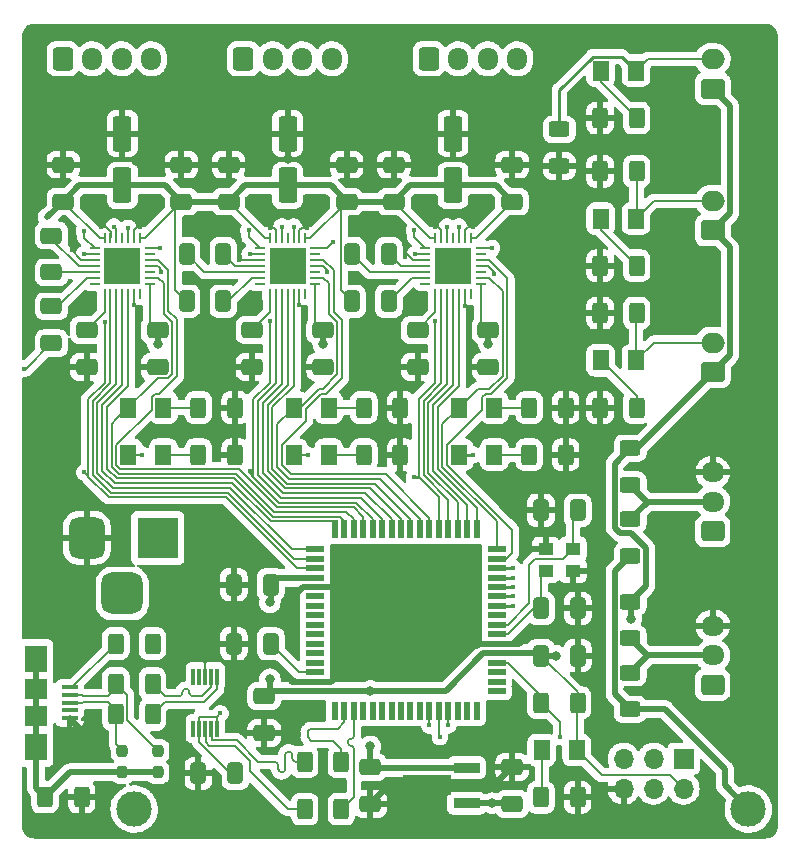
<source format=gtl>
%TF.GenerationSoftware,KiCad,Pcbnew,(6.0.4)*%
%TF.CreationDate,2022-04-15T10:09:54+02:00*%
%TF.ProjectId,coaster,636f6173-7465-4722-9e6b-696361645f70,rev?*%
%TF.SameCoordinates,Original*%
%TF.FileFunction,Copper,L1,Top*%
%TF.FilePolarity,Positive*%
%FSLAX46Y46*%
G04 Gerber Fmt 4.6, Leading zero omitted, Abs format (unit mm)*
G04 Created by KiCad (PCBNEW (6.0.4)) date 2022-04-15 10:09:54*
%MOMM*%
%LPD*%
G01*
G04 APERTURE LIST*
G04 Aperture macros list*
%AMRoundRect*
0 Rectangle with rounded corners*
0 $1 Rounding radius*
0 $2 $3 $4 $5 $6 $7 $8 $9 X,Y pos of 4 corners*
0 Add a 4 corners polygon primitive as box body*
4,1,4,$2,$3,$4,$5,$6,$7,$8,$9,$2,$3,0*
0 Add four circle primitives for the rounded corners*
1,1,$1+$1,$2,$3*
1,1,$1+$1,$4,$5*
1,1,$1+$1,$6,$7*
1,1,$1+$1,$8,$9*
0 Add four rect primitives between the rounded corners*
20,1,$1+$1,$2,$3,$4,$5,0*
20,1,$1+$1,$4,$5,$6,$7,0*
20,1,$1+$1,$6,$7,$8,$9,0*
20,1,$1+$1,$8,$9,$2,$3,0*%
%AMFreePoly0*
4,1,9,5.362500,-0.866500,1.237500,-0.866500,1.237500,-0.450000,-1.237500,-0.450000,-1.237500,0.450000,1.237500,0.450000,1.237500,0.866500,5.362500,0.866500,5.362500,-0.866500,5.362500,-0.866500,$1*%
G04 Aperture macros list end*
%TA.AperFunction,SMDPad,CuDef*%
%ADD10RoundRect,0.250000X0.625000X-0.400000X0.625000X0.400000X-0.625000X0.400000X-0.625000X-0.400000X0*%
%TD*%
%TA.AperFunction,SMDPad,CuDef*%
%ADD11RoundRect,0.250000X-0.650000X0.412500X-0.650000X-0.412500X0.650000X-0.412500X0.650000X0.412500X0*%
%TD*%
%TA.AperFunction,SMDPad,CuDef*%
%ADD12RoundRect,0.250000X-0.412500X-0.650000X0.412500X-0.650000X0.412500X0.650000X-0.412500X0.650000X0*%
%TD*%
%TA.AperFunction,SMDPad,CuDef*%
%ADD13RoundRect,0.250000X-0.400000X-0.625000X0.400000X-0.625000X0.400000X0.625000X-0.400000X0.625000X0*%
%TD*%
%TA.AperFunction,SMDPad,CuDef*%
%ADD14RoundRect,0.250000X0.550000X-1.250000X0.550000X1.250000X-0.550000X1.250000X-0.550000X-1.250000X0*%
%TD*%
%TA.AperFunction,ComponentPad*%
%ADD15RoundRect,0.250000X-0.600000X-0.725000X0.600000X-0.725000X0.600000X0.725000X-0.600000X0.725000X0*%
%TD*%
%TA.AperFunction,ComponentPad*%
%ADD16O,1.700000X1.950000*%
%TD*%
%TA.AperFunction,SMDPad,CuDef*%
%ADD17RoundRect,0.250000X0.412500X0.650000X-0.412500X0.650000X-0.412500X-0.650000X0.412500X-0.650000X0*%
%TD*%
%TA.AperFunction,SMDPad,CuDef*%
%ADD18RoundRect,0.250000X0.400000X0.625000X-0.400000X0.625000X-0.400000X-0.625000X0.400000X-0.625000X0*%
%TD*%
%TA.AperFunction,ComponentPad*%
%ADD19R,3.500000X3.500000*%
%TD*%
%TA.AperFunction,ComponentPad*%
%ADD20RoundRect,0.750000X-0.750000X-1.000000X0.750000X-1.000000X0.750000X1.000000X-0.750000X1.000000X0*%
%TD*%
%TA.AperFunction,ComponentPad*%
%ADD21RoundRect,0.875000X-0.875000X-0.875000X0.875000X-0.875000X0.875000X0.875000X-0.875000X0.875000X0*%
%TD*%
%TA.AperFunction,SMDPad,CuDef*%
%ADD22R,3.098800X3.098800*%
%TD*%
%TA.AperFunction,SMDPad,CuDef*%
%ADD23R,0.254800X0.909599*%
%TD*%
%TA.AperFunction,SMDPad,CuDef*%
%ADD24R,0.909599X0.254800*%
%TD*%
%TA.AperFunction,ComponentPad*%
%ADD25R,1.700000X1.700000*%
%TD*%
%TA.AperFunction,ComponentPad*%
%ADD26O,1.700000X1.700000*%
%TD*%
%TA.AperFunction,SMDPad,CuDef*%
%ADD27RoundRect,0.250000X0.650000X-0.412500X0.650000X0.412500X-0.650000X0.412500X-0.650000X-0.412500X0*%
%TD*%
%TA.AperFunction,SMDPad,CuDef*%
%ADD28R,1.300000X1.100000*%
%TD*%
%TA.AperFunction,SMDPad,CuDef*%
%ADD29RoundRect,0.250001X0.462499X0.624999X-0.462499X0.624999X-0.462499X-0.624999X0.462499X-0.624999X0*%
%TD*%
%TA.AperFunction,SMDPad,CuDef*%
%ADD30RoundRect,0.250001X-0.462499X-0.624999X0.462499X-0.624999X0.462499X0.624999X-0.462499X0.624999X0*%
%TD*%
%TA.AperFunction,SMDPad,CuDef*%
%ADD31R,1.500000X0.550000*%
%TD*%
%TA.AperFunction,SMDPad,CuDef*%
%ADD32R,0.550000X1.500000*%
%TD*%
%TA.AperFunction,SMDPad,CuDef*%
%ADD33R,0.300000X1.400000*%
%TD*%
%TA.AperFunction,ComponentPad*%
%ADD34RoundRect,0.250000X0.750000X-0.600000X0.750000X0.600000X-0.750000X0.600000X-0.750000X-0.600000X0*%
%TD*%
%TA.AperFunction,ComponentPad*%
%ADD35O,2.000000X1.700000*%
%TD*%
%TA.AperFunction,SMDPad,CuDef*%
%ADD36RoundRect,0.237500X-0.237500X0.250000X-0.237500X-0.250000X0.237500X-0.250000X0.237500X0.250000X0*%
%TD*%
%TA.AperFunction,SMDPad,CuDef*%
%ADD37R,2.300000X0.900000*%
%TD*%
%TA.AperFunction,SMDPad,CuDef*%
%ADD38FreePoly0,180.000000*%
%TD*%
%TA.AperFunction,ComponentPad*%
%ADD39RoundRect,0.250000X0.725000X-0.600000X0.725000X0.600000X-0.725000X0.600000X-0.725000X-0.600000X0*%
%TD*%
%TA.AperFunction,ComponentPad*%
%ADD40O,1.950000X1.700000*%
%TD*%
%TA.AperFunction,SMDPad,CuDef*%
%ADD41R,1.900000X1.800000*%
%TD*%
%TA.AperFunction,SMDPad,CuDef*%
%ADD42R,1.900000X2.300000*%
%TD*%
%TA.AperFunction,SMDPad,CuDef*%
%ADD43R,1.400000X0.400000*%
%TD*%
%TA.AperFunction,SMDPad,CuDef*%
%ADD44RoundRect,0.250000X-0.625000X0.400000X-0.625000X-0.400000X0.625000X-0.400000X0.625000X0.400000X0*%
%TD*%
%TA.AperFunction,ViaPad*%
%ADD45C,3.000000*%
%TD*%
%TA.AperFunction,ViaPad*%
%ADD46C,0.800000*%
%TD*%
%TA.AperFunction,ViaPad*%
%ADD47C,0.400000*%
%TD*%
%TA.AperFunction,Conductor*%
%ADD48C,0.500000*%
%TD*%
%TA.AperFunction,Conductor*%
%ADD49C,0.200000*%
%TD*%
%TA.AperFunction,Conductor*%
%ADD50C,0.250000*%
%TD*%
G04 APERTURE END LIST*
D10*
%TO.P,R20,1*%
%TO.N,Net-(J6-Pad2)*%
X159000000Y-77550000D03*
%TO.P,R20,2*%
%TO.N,/5V*%
X159000000Y-74450000D03*
%TD*%
D11*
%TO.P,C1,1*%
%TO.N,/5V*%
X147000000Y-64437500D03*
%TO.P,C1,2*%
%TO.N,GND*%
X147000000Y-67562500D03*
%TD*%
%TO.P,C20,1*%
%TO.N,Net-(C20-Pad1)*%
X127000000Y-64437500D03*
%TO.P,C20,2*%
%TO.N,GND*%
X127000000Y-67562500D03*
%TD*%
%TO.P,C29,2*%
%TO.N,GND*%
X128000000Y-98562500D03*
%TO.P,C29,1*%
%TO.N,/5V*%
X128000000Y-95437500D03*
%TD*%
D12*
%TO.P,C26,2*%
%TO.N,Net-(C26-Pad2)*%
X128562500Y-91000000D03*
%TO.P,C26,1*%
%TO.N,GND*%
X125437500Y-91000000D03*
%TD*%
D13*
%TO.P,R5,1*%
%TO.N,Net-(D2-Pad1)*%
X122450000Y-71000000D03*
%TO.P,R5,2*%
%TO.N,GND*%
X125550000Y-71000000D03*
%TD*%
D14*
%TO.P,C5,1*%
%TO.N,/9V*%
X130000000Y-52200000D03*
%TO.P,C5,2*%
%TO.N,GND*%
X130000000Y-47800000D03*
%TD*%
D11*
%TO.P,C11,1*%
%TO.N,Net-(C11-Pad1)*%
X110000000Y-62437500D03*
%TO.P,C11,2*%
%TO.N,/9V*%
X110000000Y-65562500D03*
%TD*%
D15*
%TO.P,J8,1,Pin_1*%
%TO.N,/M1BO2*%
X110950000Y-41475000D03*
D16*
%TO.P,J8,2,Pin_2*%
%TO.N,/M1BO1*%
X113450000Y-41475000D03*
%TO.P,J8,3,Pin_3*%
%TO.N,/M1AO1*%
X115950000Y-41475000D03*
%TO.P,J8,4,Pin_4*%
%TO.N,/M1AO2*%
X118450000Y-41475000D03*
%TD*%
D17*
%TO.P,C25,1*%
%TO.N,GND*%
X154562500Y-88000000D03*
%TO.P,C25,2*%
%TO.N,Net-(C25-Pad2)*%
X151437500Y-88000000D03*
%TD*%
D18*
%TO.P,FB1,2*%
%TO.N,Net-(FB1-Pad2)*%
X115460000Y-90980000D03*
%TO.P,FB1,1*%
%TO.N,/VUSB*%
X118560000Y-90980000D03*
%TD*%
D19*
%TO.P,J11,1*%
%TO.N,/9V*%
X119000000Y-82042500D03*
D20*
%TO.P,J11,2*%
%TO.N,GND*%
X113000000Y-82042500D03*
D21*
%TO.P,J11,3*%
%TO.N,N/C*%
X116000000Y-86742500D03*
%TD*%
D12*
%TO.P,C24,1*%
%TO.N,GND*%
X151437500Y-79700000D03*
%TO.P,C24,2*%
%TO.N,Net-(C24-Pad2)*%
X154562500Y-79700000D03*
%TD*%
D11*
%TO.P,C21,1*%
%TO.N,Net-(C21-Pad1)*%
X113000000Y-64437500D03*
%TO.P,C21,2*%
%TO.N,GND*%
X113000000Y-67562500D03*
%TD*%
D22*
%TO.P,U3,29*%
%TO.N,N/C*%
X116000000Y-59000000D03*
D23*
%TO.P,U3,28,VS*%
%TO.N,/9V*%
X114500000Y-56652900D03*
%TO.P,U3,27,BRB*%
%TO.N,GND*%
X114999999Y-56652900D03*
%TO.P,U3,26,OB1*%
%TO.N,/M1BO1*%
X115500001Y-56652900D03*
%TO.P,U3,25,NC*%
%TO.N,unconnected-(U3-Pad25)*%
X116000000Y-56652900D03*
%TO.P,U3,24,OA1*%
%TO.N,/M1AO1*%
X116499999Y-56652900D03*
%TO.P,U3,23,BRA*%
%TO.N,GND*%
X117000001Y-56652900D03*
%TO.P,U3,22,VS*%
%TO.N,/9V*%
X117500000Y-56652900D03*
D24*
%TO.P,U3,21,OA2*%
%TO.N,/M1AO2*%
X118347100Y-57500000D03*
%TO.P,U3,20,NC*%
%TO.N,unconnected-(U3-Pad20)*%
X118347100Y-57999999D03*
%TO.P,U3,19,DIR*%
%TO.N,/M1DIR*%
X118347100Y-58500001D03*
%TO.P,U3,18,GND*%
%TO.N,GND*%
X118347100Y-59000000D03*
%TO.P,U3,17,VREF*%
%TO.N,unconnected-(U3-Pad17)*%
X118347100Y-59499999D03*
%TO.P,U3,16,STEP*%
%TO.N,/M1STEP*%
X118347100Y-60000001D03*
%TO.P,U3,15,VCC_IO*%
%TO.N,/5V*%
X118347100Y-60500000D03*
D23*
%TO.P,U3,14,PDN_UART*%
%TO.N,/M1PDN*%
X117500000Y-61347100D03*
%TO.P,U3,13,CLK*%
%TO.N,GND*%
X117000001Y-61347100D03*
%TO.P,U3,12,INDEX*%
%TO.N,/M1INDEX*%
X116499999Y-61347100D03*
%TO.P,U3,11,DIAG*%
%TO.N,/M1DIAG*%
X116000000Y-61347100D03*
%TO.P,U3,10,MS2*%
%TO.N,/M1MS2*%
X115500001Y-61347100D03*
%TO.P,U3,9,MS1*%
%TO.N,/M1MS1*%
X114999999Y-61347100D03*
%TO.P,U3,8,5VOUT*%
%TO.N,Net-(C21-Pad1)*%
X114500000Y-61347100D03*
D24*
%TO.P,U3,7,NC*%
%TO.N,unconnected-(U3-Pad7)*%
X113652900Y-60500000D03*
%TO.P,U3,6,VCP*%
%TO.N,Net-(C11-Pad1)*%
X113652900Y-60000001D03*
%TO.P,U3,5,CPI*%
%TO.N,/M1CPI*%
X113652900Y-59499999D03*
%TO.P,U3,4,CPO*%
%TO.N,/M1CPO*%
X113652900Y-59000000D03*
%TO.P,U3,3,GND*%
%TO.N,GND*%
X113652900Y-58500001D03*
%TO.P,U3,2,ENN*%
%TO.N,/M1EN*%
X113652900Y-57999999D03*
%TO.P,U3,1,OB2*%
%TO.N,/M1BO2*%
X113652900Y-57500000D03*
%TD*%
D25*
%TO.P,J1,1,MISO*%
%TO.N,/MISO*%
X163525000Y-100725000D03*
D26*
%TO.P,J1,2,VCC*%
%TO.N,/5V*%
X163525000Y-103265000D03*
%TO.P,J1,3,SCK*%
%TO.N,/SCK*%
X160985000Y-100725000D03*
%TO.P,J1,4,MOSI*%
%TO.N,/MOSI*%
X160985000Y-103265000D03*
%TO.P,J1,5,~{RST}*%
%TO.N,/RESET*%
X158445000Y-100725000D03*
%TO.P,J1,6,GND*%
%TO.N,GND*%
X158445000Y-103265000D03*
%TD*%
D27*
%TO.P,C22,1*%
%TO.N,/9V*%
X149000000Y-104562500D03*
%TO.P,C22,2*%
%TO.N,GND*%
X149000000Y-101437500D03*
%TD*%
D11*
%TO.P,C3,1*%
%TO.N,/5V*%
X119000000Y-64437500D03*
%TO.P,C3,2*%
%TO.N,GND*%
X119000000Y-67562500D03*
%TD*%
D28*
%TO.P,Y1,1,IN/OUT*%
%TO.N,Net-(C24-Pad2)*%
X154150000Y-83000000D03*
%TO.P,Y1,2,GND*%
%TO.N,GND*%
X151850000Y-83000000D03*
%TO.P,Y1,3,OUT/IN*%
%TO.N,Net-(C25-Pad2)*%
X151850000Y-84800000D03*
%TO.P,Y1,4,GND*%
%TO.N,GND*%
X154150000Y-84800000D03*
%TD*%
D24*
%TO.P,U2,1,OB2*%
%TO.N,/M2BO2*%
X127652900Y-57500000D03*
%TO.P,U2,2,ENN*%
%TO.N,/M2EN*%
X127652900Y-57999999D03*
%TO.P,U2,3,GND*%
%TO.N,GND*%
X127652900Y-58500001D03*
%TO.P,U2,4,CPO*%
%TO.N,/M2CPO*%
X127652900Y-59000000D03*
%TO.P,U2,5,CPI*%
%TO.N,/M2CPI*%
X127652900Y-59499999D03*
%TO.P,U2,6,VCP*%
%TO.N,Net-(C9-Pad1)*%
X127652900Y-60000001D03*
%TO.P,U2,7,NC*%
%TO.N,unconnected-(U2-Pad7)*%
X127652900Y-60500000D03*
D23*
%TO.P,U2,8,5VOUT*%
%TO.N,Net-(C20-Pad1)*%
X128500000Y-61347100D03*
%TO.P,U2,9,MS1*%
%TO.N,/M2MS1*%
X128999999Y-61347100D03*
%TO.P,U2,10,MS2*%
%TO.N,/M2MS2*%
X129500001Y-61347100D03*
%TO.P,U2,11,DIAG*%
%TO.N,/M2DIAG*%
X130000000Y-61347100D03*
%TO.P,U2,12,INDEX*%
%TO.N,/M2INDEX*%
X130499999Y-61347100D03*
%TO.P,U2,13,CLK*%
%TO.N,GND*%
X131000001Y-61347100D03*
%TO.P,U2,14,PDN_UART*%
%TO.N,/M2PDN*%
X131500000Y-61347100D03*
D24*
%TO.P,U2,15,VCC_IO*%
%TO.N,/5V*%
X132347100Y-60500000D03*
%TO.P,U2,16,STEP*%
%TO.N,/M2STEP*%
X132347100Y-60000001D03*
%TO.P,U2,17,VREF*%
%TO.N,unconnected-(U2-Pad17)*%
X132347100Y-59499999D03*
%TO.P,U2,18,GND*%
%TO.N,GND*%
X132347100Y-59000000D03*
%TO.P,U2,19,DIR*%
%TO.N,/M2DIR*%
X132347100Y-58500001D03*
%TO.P,U2,20,NC*%
%TO.N,unconnected-(U2-Pad20)*%
X132347100Y-57999999D03*
%TO.P,U2,21,OA2*%
%TO.N,/M2AO2*%
X132347100Y-57500000D03*
D23*
%TO.P,U2,22,VS*%
%TO.N,/9V*%
X131500000Y-56652900D03*
%TO.P,U2,23,BRA*%
%TO.N,GND*%
X131000001Y-56652900D03*
%TO.P,U2,24,OA1*%
%TO.N,/M2AO1*%
X130499999Y-56652900D03*
%TO.P,U2,25,NC*%
%TO.N,unconnected-(U2-Pad25)*%
X130000000Y-56652900D03*
%TO.P,U2,26,OB1*%
%TO.N,/M2BO1*%
X129500001Y-56652900D03*
%TO.P,U2,27,BRB*%
%TO.N,GND*%
X128999999Y-56652900D03*
%TO.P,U2,28,VS*%
%TO.N,/9V*%
X128500000Y-56652900D03*
D22*
%TO.P,U2,29*%
%TO.N,N/C*%
X130000000Y-59000000D03*
%TD*%
D29*
%TO.P,D6,1,K*%
%TO.N,Net-(D6-Pad1)*%
X147487500Y-71000000D03*
%TO.P,D6,2,A*%
%TO.N,/M3STEP*%
X144512500Y-71000000D03*
%TD*%
D13*
%TO.P,FB2,2*%
%TO.N,GND*%
X112560000Y-103980000D03*
%TO.P,FB2,1*%
%TO.N,/shield*%
X109460000Y-103980000D03*
%TD*%
D30*
%TO.P,D8,1,K*%
%TO.N,Net-(D8-Pad1)*%
X156512500Y-42487500D03*
%TO.P,D8,2,A*%
%TO.N,/SW1*%
X159487500Y-42487500D03*
%TD*%
D12*
%TO.P,C27,2*%
%TO.N,/5V*%
X128562500Y-86000000D03*
%TO.P,C27,1*%
%TO.N,GND*%
X125437500Y-86000000D03*
%TD*%
D13*
%TO.P,R12,1*%
%TO.N,GND*%
X156450000Y-59000000D03*
%TO.P,R12,2*%
%TO.N,Net-(D9-Pad1)*%
X159550000Y-59000000D03*
%TD*%
D14*
%TO.P,C6,1*%
%TO.N,/9V*%
X116000000Y-52200000D03*
%TO.P,C6,2*%
%TO.N,GND*%
X116000000Y-47800000D03*
%TD*%
D17*
%TO.P,C7,1*%
%TO.N,Net-(C7-Pad1)*%
X138562500Y-62000000D03*
%TO.P,C7,2*%
%TO.N,/9V*%
X135437500Y-62000000D03*
%TD*%
D13*
%TO.P,R2,1*%
%TO.N,/UART_N*%
X131450000Y-105000000D03*
%TO.P,R2,2*%
%TO.N,/AUART_N*%
X134550000Y-105000000D03*
%TD*%
D17*
%TO.P,C9,1*%
%TO.N,Net-(C9-Pad1)*%
X124562500Y-62000000D03*
%TO.P,C9,2*%
%TO.N,/9V*%
X121437500Y-62000000D03*
%TD*%
D18*
%TO.P,R3,1*%
%TO.N,/5V*%
X154550000Y-96000000D03*
%TO.P,R3,2*%
%TO.N,/RESET*%
X151450000Y-96000000D03*
%TD*%
D14*
%TO.P,C4,1*%
%TO.N,/9V*%
X144000000Y-52200000D03*
%TO.P,C4,2*%
%TO.N,GND*%
X144000000Y-47800000D03*
%TD*%
D11*
%TO.P,C2,1*%
%TO.N,/5V*%
X133000000Y-64437500D03*
%TO.P,C2,2*%
%TO.N,GND*%
X133000000Y-67562500D03*
%TD*%
D27*
%TO.P,C18,1*%
%TO.N,/M1CPI*%
X110000000Y-59562500D03*
%TO.P,C18,2*%
%TO.N,/M1CPO*%
X110000000Y-56437500D03*
%TD*%
D13*
%TO.P,R4,1*%
%TO.N,Net-(D1-Pad1)*%
X122450000Y-75000000D03*
%TO.P,R4,2*%
%TO.N,GND*%
X125550000Y-75000000D03*
%TD*%
D15*
%TO.P,J9,1,Pin_1*%
%TO.N,/M2BO2*%
X126250000Y-41475000D03*
D16*
%TO.P,J9,2,Pin_2*%
%TO.N,/M2BO1*%
X128750000Y-41475000D03*
%TO.P,J9,3,Pin_3*%
%TO.N,/M2AO1*%
X131250000Y-41475000D03*
%TO.P,J9,4,Pin_4*%
%TO.N,/M2AO2*%
X133750000Y-41475000D03*
%TD*%
D18*
%TO.P,R15,1*%
%TO.N,/SW2*%
X159550000Y-51000000D03*
%TO.P,R15,2*%
%TO.N,GND*%
X156450000Y-51000000D03*
%TD*%
D13*
%TO.P,R1,1*%
%TO.N,/UART_P*%
X131450000Y-101000000D03*
%TO.P,R1,2*%
%TO.N,/AUART_P*%
X134550000Y-101000000D03*
%TD*%
D31*
%TO.P,U5,64,AVCC*%
%TO.N,/5V*%
X132300000Y-95000000D03*
%TO.P,U5,63,GND*%
%TO.N,GND*%
X132300000Y-94200000D03*
%TO.P,U5,62,AREF*%
%TO.N,Net-(C26-Pad2)*%
X132300000Y-93400000D03*
%TO.P,U5,61,PF0*%
%TO.N,unconnected-(U5-Pad61)*%
X132300000Y-92600000D03*
%TO.P,U5,60,PF1*%
%TO.N,unconnected-(U5-Pad60)*%
X132300000Y-91800000D03*
%TO.P,U5,59,PF2*%
%TO.N,unconnected-(U5-Pad59)*%
X132300000Y-91000000D03*
%TO.P,U5,58,PF3*%
%TO.N,unconnected-(U5-Pad58)*%
X132300000Y-90200000D03*
%TO.P,U5,57,PF4*%
%TO.N,unconnected-(U5-Pad57)*%
X132300000Y-89400000D03*
%TO.P,U5,56,PF5*%
%TO.N,unconnected-(U5-Pad56)*%
X132300000Y-88600000D03*
%TO.P,U5,55,PF6*%
%TO.N,unconnected-(U5-Pad55)*%
X132300000Y-87800000D03*
%TO.P,U5,54,PF7*%
%TO.N,unconnected-(U5-Pad54)*%
X132300000Y-87000000D03*
%TO.P,U5,53,GND*%
%TO.N,GND*%
X132300000Y-86200000D03*
%TO.P,U5,52,VCC*%
%TO.N,/5V*%
X132300000Y-85400000D03*
%TO.P,U5,51,PA0*%
%TO.N,/M1EN*%
X132300000Y-84600000D03*
%TO.P,U5,50,PA1*%
%TO.N,/M1MS1*%
X132300000Y-83800000D03*
%TO.P,U5,49,PA2*%
%TO.N,/M1MS2*%
X132300000Y-83000000D03*
D32*
%TO.P,U5,48,PA3*%
%TO.N,/M1DIAG*%
X134000000Y-81300000D03*
%TO.P,U5,47,PA4*%
%TO.N,/M1INDEX*%
X134800000Y-81300000D03*
%TO.P,U5,46,PA5*%
%TO.N,/M1STEP*%
X135600000Y-81300000D03*
%TO.P,U5,45,PA6*%
%TO.N,/M1DIR*%
X136400000Y-81300000D03*
%TO.P,U5,44,PA7*%
%TO.N,/M2EN*%
X137200000Y-81300000D03*
%TO.P,U5,43,PG2*%
%TO.N,/M2MS1*%
X138000000Y-81300000D03*
%TO.P,U5,42,PC7*%
%TO.N,/M2MS2*%
X138800000Y-81300000D03*
%TO.P,U5,41,PC6*%
%TO.N,/M2DIAG*%
X139600000Y-81300000D03*
%TO.P,U5,40,PC5*%
%TO.N,/M2INDEX*%
X140400000Y-81300000D03*
%TO.P,U5,39,PC4*%
%TO.N,/M2STEP*%
X141200000Y-81300000D03*
%TO.P,U5,38,PC3*%
%TO.N,/M2DIR*%
X142000000Y-81300000D03*
%TO.P,U5,37,PC2*%
%TO.N,/M3EN*%
X142800000Y-81300000D03*
%TO.P,U5,36,PC1*%
%TO.N,/M3MS1*%
X143600000Y-81300000D03*
%TO.P,U5,35,PC0*%
%TO.N,/M3MS2*%
X144400000Y-81300000D03*
%TO.P,U5,34,PG1*%
%TO.N,/M3DIAG*%
X145200000Y-81300000D03*
%TO.P,U5,33,PG0*%
%TO.N,/M3INDEX*%
X146000000Y-81300000D03*
D31*
%TO.P,U5,32,PD7*%
%TO.N,/M3STEP*%
X147700000Y-83000000D03*
%TO.P,U5,31,PD6*%
%TO.N,/M3DIR*%
X147700000Y-83800000D03*
%TO.P,U5,30,PD5*%
%TO.N,/SW1*%
X147700000Y-84600000D03*
%TO.P,U5,29,PD4*%
%TO.N,/SW2*%
X147700000Y-85400000D03*
%TO.P,U5,28,PD3*%
%TO.N,/SW3*%
X147700000Y-86200000D03*
%TO.P,U5,27,PD2*%
%TO.N,/S2*%
X147700000Y-87000000D03*
%TO.P,U5,26,PD1*%
%TO.N,/S1*%
X147700000Y-87800000D03*
%TO.P,U5,25,PD0*%
%TO.N,unconnected-(U5-Pad25)*%
X147700000Y-88600000D03*
%TO.P,U5,24,XTAL1*%
%TO.N,Net-(C24-Pad2)*%
X147700000Y-89400000D03*
%TO.P,U5,23,XTAL2*%
%TO.N,Net-(C25-Pad2)*%
X147700000Y-90200000D03*
%TO.P,U5,22,GND*%
%TO.N,GND*%
X147700000Y-91000000D03*
%TO.P,U5,21,VCC*%
%TO.N,/5V*%
X147700000Y-91800000D03*
%TO.P,U5,20,~{RESET}*%
%TO.N,/RESET*%
X147700000Y-92600000D03*
%TO.P,U5,19,PG4*%
%TO.N,unconnected-(U5-Pad19)*%
X147700000Y-93400000D03*
%TO.P,U5,18,PG3*%
%TO.N,unconnected-(U5-Pad18)*%
X147700000Y-94200000D03*
%TO.P,U5,17,PB7*%
%TO.N,unconnected-(U5-Pad17)*%
X147700000Y-95000000D03*
D32*
%TO.P,U5,16,PB6*%
%TO.N,unconnected-(U5-Pad16)*%
X146000000Y-96700000D03*
%TO.P,U5,15,PB5*%
%TO.N,unconnected-(U5-Pad15)*%
X145200000Y-96700000D03*
%TO.P,U5,14,PB4*%
%TO.N,unconnected-(U5-Pad14)*%
X144400000Y-96700000D03*
%TO.P,U5,13,PB3*%
%TO.N,/MISO*%
X143600000Y-96700000D03*
%TO.P,U5,12,PB2*%
%TO.N,/MOSI*%
X142800000Y-96700000D03*
%TO.P,U5,11,PB1*%
%TO.N,/SCK*%
X142000000Y-96700000D03*
%TO.P,U5,10,PB0*%
%TO.N,unconnected-(U5-Pad10)*%
X141200000Y-96700000D03*
%TO.P,U5,9,PE7*%
%TO.N,unconnected-(U5-Pad9)*%
X140400000Y-96700000D03*
%TO.P,U5,8,PE6*%
%TO.N,unconnected-(U5-Pad8)*%
X139600000Y-96700000D03*
%TO.P,U5,7,PE5*%
%TO.N,unconnected-(U5-Pad7)*%
X138800000Y-96700000D03*
%TO.P,U5,6,PE4*%
%TO.N,unconnected-(U5-Pad6)*%
X138000000Y-96700000D03*
%TO.P,U5,5,PE3*%
%TO.N,unconnected-(U5-Pad5)*%
X137200000Y-96700000D03*
%TO.P,U5,4,PE2*%
%TO.N,unconnected-(U5-Pad4)*%
X136400000Y-96700000D03*
%TO.P,U5,3,PE1*%
%TO.N,/AUART_N*%
X135600000Y-96700000D03*
%TO.P,U5,2,PE0*%
%TO.N,/AUART_P*%
X134800000Y-96700000D03*
%TO.P,U5,1,PG5*%
%TO.N,unconnected-(U5-Pad1)*%
X134000000Y-96700000D03*
%TD*%
D11*
%TO.P,C23,1*%
%TO.N,/5V*%
X137000000Y-101437500D03*
%TO.P,C23,2*%
%TO.N,GND*%
X137000000Y-104562500D03*
%TD*%
D13*
%TO.P,R9,1*%
%TO.N,Net-(D6-Pad1)*%
X150450000Y-71000000D03*
%TO.P,R9,2*%
%TO.N,GND*%
X153550000Y-71000000D03*
%TD*%
D11*
%TO.P,C19,1*%
%TO.N,Net-(C19-Pad1)*%
X141000000Y-64437500D03*
%TO.P,C19,2*%
%TO.N,GND*%
X141000000Y-67562500D03*
%TD*%
D12*
%TO.P,C17,1*%
%TO.N,/M2CPI*%
X121437500Y-58000000D03*
%TO.P,C17,2*%
%TO.N,/M2CPO*%
X124562500Y-58000000D03*
%TD*%
D33*
%TO.P,U6,10,V3*%
%TO.N,/5V*%
X124010000Y-98180000D03*
%TO.P,U6,9,RXD*%
%TO.N,/UART_P*%
X123510000Y-98180000D03*
%TO.P,U6,8,TXD*%
%TO.N,/UART_N*%
X123010000Y-98180000D03*
%TO.P,U6,7,VCC*%
%TO.N,/5V*%
X122510000Y-98180000D03*
%TO.P,U6,6,TNOW*%
%TO.N,/TNOW*%
X122010000Y-98180000D03*
%TO.P,U6,5,~{CTS}*%
%TO.N,/CTS*%
X122010000Y-93780000D03*
%TO.P,U6,4,~{RTS}*%
%TO.N,/RTS*%
X122510000Y-93780000D03*
%TO.P,U6,3,GND*%
%TO.N,GND*%
X123010000Y-93780000D03*
%TO.P,U6,2,UD-*%
%TO.N,/UD-*%
X123510000Y-93780000D03*
%TO.P,U6,1,UD+*%
%TO.N,/UD+*%
X124010000Y-93780000D03*
%TD*%
D13*
%TO.P,R7,1*%
%TO.N,Net-(D4-Pad1)*%
X136450000Y-71000000D03*
%TO.P,R7,2*%
%TO.N,GND*%
X139550000Y-71000000D03*
%TD*%
D27*
%TO.P,C14,1*%
%TO.N,/9V*%
X125000000Y-53562500D03*
%TO.P,C14,2*%
%TO.N,GND*%
X125000000Y-50437500D03*
%TD*%
D17*
%TO.P,C28,1*%
%TO.N,GND*%
X154562500Y-92000000D03*
%TO.P,C28,2*%
%TO.N,/5V*%
X151437500Y-92000000D03*
%TD*%
D34*
%TO.P,J3,1,Pin_1*%
%TO.N,/5V*%
X166000000Y-44000000D03*
D35*
%TO.P,J3,2,Pin_2*%
%TO.N,/SW1*%
X166000000Y-41500000D03*
%TD*%
D13*
%TO.P,R8,1*%
%TO.N,Net-(D5-Pad1)*%
X150450000Y-75000000D03*
%TO.P,R8,2*%
%TO.N,GND*%
X153550000Y-75000000D03*
%TD*%
D34*
%TO.P,J5,1,Pin_1*%
%TO.N,/5V*%
X166000000Y-68000000D03*
D35*
%TO.P,J5,2,Pin_2*%
%TO.N,/SW3*%
X166000000Y-65500000D03*
%TD*%
D34*
%TO.P,J4,1,Pin_1*%
%TO.N,/5V*%
X166000000Y-56000000D03*
D35*
%TO.P,J4,2,Pin_2*%
%TO.N,/SW2*%
X166000000Y-53500000D03*
%TD*%
D30*
%TO.P,D9,1,K*%
%TO.N,Net-(D9-Pad1)*%
X156512500Y-55000000D03*
%TO.P,D9,2,A*%
%TO.N,/SW2*%
X159487500Y-55000000D03*
%TD*%
D27*
%TO.P,C13,1*%
%TO.N,/9V*%
X149000000Y-53562500D03*
%TO.P,C13,2*%
%TO.N,GND*%
X149000000Y-50437500D03*
%TD*%
D29*
%TO.P,D3,1,K*%
%TO.N,Net-(D3-Pad1)*%
X133487500Y-75000000D03*
%TO.P,D3,2,A*%
%TO.N,/M2EN*%
X130512500Y-75000000D03*
%TD*%
D10*
%TO.P,R21,1*%
%TO.N,/9V*%
X159000000Y-96550000D03*
%TO.P,R21,2*%
%TO.N,Net-(J7-Pad2)*%
X159000000Y-93450000D03*
%TD*%
D29*
%TO.P,D4,1,K*%
%TO.N,Net-(D4-Pad1)*%
X133487500Y-71000000D03*
%TO.P,D4,2,A*%
%TO.N,/M2STEP*%
X130512500Y-71000000D03*
%TD*%
D13*
%TO.P,R10,1*%
%TO.N,Net-(D7-Pad1)*%
X151450000Y-104000000D03*
%TO.P,R10,2*%
%TO.N,GND*%
X154550000Y-104000000D03*
%TD*%
%TO.P,R18,2*%
%TO.N,/UD-*%
X118560000Y-94380000D03*
%TO.P,R18,1*%
%TO.N,/UUD-*%
X115460000Y-94380000D03*
%TD*%
D18*
%TO.P,R16,1*%
%TO.N,/SW3*%
X159550000Y-63000000D03*
%TO.P,R16,2*%
%TO.N,GND*%
X156450000Y-63000000D03*
%TD*%
D29*
%TO.P,D1,1,K*%
%TO.N,Net-(D1-Pad1)*%
X119487500Y-75000000D03*
%TO.P,D1,2,A*%
%TO.N,/M1EN*%
X116512500Y-75000000D03*
%TD*%
D36*
%TO.P,RV2,2*%
%TO.N,/shield*%
X119010000Y-101892500D03*
%TO.P,RV2,1*%
%TO.N,/UUD-*%
X119010000Y-100067500D03*
%TD*%
D37*
%TO.P,U4,1,IN*%
%TO.N,/9V*%
X145150000Y-104500000D03*
D38*
%TO.P,U4,2,GND*%
%TO.N,GND*%
X145062500Y-103000000D03*
D37*
%TO.P,U4,3,OUT*%
%TO.N,/5V*%
X145150000Y-101500000D03*
%TD*%
D39*
%TO.P,J7,1,Pin_1*%
%TO.N,/S1*%
X166000000Y-94475000D03*
D40*
%TO.P,J7,2,Pin_2*%
%TO.N,Net-(J7-Pad2)*%
X166000000Y-91975000D03*
%TO.P,J7,3,Pin_3*%
%TO.N,GND*%
X166000000Y-89475000D03*
%TD*%
D30*
%TO.P,D7,1,K*%
%TO.N,Net-(D7-Pad1)*%
X151512500Y-100000000D03*
%TO.P,D7,2,A*%
%TO.N,/5V*%
X154487500Y-100000000D03*
%TD*%
D29*
%TO.P,D5,1,K*%
%TO.N,Net-(D5-Pad1)*%
X147487500Y-75000000D03*
%TO.P,D5,2,A*%
%TO.N,/M3EN*%
X144512500Y-75000000D03*
%TD*%
D41*
%TO.P,J2,6,Shield*%
%TO.N,/shield*%
X108700000Y-94850000D03*
D42*
X108700000Y-92250000D03*
X108700000Y-99750000D03*
D41*
X108700000Y-97150000D03*
D43*
%TO.P,J2,5,GND*%
%TO.N,GND*%
X111550000Y-97300000D03*
%TO.P,J2,4,ID*%
%TO.N,unconnected-(J2-Pad4)*%
X111550000Y-96650000D03*
%TO.P,J2,3,D+*%
%TO.N,/UUD+*%
X111550000Y-96000000D03*
%TO.P,J2,2,D-*%
%TO.N,/UUD-*%
X111550000Y-95350000D03*
%TO.P,J2,1,VBUS*%
%TO.N,Net-(FB1-Pad2)*%
X111550000Y-94700000D03*
%TD*%
D13*
%TO.P,R6,1*%
%TO.N,Net-(D3-Pad1)*%
X136450000Y-75000000D03*
%TO.P,R6,2*%
%TO.N,GND*%
X139550000Y-75000000D03*
%TD*%
D27*
%TO.P,C10,1*%
%TO.N,/9V*%
X135000000Y-53562500D03*
%TO.P,C10,2*%
%TO.N,GND*%
X135000000Y-50437500D03*
%TD*%
D13*
%TO.P,R13,1*%
%TO.N,GND*%
X156450000Y-71000000D03*
%TO.P,R13,2*%
%TO.N,Net-(D10-Pad1)*%
X159550000Y-71000000D03*
%TD*%
D36*
%TO.P,RV1,2*%
%TO.N,/shield*%
X116010000Y-101892500D03*
%TO.P,RV1,1*%
%TO.N,/UUD+*%
X116010000Y-100067500D03*
%TD*%
D27*
%TO.P,C8,1*%
%TO.N,/9V*%
X139000000Y-53562500D03*
%TO.P,C8,2*%
%TO.N,GND*%
X139000000Y-50437500D03*
%TD*%
%TO.P,C15,1*%
%TO.N,/9V*%
X111000000Y-53562500D03*
%TO.P,C15,2*%
%TO.N,GND*%
X111000000Y-50437500D03*
%TD*%
D29*
%TO.P,D2,1,K*%
%TO.N,Net-(D2-Pad1)*%
X119487500Y-71000000D03*
%TO.P,D2,2,A*%
%TO.N,/M1STEP*%
X116512500Y-71000000D03*
%TD*%
D15*
%TO.P,J10,1,Pin_1*%
%TO.N,/M3BO2*%
X141950000Y-41475000D03*
D16*
%TO.P,J10,2,Pin_2*%
%TO.N,/M3BO1*%
X144450000Y-41475000D03*
%TO.P,J10,3,Pin_3*%
%TO.N,/M3AO1*%
X146950000Y-41475000D03*
%TO.P,J10,4,Pin_4*%
%TO.N,/M3AO2*%
X149450000Y-41475000D03*
%TD*%
D27*
%TO.P,C12,1*%
%TO.N,/9V*%
X121000000Y-53562500D03*
%TO.P,C12,2*%
%TO.N,GND*%
X121000000Y-50437500D03*
%TD*%
D17*
%TO.P,C30,2*%
%TO.N,GND*%
X122447500Y-101980000D03*
%TO.P,C30,1*%
%TO.N,/5V*%
X125572500Y-101980000D03*
%TD*%
D10*
%TO.P,R22,1*%
%TO.N,Net-(J7-Pad2)*%
X159000000Y-90550000D03*
%TO.P,R22,2*%
%TO.N,/5V*%
X159000000Y-87450000D03*
%TD*%
D13*
%TO.P,R11,1*%
%TO.N,GND*%
X156450000Y-46487500D03*
%TO.P,R11,2*%
%TO.N,Net-(D8-Pad1)*%
X159550000Y-46487500D03*
%TD*%
D39*
%TO.P,J6,1,Pin_1*%
%TO.N,/S2*%
X166000000Y-81475000D03*
D40*
%TO.P,J6,2,Pin_2*%
%TO.N,Net-(J6-Pad2)*%
X166000000Y-78975000D03*
%TO.P,J6,3,Pin_3*%
%TO.N,GND*%
X166000000Y-76475000D03*
%TD*%
D13*
%TO.P,R17,2*%
%TO.N,/UD+*%
X118560000Y-96980000D03*
%TO.P,R17,1*%
%TO.N,/UUD+*%
X115460000Y-96980000D03*
%TD*%
D10*
%TO.P,R19,1*%
%TO.N,/9V*%
X159000000Y-83550000D03*
%TO.P,R19,2*%
%TO.N,Net-(J6-Pad2)*%
X159000000Y-80450000D03*
%TD*%
D24*
%TO.P,U1,1,OB2*%
%TO.N,/M3BO2*%
X141652900Y-57500000D03*
%TO.P,U1,2,ENN*%
%TO.N,/M3EN*%
X141652900Y-57999999D03*
%TO.P,U1,3,GND*%
%TO.N,GND*%
X141652900Y-58500001D03*
%TO.P,U1,4,CPO*%
%TO.N,/M3CPO*%
X141652900Y-59000000D03*
%TO.P,U1,5,CPI*%
%TO.N,/M3CPI*%
X141652900Y-59499999D03*
%TO.P,U1,6,VCP*%
%TO.N,Net-(C7-Pad1)*%
X141652900Y-60000001D03*
%TO.P,U1,7,NC*%
%TO.N,unconnected-(U1-Pad7)*%
X141652900Y-60500000D03*
D23*
%TO.P,U1,8,5VOUT*%
%TO.N,Net-(C19-Pad1)*%
X142500000Y-61347100D03*
%TO.P,U1,9,MS1*%
%TO.N,/M3MS1*%
X142999999Y-61347100D03*
%TO.P,U1,10,MS2*%
%TO.N,/M3MS2*%
X143500001Y-61347100D03*
%TO.P,U1,11,DIAG*%
%TO.N,/M3DIAG*%
X144000000Y-61347100D03*
%TO.P,U1,12,INDEX*%
%TO.N,/M3INDEX*%
X144499999Y-61347100D03*
%TO.P,U1,13,CLK*%
%TO.N,GND*%
X145000001Y-61347100D03*
%TO.P,U1,14,PDN_UART*%
%TO.N,/M3PDN*%
X145500000Y-61347100D03*
D24*
%TO.P,U1,15,VCC_IO*%
%TO.N,/5V*%
X146347100Y-60500000D03*
%TO.P,U1,16,STEP*%
%TO.N,/M3STEP*%
X146347100Y-60000001D03*
%TO.P,U1,17,VREF*%
%TO.N,unconnected-(U1-Pad17)*%
X146347100Y-59499999D03*
%TO.P,U1,18,GND*%
%TO.N,GND*%
X146347100Y-59000000D03*
%TO.P,U1,19,DIR*%
%TO.N,/M3DIR*%
X146347100Y-58500001D03*
%TO.P,U1,20,NC*%
%TO.N,unconnected-(U1-Pad20)*%
X146347100Y-57999999D03*
%TO.P,U1,21,OA2*%
%TO.N,/M3AO2*%
X146347100Y-57500000D03*
D23*
%TO.P,U1,22,VS*%
%TO.N,/9V*%
X145500000Y-56652900D03*
%TO.P,U1,23,BRA*%
%TO.N,GND*%
X145000001Y-56652900D03*
%TO.P,U1,24,OA1*%
%TO.N,/M3AO1*%
X144499999Y-56652900D03*
%TO.P,U1,25,NC*%
%TO.N,unconnected-(U1-Pad25)*%
X144000000Y-56652900D03*
%TO.P,U1,26,OB1*%
%TO.N,/M3BO1*%
X143500001Y-56652900D03*
%TO.P,U1,27,BRB*%
%TO.N,GND*%
X142999999Y-56652900D03*
%TO.P,U1,28,VS*%
%TO.N,/9V*%
X142500000Y-56652900D03*
D22*
%TO.P,U1,29*%
%TO.N,N/C*%
X144000000Y-59000000D03*
%TD*%
D44*
%TO.P,R14,1*%
%TO.N,/SW1*%
X153000000Y-47450000D03*
%TO.P,R14,2*%
%TO.N,GND*%
X153000000Y-50550000D03*
%TD*%
D12*
%TO.P,C16,1*%
%TO.N,/M3CPI*%
X135437500Y-58000000D03*
%TO.P,C16,2*%
%TO.N,/M3CPO*%
X138562500Y-58000000D03*
%TD*%
D30*
%TO.P,D10,1,K*%
%TO.N,Net-(D10-Pad1)*%
X156512500Y-67000000D03*
%TO.P,D10,2,A*%
%TO.N,/SW3*%
X159487500Y-67000000D03*
%TD*%
D45*
%TO.N,GND*%
X162000000Y-49000000D03*
X110400000Y-47400000D03*
%TO.N,/9V*%
X117000000Y-105000000D03*
X169000000Y-105000000D03*
D46*
%TO.N,/5V*%
X137000000Y-99700000D03*
X137000000Y-95000000D03*
%TO.N,/9V*%
X147300000Y-104500000D03*
D47*
%TO.N,GND*%
X142500000Y-55700000D03*
X145000000Y-62400000D03*
D46*
X121700000Y-60000000D03*
X120400000Y-93700000D03*
D47*
X139900000Y-57800000D03*
D46*
X114200000Y-100000000D03*
X120400000Y-97200000D03*
D47*
X117500000Y-55700000D03*
X145700000Y-55700000D03*
X119310961Y-59489040D03*
X133310961Y-59489040D03*
X125900000Y-58500000D03*
D46*
X137000000Y-50400000D03*
D47*
X131600000Y-55798599D03*
D46*
X135600000Y-60000000D03*
D47*
X111703200Y-57696800D03*
D46*
X146000000Y-91000000D03*
D47*
X114200000Y-55700000D03*
D46*
X130000000Y-50000000D03*
X114200000Y-104000000D03*
X151000000Y-50500000D03*
D47*
X147510961Y-59689040D03*
D46*
X117200000Y-50100000D03*
D47*
X117000000Y-62300000D03*
D46*
X123000000Y-50400000D03*
D47*
X128500000Y-55798599D03*
X131000000Y-62300000D03*
D46*
%TO.N,/5V*%
X119000000Y-65600000D03*
X133000000Y-65600000D03*
X128500000Y-94000000D03*
X152700000Y-92000000D03*
X147000000Y-65600000D03*
X128500000Y-87500000D03*
X159100000Y-88900000D03*
D47*
X124300000Y-96900000D03*
%TO.N,/9V*%
X107700000Y-67700000D03*
X109600000Y-54900000D03*
%TO.N,/MISO*%
X143600000Y-97900000D03*
%TO.N,/SCK*%
X142000000Y-97900000D03*
%TO.N,/MOSI*%
X142900000Y-98899011D03*
%TO.N,/RESET*%
X153100000Y-98899500D03*
%TO.N,/M1BO2*%
X112765550Y-56034450D03*
%TO.N,/M1BO1*%
X115300000Y-55700000D03*
%TO.N,/M1AO2*%
X119200000Y-57500000D03*
%TO.N,/M1AO1*%
X116500000Y-55800000D03*
%TO.N,/M2BO2*%
X126700000Y-56000000D03*
%TO.N,/M2BO1*%
X129500000Y-55700000D03*
%TO.N,/M2AO2*%
X133800000Y-57000000D03*
%TO.N,/M2AO1*%
X130500000Y-55700000D03*
%TO.N,/M1EN*%
X114500499Y-63800000D03*
X112800000Y-58000000D03*
X117700000Y-75000000D03*
X112800000Y-76500000D03*
%TO.N,/M3EN*%
X142500000Y-63700000D03*
X145700000Y-75000000D03*
X140800000Y-58000000D03*
X140700000Y-76900000D03*
%TO.N,/M2EN*%
X128500000Y-63700000D03*
X126790685Y-76409315D03*
X131700000Y-75000000D03*
X126800000Y-58000000D03*
%TO.N,/M3BO2*%
X140700000Y-56000000D03*
%TO.N,/M3AO2*%
X147300000Y-57500000D03*
%TO.N,/M3AO1*%
X144500000Y-55700000D03*
%TO.N,/M3BO1*%
X143500000Y-55700000D03*
%TO.N,/SW1*%
X149100000Y-84600000D03*
%TO.N,/SW2*%
X149100000Y-85400000D03*
%TO.N,/SW3*%
X149100000Y-86200000D03*
%TO.N,/S1*%
X149100000Y-87800000D03*
%TO.N,/S2*%
X149100000Y-87000000D03*
%TD*%
D48*
%TO.N,/9V*%
X167000000Y-103000000D02*
X167000000Y-101600978D01*
X169000000Y-105000000D02*
X167000000Y-103000000D01*
D49*
%TO.N,/5V*%
X154550000Y-95112500D02*
X151437500Y-92000000D01*
X154550000Y-96000000D02*
X154550000Y-95112500D01*
D48*
X152700000Y-92000000D02*
X151437500Y-92000000D01*
X151237500Y-91800000D02*
X151437500Y-92000000D01*
X147700000Y-91800000D02*
X151237500Y-91800000D01*
D49*
%TO.N,/RESET*%
X153100000Y-97650000D02*
X153100000Y-98899500D01*
X151450000Y-96000000D02*
X153100000Y-97650000D01*
X147700000Y-92600000D02*
X148650000Y-92600000D01*
X148650000Y-92600000D02*
X151450000Y-95400000D01*
X151450000Y-95400000D02*
X151450000Y-96000000D01*
%TO.N,/5V*%
X154487500Y-96062500D02*
X154550000Y-96000000D01*
X154487500Y-100000000D02*
X154487500Y-96062500D01*
%TO.N,Net-(D7-Pad1)*%
X151512500Y-103937500D02*
X151450000Y-104000000D01*
X151512500Y-100000000D02*
X151512500Y-103937500D01*
%TO.N,/5V*%
X162375489Y-102115489D02*
X163525000Y-103265000D01*
X156602989Y-102115489D02*
X162375489Y-102115489D01*
X154487500Y-100000000D02*
X156602989Y-102115489D01*
%TO.N,/M1STEP*%
X119500000Y-63097862D02*
X119500000Y-60471679D01*
X120199520Y-63797382D02*
X119500000Y-63097862D01*
X119500000Y-60471679D02*
X119028322Y-60000001D01*
X119028322Y-60000001D02*
X118347100Y-60000001D01*
X119877618Y-68524520D02*
X120199520Y-68202618D01*
X120199520Y-68202618D02*
X120199520Y-63797382D01*
X118987980Y-68524520D02*
X119877618Y-68524520D01*
X115506250Y-72006250D02*
X118987980Y-68524520D01*
X115506250Y-72006250D02*
X116512500Y-71000000D01*
X115100960Y-72411540D02*
X115506250Y-72006250D01*
X115100961Y-75399039D02*
X115100960Y-72411540D01*
X115682376Y-76599520D02*
X115100481Y-76017625D01*
X128885963Y-79850969D02*
X125634514Y-76599520D01*
X134974991Y-79850969D02*
X128885963Y-79850969D01*
X115100481Y-76017625D02*
X115100481Y-75399519D01*
X135600000Y-80475978D02*
X134974991Y-79850969D01*
X125634514Y-76599520D02*
X115682376Y-76599520D01*
X115100481Y-75399519D02*
X115100961Y-75399039D01*
X135600000Y-81300000D02*
X135600000Y-80475978D01*
D48*
%TO.N,/5V*%
X137000000Y-99700000D02*
X137000000Y-101437500D01*
%TO.N,/9V*%
X147300000Y-104500000D02*
X148937500Y-104500000D01*
%TO.N,GND*%
X138562500Y-103000000D02*
X145062500Y-103000000D01*
X137000000Y-104562500D02*
X138562500Y-103000000D01*
%TO.N,/5V*%
X137062500Y-101500000D02*
X145150000Y-101500000D01*
X137000000Y-101437500D02*
X137062500Y-101500000D01*
%TO.N,GND*%
X147437500Y-103000000D02*
X145062500Y-103000000D01*
X149000000Y-101437500D02*
X147437500Y-103000000D01*
%TO.N,/9V*%
X145150000Y-104500000D02*
X147300000Y-104500000D01*
X148937500Y-104500000D02*
X149000000Y-104562500D01*
D49*
%TO.N,GND*%
X117271679Y-55700000D02*
X117500000Y-55700000D01*
X139900000Y-57806416D02*
X139900000Y-57800000D01*
X140593585Y-58500001D02*
X139900000Y-57806416D01*
D48*
X133700000Y-94200000D02*
X134100000Y-93800000D01*
D49*
X146347100Y-59000000D02*
X146963315Y-59000000D01*
X114999999Y-56652900D02*
X115073090Y-56579809D01*
X142999999Y-56652900D02*
X142999999Y-55971678D01*
X112506401Y-58500001D02*
X111703200Y-57696800D01*
X132981658Y-59018343D02*
X133310961Y-59347646D01*
X145000001Y-55971678D02*
X145271679Y-55700000D01*
X123010000Y-93780000D02*
X123010000Y-92110000D01*
X115073090Y-56179506D02*
X114593584Y-55700000D01*
X147381658Y-59418343D02*
X147510961Y-59547646D01*
X113652900Y-58500001D02*
X112506401Y-58500001D01*
D48*
X149600000Y-91000000D02*
X150100000Y-90500000D01*
D49*
X131000001Y-56652900D02*
X131000001Y-55971678D01*
D48*
X132300000Y-94200000D02*
X130400000Y-94200000D01*
D49*
X146963315Y-59000000D02*
X147381658Y-59418343D01*
X131000001Y-55971678D02*
X131173080Y-55798599D01*
X119310961Y-59347646D02*
X119310961Y-59489040D01*
X145271679Y-55700000D02*
X145700000Y-55700000D01*
X127652900Y-58500001D02*
X125900000Y-58500000D01*
X117000001Y-55971678D02*
X117271679Y-55700000D01*
X115073090Y-56579809D02*
X115073090Y-56179506D01*
X128999999Y-55971678D02*
X128826920Y-55798599D01*
D48*
X111550000Y-97300000D02*
X111550000Y-97350000D01*
D49*
X118963315Y-59000000D02*
X119081658Y-59118343D01*
X142999999Y-55971678D02*
X142728321Y-55700000D01*
D48*
X132300000Y-86200000D02*
X134300000Y-86200000D01*
D49*
X128826920Y-55798599D02*
X128500000Y-55798599D01*
X118347100Y-59000000D02*
X118963315Y-59000000D01*
X131173080Y-55798599D02*
X131600000Y-55798599D01*
X128999999Y-56652900D02*
X128999999Y-55971678D01*
X145000001Y-61347100D02*
X145000000Y-62400000D01*
D48*
X131327138Y-86200000D02*
X130527138Y-87000000D01*
D49*
X132347100Y-59000000D02*
X132963315Y-59000000D01*
X132963315Y-59000000D02*
X132981658Y-59018343D01*
D48*
X111550000Y-97350000D02*
X114200000Y-100000000D01*
D49*
X114593584Y-55700000D02*
X114200000Y-55700000D01*
X147510961Y-59547646D02*
X147510961Y-59689040D01*
X145000001Y-56652900D02*
X145000001Y-55971678D01*
D48*
X147700000Y-91000000D02*
X146000000Y-91000000D01*
D49*
X141652900Y-58500001D02*
X140593585Y-58500001D01*
D48*
X130527138Y-87000000D02*
X130500000Y-87000000D01*
D49*
X123010000Y-92110000D02*
X123000000Y-92100000D01*
X119081658Y-59118343D02*
X119310961Y-59347646D01*
X133310961Y-59347646D02*
X133310961Y-59489040D01*
D48*
X132300000Y-86200000D02*
X131327138Y-86200000D01*
D49*
X142728321Y-55700000D02*
X142500000Y-55700000D01*
X131000001Y-61347100D02*
X131000000Y-62300000D01*
D48*
X132300000Y-94200000D02*
X133700000Y-94200000D01*
D49*
X117000001Y-61347100D02*
X117000000Y-62300000D01*
D48*
X130400000Y-94200000D02*
X130000000Y-93800000D01*
X147700000Y-91000000D02*
X149600000Y-91000000D01*
D49*
X117000001Y-56652900D02*
X117000001Y-55971678D01*
%TO.N,Net-(C7-Pad1)*%
X140562499Y-60000001D02*
X138562500Y-62000000D01*
X141652900Y-60000001D02*
X140562499Y-60000001D01*
D48*
%TO.N,/5V*%
X128500000Y-94000000D02*
X128500000Y-94937500D01*
X157675480Y-75774520D02*
X157675480Y-81175480D01*
X160324520Y-82860250D02*
X160324520Y-86125480D01*
X159100000Y-87550000D02*
X159000000Y-87450000D01*
D49*
X132347100Y-63784600D02*
X132347100Y-60500000D01*
X122510000Y-98180000D02*
X122510000Y-99330398D01*
X122510000Y-97230978D02*
X122510000Y-98180000D01*
D48*
X132300000Y-95000000D02*
X128437500Y-95000000D01*
D49*
X123280489Y-97180489D02*
X124019511Y-97180489D01*
D48*
X167449520Y-45449520D02*
X167449520Y-54550480D01*
X159100000Y-88900000D02*
X159100000Y-87550000D01*
D49*
X124019511Y-97180489D02*
X124300000Y-96900000D01*
X124010000Y-98180000D02*
X124010000Y-97230978D01*
X119000000Y-64437500D02*
X118347100Y-63784600D01*
D48*
X159550000Y-74450000D02*
X159000000Y-74450000D01*
D49*
X125159602Y-101980000D02*
X125572500Y-101980000D01*
D48*
X166000000Y-68000000D02*
X159550000Y-74450000D01*
X167449520Y-66550480D02*
X166000000Y-68000000D01*
X133000000Y-64437500D02*
X133000000Y-65600000D01*
D49*
X133000000Y-64437500D02*
X132347100Y-63784600D01*
X146347100Y-63784600D02*
X146347100Y-60500000D01*
D48*
X128562500Y-86000000D02*
X129162500Y-85400000D01*
X160324520Y-86125480D02*
X159000000Y-87450000D01*
D49*
X124010000Y-97230978D02*
X123959511Y-97180489D01*
D48*
X128562500Y-86000000D02*
X128562500Y-87437500D01*
X159000000Y-74450000D02*
X157675480Y-75774520D01*
X119000000Y-65600000D02*
X119000000Y-64437500D01*
D49*
X118347100Y-63784600D02*
X118347100Y-60500000D01*
X122560489Y-97180489D02*
X122510000Y-97230978D01*
D48*
X167449520Y-54550480D02*
X166000000Y-56000000D01*
X167449520Y-57449520D02*
X167449520Y-66550480D01*
X128437500Y-95000000D02*
X128000000Y-95437500D01*
X166000000Y-56000000D02*
X167449520Y-57449520D01*
X143375978Y-95000000D02*
X146575978Y-91800000D01*
D49*
X123280489Y-97180489D02*
X122560489Y-97180489D01*
D48*
X159064270Y-81600000D02*
X160324520Y-82860250D01*
X132300000Y-95000000D02*
X137000000Y-95000000D01*
X129162500Y-85400000D02*
X132300000Y-85400000D01*
X128500000Y-94937500D02*
X128000000Y-95437500D01*
D49*
X122510000Y-99330398D02*
X125159602Y-101980000D01*
D48*
X157675480Y-81175480D02*
X158100000Y-81600000D01*
D49*
X123959511Y-97180489D02*
X123280489Y-97180489D01*
D48*
X137000000Y-95000000D02*
X143375978Y-95000000D01*
X166000000Y-44000000D02*
X167449520Y-45449520D01*
X128562500Y-87437500D02*
X128500000Y-87500000D01*
X146575978Y-91800000D02*
X147700000Y-91800000D01*
X147000000Y-64437500D02*
X147000000Y-65600000D01*
X158100000Y-81600000D02*
X159064270Y-81600000D01*
D49*
X147000000Y-64437500D02*
X146347100Y-63784600D01*
%TO.N,/9V*%
X117909600Y-56652900D02*
X121000000Y-53562500D01*
D48*
X119637500Y-52200000D02*
X121000000Y-53562500D01*
X144000000Y-52200000D02*
X147637500Y-52200000D01*
D49*
X120475480Y-61037980D02*
X120475480Y-54087020D01*
D48*
X112362500Y-52200000D02*
X111000000Y-53562500D01*
D49*
X114500000Y-56652900D02*
X114090400Y-56652900D01*
D48*
X135000000Y-53562500D02*
X139000000Y-53562500D01*
D49*
X142500000Y-56652900D02*
X142090400Y-56652900D01*
D48*
X161949022Y-96550000D02*
X167000000Y-101600978D01*
D49*
X117500000Y-56652900D02*
X117909600Y-56652900D01*
X128090400Y-56652900D02*
X125000000Y-53562500D01*
X135437500Y-62000000D02*
X134475480Y-61037980D01*
D48*
X139000000Y-53562500D02*
X140362500Y-52200000D01*
X116000000Y-52200000D02*
X112362500Y-52200000D01*
X116000000Y-52200000D02*
X119637500Y-52200000D01*
D49*
X114090400Y-56652900D02*
X111000000Y-53562500D01*
D48*
X130000000Y-52200000D02*
X133637500Y-52200000D01*
X147637500Y-52200000D02*
X149000000Y-53562500D01*
D49*
X120475480Y-54087020D02*
X121000000Y-53562500D01*
X128500000Y-56652900D02*
X128090400Y-56652900D01*
D48*
X157675480Y-84874520D02*
X159000000Y-83550000D01*
D49*
X134475480Y-61037980D02*
X134475480Y-54087020D01*
D48*
X159000000Y-96550000D02*
X157675480Y-95225480D01*
D49*
X134475480Y-54087020D02*
X135000000Y-53562500D01*
D48*
X133637500Y-52200000D02*
X135000000Y-53562500D01*
X109600000Y-54900000D02*
X109662500Y-54900000D01*
D49*
X107862500Y-67700000D02*
X107700000Y-67700000D01*
D48*
X109662500Y-54900000D02*
X111000000Y-53562500D01*
D49*
X145500000Y-56652900D02*
X145909600Y-56652900D01*
X142090400Y-56652900D02*
X139000000Y-53562500D01*
D48*
X130000000Y-52200000D02*
X126362500Y-52200000D01*
X159000000Y-96550000D02*
X161949022Y-96550000D01*
X140362500Y-52200000D02*
X144000000Y-52200000D01*
D49*
X121437500Y-62000000D02*
X120475480Y-61037980D01*
X131500000Y-56652900D02*
X131909600Y-56652900D01*
D48*
X125000000Y-53562500D02*
X121000000Y-53562500D01*
D49*
X131909600Y-56652900D02*
X135000000Y-53562500D01*
D48*
X157675480Y-95225480D02*
X157675480Y-84874520D01*
D49*
X110000000Y-65562500D02*
X107862500Y-67700000D01*
X145909600Y-56652900D02*
X149000000Y-53562500D01*
D48*
X126362500Y-52200000D02*
X125000000Y-53562500D01*
D49*
%TO.N,/MISO*%
X143600000Y-96700000D02*
X143600000Y-97900000D01*
%TO.N,/SCK*%
X142000000Y-96700000D02*
X142000000Y-97900000D01*
%TO.N,/MOSI*%
X142800000Y-96700000D02*
X142800000Y-98799011D01*
X142800000Y-98799011D02*
X142900000Y-98899011D01*
%TO.N,/M1BO2*%
X112765550Y-56034450D02*
X112765550Y-56612650D01*
X112765550Y-56612650D02*
X113652900Y-57500000D01*
%TO.N,/M1BO1*%
X115500001Y-56652900D02*
X115500001Y-55900001D01*
X115500001Y-55900001D02*
X115300000Y-55700000D01*
%TO.N,/M1AO2*%
X118347100Y-57500000D02*
X119200000Y-57500000D01*
%TO.N,/M1AO1*%
X116499999Y-56652900D02*
X116500000Y-55800000D01*
%TO.N,/M2BO2*%
X126700000Y-56000000D02*
X126700000Y-56547100D01*
X126700000Y-56547100D02*
X127652900Y-57500000D01*
%TO.N,/M2BO1*%
X129500001Y-56652900D02*
X129500000Y-55700000D01*
%TO.N,/M2AO2*%
X133300000Y-57500000D02*
X133800000Y-57000000D01*
X132347100Y-57500000D02*
X133300000Y-57500000D01*
%TO.N,/M2AO1*%
X130499999Y-56652900D02*
X130500000Y-55700000D01*
%TO.N,/UD-*%
X122741303Y-95454999D02*
X123510000Y-94686302D01*
X121984999Y-95454999D02*
X122034999Y-95454999D01*
X123510000Y-94686302D02*
X123510000Y-93780000D01*
X122034999Y-95454999D02*
X122741303Y-95454999D01*
X119634999Y-95454999D02*
X120784999Y-95454999D01*
X121084999Y-95154999D02*
X121084999Y-95114328D01*
X121684999Y-95114328D02*
X121684999Y-95154999D01*
X118560000Y-94380000D02*
X119634999Y-95454999D01*
X121384999Y-94814299D02*
G75*
G03*
X121084999Y-95114328I1J-300001D01*
G01*
X121684972Y-95114328D02*
G75*
G03*
X121384999Y-94814328I-299972J28D01*
G01*
X121084999Y-95154999D02*
G75*
G02*
X120784999Y-95454999I-299999J-1D01*
G01*
X121984999Y-95455001D02*
G75*
G02*
X121684999Y-95154999I1J300001D01*
G01*
%TO.N,/UD+*%
X122927701Y-95905001D02*
X124010000Y-94822702D01*
X124010000Y-94822702D02*
X124010000Y-93780000D01*
X118560000Y-96980000D02*
X119634999Y-95905001D01*
X119634999Y-95905001D02*
X122927701Y-95905001D01*
%TO.N,/M1EN*%
X113100000Y-70287838D02*
X113100000Y-76842174D01*
X113100000Y-76800000D02*
X112800000Y-76500000D01*
X117700000Y-75000000D02*
X116512500Y-75000000D01*
X113100000Y-76842174D02*
X113100000Y-76800000D01*
X113100000Y-76842174D02*
X114857826Y-78600000D01*
X114857826Y-78600000D02*
X124809964Y-78600000D01*
X113652900Y-57999999D02*
X112800000Y-58000000D01*
X114500499Y-68887339D02*
X113100000Y-70287838D01*
X114500499Y-63800000D02*
X114500499Y-68887339D01*
X130809964Y-84600000D02*
X132300000Y-84600000D01*
X124809964Y-78600000D02*
X130809964Y-84600000D01*
%TO.N,/M1MS1*%
X114999999Y-61347100D02*
X114999999Y-68952845D01*
X124974970Y-78200000D02*
X130574970Y-83800000D01*
X115022832Y-78200000D02*
X124974970Y-78200000D01*
X113500000Y-76677168D02*
X115022832Y-78200000D01*
X113500000Y-70452844D02*
X113500000Y-76677168D01*
X114999999Y-68952845D02*
X113500000Y-70452844D01*
X130574970Y-83800000D02*
X132300000Y-83800000D01*
%TO.N,/M1MS2*%
X130339976Y-83000000D02*
X132300000Y-83000000D01*
X115185918Y-77798080D02*
X125138056Y-77798080D01*
X113900000Y-70617850D02*
X113900000Y-76512162D01*
X115500001Y-61347100D02*
X115500001Y-69017849D01*
X125138056Y-77798080D02*
X130339976Y-83000000D01*
X113900000Y-76512162D02*
X115185918Y-77798080D01*
X115500001Y-69017849D02*
X113900000Y-70617850D01*
%TO.N,/M1DIAG*%
X116000000Y-61347100D02*
X116000000Y-69082856D01*
X114300000Y-76347156D02*
X115351403Y-77398559D01*
X114301920Y-70780936D02*
X114301921Y-75200000D01*
X114300000Y-75201921D02*
X114300000Y-76347156D01*
X134000000Y-80900000D02*
X134000000Y-81300000D01*
X114301921Y-75200000D02*
X114300000Y-75201921D01*
X125303541Y-77398559D02*
X128554990Y-80650008D01*
X116000000Y-69082856D02*
X114301920Y-70780936D01*
X133750008Y-80650008D02*
X134000000Y-80900000D01*
X128554990Y-80650008D02*
X133750008Y-80650008D01*
X115351403Y-77398559D02*
X125303541Y-77398559D01*
%TO.N,/M1INDEX*%
X115516890Y-76999040D02*
X125469028Y-76999040D01*
X134450489Y-80250489D02*
X134800000Y-80600000D01*
X128720476Y-80250488D02*
X134450489Y-80250489D01*
X114700962Y-76183112D02*
X115516890Y-76999040D01*
X125469028Y-76999040D02*
X128720476Y-80250488D01*
X134800000Y-80600000D02*
X134800000Y-81300000D01*
X114700962Y-75234032D02*
X114700962Y-76183112D01*
X116499999Y-61347100D02*
X116499999Y-69147863D01*
X116499999Y-69147863D02*
X114701440Y-70946422D01*
X114701441Y-75233553D02*
X114700962Y-75234032D01*
X114701440Y-70946422D02*
X114701441Y-75233553D01*
%TO.N,/M1DIR*%
X119899520Y-59371199D02*
X119899520Y-62799520D01*
X120600000Y-63500000D02*
X120600000Y-68367144D01*
X120600000Y-68367144D02*
X119141664Y-69825480D01*
X115847862Y-76200000D02*
X125874970Y-76200000D01*
X115500480Y-74147382D02*
X115500480Y-75599520D01*
X135610465Y-79451449D02*
X136400000Y-80240984D01*
X129126418Y-79451448D02*
X135610465Y-79451449D01*
X118475480Y-70124520D02*
X118475480Y-71172382D01*
X119141664Y-69825480D02*
X118774520Y-69825480D01*
X118774520Y-69825480D02*
X118475480Y-70124520D01*
X136400000Y-80240984D02*
X136400000Y-81300000D01*
X115500000Y-75600000D02*
X115500000Y-75852138D01*
X125874970Y-76200000D02*
X129126418Y-79451448D01*
X119028322Y-58500001D02*
X119899520Y-59371199D01*
X118347100Y-58500001D02*
X119028322Y-58500001D01*
X115500480Y-75599520D02*
X115500000Y-75600000D01*
X118475480Y-71172382D02*
X115500480Y-74147382D01*
X115500000Y-75852138D02*
X115847862Y-76200000D01*
X119899520Y-62799520D02*
X120600000Y-63500000D01*
%TO.N,/M1CPI*%
X110062501Y-59499999D02*
X110000000Y-59562500D01*
X113652900Y-59499999D02*
X110062501Y-59499999D01*
%TO.N,/M1CPO*%
X110000000Y-56700000D02*
X110000000Y-56437500D01*
X112300000Y-59000000D02*
X110000000Y-56700000D01*
X113652900Y-59000000D02*
X112300000Y-59000000D01*
%TO.N,Net-(C19-Pad1)*%
X142500000Y-62937500D02*
X142500000Y-61347100D01*
X141000000Y-64437500D02*
X142500000Y-62937500D01*
%TO.N,Net-(C21-Pad1)*%
X113000000Y-64437500D02*
X114500000Y-62937500D01*
X114500000Y-62937500D02*
X114500000Y-61347100D01*
%TO.N,/M3CPI*%
X136937499Y-59499999D02*
X135437500Y-58000000D01*
X141652900Y-59499999D02*
X136937499Y-59499999D01*
%TO.N,/M3CPO*%
X141652900Y-59000000D02*
X139562500Y-59000000D01*
X139562500Y-59000000D02*
X138562500Y-58000000D01*
%TO.N,/M2CPI*%
X122937499Y-59499999D02*
X121437500Y-58000000D01*
X127652900Y-59499999D02*
X122937499Y-59499999D01*
%TO.N,/M2CPO*%
X125562500Y-59000000D02*
X124562500Y-58000000D01*
X127652900Y-59000000D02*
X125562500Y-59000000D01*
%TO.N,/M3STEP*%
X148200000Y-61171679D02*
X148200000Y-68312500D01*
X144512500Y-71000000D02*
X143100480Y-72412020D01*
X143100481Y-76017625D02*
X147700000Y-80617144D01*
X147700000Y-80617144D02*
X147700000Y-83000000D01*
X143100480Y-72412020D02*
X143100481Y-76017625D01*
X146086540Y-69425960D02*
X144512500Y-71000000D01*
X147086540Y-69425960D02*
X146086540Y-69425960D01*
X147028322Y-60000001D02*
X148200000Y-61171679D01*
X148200000Y-68312500D02*
X147086540Y-69425960D01*
X146347100Y-60000001D02*
X147028322Y-60000001D01*
%TO.N,/M3INDEX*%
X146000000Y-79500000D02*
X146000000Y-81300000D01*
X144499999Y-69147863D02*
X142700960Y-70946902D01*
X142700960Y-70946902D02*
X142700960Y-76200960D01*
X142700960Y-76200960D02*
X146000000Y-79500000D01*
X144499999Y-61347100D02*
X144499999Y-69147863D01*
%TO.N,/M3DIAG*%
X142301441Y-76366447D02*
X145200000Y-79265006D01*
X142301440Y-70781416D02*
X142301441Y-76366447D01*
X144000000Y-69082856D02*
X142301440Y-70781416D01*
X145200000Y-79265006D02*
X145200000Y-81300000D01*
X144000000Y-61347100D02*
X144000000Y-69082856D01*
%TO.N,/M3MS2*%
X143500001Y-61347100D02*
X143500001Y-69017849D01*
X141901920Y-75100000D02*
X141901922Y-76531934D01*
X144400000Y-79030012D02*
X144400000Y-81300000D01*
X141901922Y-76531934D02*
X144400000Y-79030012D01*
X143500001Y-69017849D02*
X141901920Y-70615930D01*
X141901920Y-70615930D02*
X141901920Y-75100000D01*
%TO.N,/M3MS1*%
X142999999Y-68952845D02*
X141502400Y-70450444D01*
X141502400Y-70450444D02*
X141502400Y-76697418D01*
X142999999Y-61347100D02*
X142999999Y-68952845D01*
X143600000Y-78795018D02*
X143600000Y-81300000D01*
X141502400Y-76697418D02*
X143600000Y-78795018D01*
D50*
%TO.N,/M3EN*%
X140739976Y-76860024D02*
X140700000Y-76900000D01*
D49*
X141100000Y-70287838D02*
X141100000Y-76860024D01*
X142500000Y-68887838D02*
X141100000Y-70287838D01*
D50*
X145700000Y-75000000D02*
X144512500Y-75000000D01*
D49*
X141652900Y-57999999D02*
X140800000Y-58000000D01*
D50*
X141100000Y-76860024D02*
X140739976Y-76860024D01*
D49*
X142500000Y-63700000D02*
X142500000Y-68887838D01*
X141100000Y-76860024D02*
X142800000Y-78560024D01*
X142800000Y-78560024D02*
X142800000Y-81300000D01*
%TO.N,/M3DIR*%
X149000000Y-83324022D02*
X148524022Y-83800000D01*
X147028322Y-58500001D02*
X148599519Y-60071198D01*
X148524022Y-83800000D02*
X147700000Y-83800000D01*
X146347100Y-58500001D02*
X147028322Y-58500001D01*
X146475480Y-71172382D02*
X143500000Y-74147862D01*
X149000000Y-81352138D02*
X149000000Y-83324022D01*
X148599519Y-68477987D02*
X147252026Y-69825480D01*
X143500000Y-74147862D02*
X143500000Y-75852138D01*
X143500000Y-75852138D02*
X149000000Y-81352138D01*
X147252026Y-69825480D02*
X146774520Y-69825480D01*
X146774520Y-69825480D02*
X146475480Y-70124520D01*
X148599519Y-60071198D02*
X148599519Y-68477987D01*
X146475480Y-70124520D02*
X146475480Y-71172382D01*
%TO.N,/M2INDEX*%
X128700000Y-70947862D02*
X128700000Y-76200000D01*
X130499999Y-61347100D02*
X130499999Y-69147863D01*
X137377871Y-77453849D02*
X140400000Y-80475978D01*
X130499999Y-69147863D02*
X128700000Y-70947862D01*
X140400000Y-80475978D02*
X140400000Y-81300000D01*
X129953849Y-77453849D02*
X137377871Y-77453849D01*
X128700000Y-76200000D02*
X129953849Y-77453849D01*
%TO.N,/M2DIAG*%
X130000000Y-61347100D02*
X130000000Y-69082856D01*
X128300000Y-70782856D02*
X128300000Y-76365006D01*
X130000000Y-69082856D02*
X128300000Y-70782856D01*
X129788363Y-77853369D02*
X136977391Y-77853369D01*
X139600000Y-80475978D02*
X139600000Y-81300000D01*
X136977391Y-77853369D02*
X139600000Y-80475978D01*
X128300000Y-76365006D02*
X129788363Y-77853369D01*
%TO.N,/M2MS2*%
X138800000Y-80475978D02*
X138800000Y-81300000D01*
X129500001Y-69017849D02*
X127900000Y-70617850D01*
X129500001Y-61347100D02*
X129500001Y-69017849D01*
X127900000Y-76530012D02*
X129622877Y-78252889D01*
X136576911Y-78252889D02*
X138800000Y-80475978D01*
X127900000Y-70617850D02*
X127900000Y-76530012D01*
X129622877Y-78252889D02*
X136576911Y-78252889D01*
%TO.N,/M2MS1*%
X127500480Y-70452364D02*
X127500481Y-76695499D01*
X136176431Y-78652409D02*
X138000000Y-80475978D01*
X138000000Y-80475978D02*
X138000000Y-81300000D01*
X127500481Y-76695499D02*
X129457391Y-78652409D01*
X129457391Y-78652409D02*
X136176431Y-78652409D01*
X128999999Y-68952845D02*
X127500480Y-70452364D01*
X128999999Y-61347100D02*
X128999999Y-68952845D01*
%TO.N,/M2EN*%
X137200000Y-80475978D02*
X137200000Y-81300000D01*
X131700000Y-75000000D02*
X130512500Y-75000000D01*
X127100000Y-76860024D02*
X129291905Y-79051929D01*
X129291905Y-79051929D02*
X135775952Y-79051930D01*
X135775952Y-79051930D02*
X137200000Y-80475978D01*
X127652900Y-57999999D02*
X126800000Y-58000000D01*
X128500000Y-63700000D02*
X128500000Y-68887838D01*
X126790685Y-76550709D02*
X126790685Y-76409315D01*
X127100000Y-76860024D02*
X126790685Y-76550709D01*
X127100000Y-70287838D02*
X127100000Y-76860024D01*
X128500000Y-68887838D02*
X127100000Y-70287838D01*
%TO.N,/M2DIR*%
X134599040Y-65000000D02*
X134599040Y-68500960D01*
X133274520Y-69825480D02*
X132797382Y-69825480D01*
X133899520Y-59371199D02*
X133899520Y-62932376D01*
X134599039Y-63631895D02*
X134599040Y-65000000D01*
X138319816Y-76654810D02*
X142000000Y-80334994D01*
X133899520Y-62932376D02*
X134599039Y-63631895D01*
X129500480Y-75852618D02*
X130302671Y-76654809D01*
X132347100Y-58500001D02*
X133028322Y-58500001D01*
X132797382Y-69825480D02*
X131524520Y-71098342D01*
X129500480Y-74147382D02*
X129500480Y-75852618D01*
X133028322Y-58500001D02*
X133899520Y-59371199D01*
X134599040Y-68500960D02*
X133274520Y-69825480D01*
X131524520Y-71098342D02*
X131524520Y-72123342D01*
X130302671Y-76654809D02*
X138319816Y-76654810D01*
X131524520Y-72123342D02*
X129500480Y-74147382D01*
X142000000Y-80334994D02*
X142000000Y-81300000D01*
%TO.N,/M2STEP*%
X133500000Y-60471679D02*
X133500000Y-63097862D01*
X137854329Y-77054329D02*
X141200000Y-80400000D01*
X133500000Y-63097862D02*
X134199520Y-63797382D01*
X129100961Y-76018105D02*
X130137185Y-77054329D01*
X134199520Y-68202618D02*
X132976178Y-69425960D01*
X129100960Y-75499040D02*
X129100961Y-76018105D01*
X134199520Y-63797382D02*
X134199520Y-68202618D01*
X132976178Y-69425960D02*
X132631895Y-69425961D01*
X132347100Y-60000001D02*
X133028322Y-60000001D01*
X130512500Y-71000000D02*
X129100960Y-72411540D01*
X129100960Y-72411540D02*
X129100960Y-75499040D01*
X130137185Y-77054329D02*
X137854329Y-77054329D01*
X141200000Y-80400000D02*
X141200000Y-81300000D01*
X133028322Y-60000001D02*
X133500000Y-60471679D01*
X132631895Y-69425961D02*
X131057856Y-71000000D01*
X131057856Y-71000000D02*
X130512500Y-71000000D01*
%TO.N,/M3BO2*%
X140700000Y-56000000D02*
X140700000Y-56547100D01*
X140700000Y-56547100D02*
X141652900Y-57500000D01*
%TO.N,/M3AO2*%
X146347100Y-57500000D02*
X147300000Y-57500000D01*
%TO.N,/M3AO1*%
X144499999Y-56652900D02*
X144500000Y-55700000D01*
%TO.N,/M3BO1*%
X143500001Y-56652900D02*
X143500000Y-55700000D01*
%TO.N,Net-(D1-Pad1)*%
X119487500Y-75000000D02*
X122450000Y-75000000D01*
%TO.N,Net-(D2-Pad1)*%
X119487500Y-71000000D02*
X122450000Y-71000000D01*
%TO.N,Net-(D3-Pad1)*%
X133487500Y-75000000D02*
X136450000Y-75000000D01*
%TO.N,Net-(D4-Pad1)*%
X133487500Y-71000000D02*
X136450000Y-71000000D01*
%TO.N,Net-(D5-Pad1)*%
X147487500Y-75000000D02*
X150450000Y-75000000D01*
%TO.N,Net-(D6-Pad1)*%
X147487500Y-71000000D02*
X150450000Y-71000000D01*
%TO.N,/SW1*%
X160475000Y-41500000D02*
X159487500Y-42487500D01*
D50*
X155812027Y-41287980D02*
X153000000Y-44100007D01*
X159487500Y-42487500D02*
X158287980Y-41287980D01*
D49*
X166000000Y-41500000D02*
X160475000Y-41500000D01*
D50*
X153000000Y-44100007D02*
X153000000Y-47450000D01*
X147700000Y-84600000D02*
X149100000Y-84600000D01*
X158287980Y-41287980D02*
X155812027Y-41287980D01*
D49*
%TO.N,/SW2*%
X160987500Y-53500000D02*
X159487500Y-55000000D01*
X166000000Y-53500000D02*
X160987500Y-53500000D01*
D50*
X147700000Y-85400000D02*
X149100000Y-85400000D01*
D49*
X159550000Y-54937500D02*
X159487500Y-55000000D01*
X159550000Y-51000000D02*
X159550000Y-54937500D01*
%TO.N,/SW3*%
X159550000Y-63000000D02*
X159487500Y-63062500D01*
X159487500Y-63062500D02*
X159487500Y-67000000D01*
X160987500Y-65500000D02*
X159487500Y-67000000D01*
D50*
X147700000Y-86200000D02*
X149100000Y-86200000D01*
D49*
X166000000Y-65500000D02*
X160987500Y-65500000D01*
D50*
%TO.N,/S1*%
X147700000Y-87800000D02*
X149100000Y-87800000D01*
%TO.N,/S2*%
X147700000Y-87000000D02*
X149100000Y-87000000D01*
D49*
%TO.N,Net-(D8-Pad1)*%
X156512500Y-43450000D02*
X156512500Y-42487500D01*
X159550000Y-46487500D02*
X156512500Y-43450000D01*
%TO.N,Net-(D9-Pad1)*%
X156512500Y-55962500D02*
X159550000Y-59000000D01*
X156512500Y-55000000D02*
X156512500Y-55962500D01*
%TO.N,Net-(D10-Pad1)*%
X159550000Y-70037500D02*
X159550000Y-71000000D01*
X156512500Y-67000000D02*
X159550000Y-70037500D01*
D48*
%TO.N,/shield*%
X111547500Y-101892500D02*
X119010000Y-101892500D01*
X108700000Y-92250000D02*
X108700000Y-103220000D01*
X109460000Y-103980000D02*
X111547500Y-101892500D01*
X108700000Y-103220000D02*
X109460000Y-103980000D01*
D49*
%TO.N,/UUD-*%
X112550000Y-95350000D02*
X111550000Y-95350000D01*
X115460000Y-94800000D02*
X115460000Y-94380000D01*
X112050000Y-95350000D02*
X112150000Y-95450000D01*
X114810000Y-95450000D02*
X115460000Y-94800000D01*
X112650000Y-95450000D02*
X114810000Y-95450000D01*
X116409520Y-97467020D02*
X116409520Y-95329520D01*
X116409520Y-95329520D02*
X115460000Y-94380000D01*
X111550000Y-95350000D02*
X112050000Y-95350000D01*
X112650000Y-95450000D02*
X112550000Y-95350000D01*
X119010000Y-100067500D02*
X116409520Y-97467020D01*
%TO.N,/UUD+*%
X114830000Y-95900000D02*
X115460000Y-96530000D01*
X115460000Y-96530000D02*
X115460000Y-96980000D01*
X112050000Y-96000000D02*
X112150000Y-95900000D01*
X116010000Y-100067500D02*
X115460000Y-99517500D01*
X111550000Y-96000000D02*
X112050000Y-96000000D01*
X112650000Y-95900000D02*
X112550000Y-96000000D01*
X112550000Y-96000000D02*
X111550000Y-96000000D01*
X112650000Y-95900000D02*
X114830000Y-95900000D01*
X115460000Y-99517500D02*
X115460000Y-96980000D01*
%TO.N,/AUART_P*%
X134550000Y-99950000D02*
X134550000Y-101000000D01*
X134800000Y-96700000D02*
X134800000Y-97650000D01*
X134250000Y-98200000D02*
X131900000Y-98200000D01*
X134800000Y-97650000D02*
X134250000Y-98200000D01*
X133800000Y-99200000D02*
X134550000Y-99950000D01*
X132000000Y-99200000D02*
X133800000Y-99200000D01*
X131700000Y-98400000D02*
X131700000Y-98900000D01*
X131900000Y-98200000D02*
X131700000Y-98400000D01*
X131700000Y-98900000D02*
X132000000Y-99200000D01*
%TO.N,/AUART_N*%
X135600000Y-96700000D02*
X135600000Y-98800000D01*
X135600000Y-100000000D02*
X135600000Y-103950000D01*
X135600000Y-103950000D02*
X134550000Y-105000000D01*
X135600000Y-99887854D02*
X135600000Y-100000000D01*
X135112146Y-99287854D02*
X135112146Y-99400000D01*
X135356073Y-99043900D02*
G75*
G03*
X135600000Y-98800000I27J243900D01*
G01*
X135600073Y-99887854D02*
G75*
G03*
X135356073Y-99643927I-243973J-46D01*
G01*
X135112127Y-99287854D02*
G75*
G02*
X135356073Y-99043927I243973J-46D01*
G01*
X135356073Y-99643954D02*
G75*
G02*
X135112146Y-99400000I27J243954D01*
G01*
%TO.N,/UART_N*%
X123060009Y-98230009D02*
X123060009Y-99315414D01*
X123010000Y-98180000D02*
X123060009Y-98230009D01*
X123060009Y-99315414D02*
X123374097Y-99629502D01*
X126800000Y-101800000D02*
X130000000Y-105000000D01*
X123374097Y-99629502D02*
X125529502Y-99629502D01*
X126800000Y-100900000D02*
X126800000Y-101800000D01*
X130000000Y-105000000D02*
X131450000Y-105000000D01*
X125529502Y-99629502D02*
X126800000Y-100900000D01*
%TO.N,/UART_P*%
X125679511Y-99179511D02*
X127500000Y-101000000D01*
X129800000Y-101300000D02*
X129800000Y-100415827D01*
X123560489Y-99179511D02*
X125679511Y-99179511D01*
X130700000Y-101000000D02*
X130836253Y-101000000D01*
X127500000Y-101000000D02*
X128900000Y-101000000D01*
X130400000Y-100415827D02*
X130400000Y-100700000D01*
X123510000Y-98180000D02*
X123560489Y-98180000D01*
X129800000Y-101584173D02*
X129800000Y-101300000D01*
X123560489Y-98180000D02*
X123560489Y-99179511D01*
X130836253Y-101000000D02*
X131450000Y-101000000D01*
X129200000Y-101300000D02*
X129200000Y-101584173D01*
X129200000Y-101300000D02*
G75*
G03*
X128900000Y-101000000I-300000J0D01*
G01*
X129500000Y-101884200D02*
G75*
G02*
X129200000Y-101584173I0J300000D01*
G01*
X130100000Y-100115800D02*
G75*
G03*
X129800000Y-100415827I0J-300000D01*
G01*
X130700000Y-101000000D02*
G75*
G02*
X130400000Y-100700000I0J300000D01*
G01*
X130399973Y-100415827D02*
G75*
G03*
X130100000Y-100115827I-299973J27D01*
G01*
X129799973Y-101584173D02*
G75*
G02*
X129500000Y-101884173I-299973J-27D01*
G01*
%TO.N,Net-(C9-Pad1)*%
X124971679Y-62000000D02*
X124562500Y-62000000D01*
X127652900Y-60000001D02*
X126971678Y-60000001D01*
X126971678Y-60000001D02*
X124971679Y-62000000D01*
%TO.N,Net-(C11-Pad1)*%
X113652900Y-60000001D02*
X112971678Y-60000001D01*
X110534179Y-62437500D02*
X110000000Y-62437500D01*
X112971678Y-60000001D02*
X110534179Y-62437500D01*
%TO.N,Net-(C20-Pad1)*%
X128500000Y-62937500D02*
X128500000Y-61347100D01*
X127000000Y-64437500D02*
X128500000Y-62937500D01*
%TO.N,Net-(C24-Pad2)*%
X150475480Y-84324520D02*
X150950489Y-83849511D01*
X148650000Y-89400000D02*
X150475480Y-87574520D01*
X154150000Y-80112500D02*
X154562500Y-79700000D01*
X150475480Y-87574520D02*
X150475480Y-84324520D01*
X147700000Y-89400000D02*
X148650000Y-89400000D01*
X150950489Y-83849511D02*
X153300489Y-83849511D01*
X154150000Y-83000000D02*
X154150000Y-80112500D01*
X153300489Y-83849511D02*
X154150000Y-83000000D01*
%TO.N,Net-(C25-Pad2)*%
X148650000Y-90200000D02*
X150850000Y-88000000D01*
X151437500Y-88000000D02*
X151437500Y-84962500D01*
X151437500Y-84962500D02*
X151600000Y-84800000D01*
X147700000Y-90200000D02*
X148650000Y-90200000D01*
X151600000Y-84800000D02*
X151850000Y-84800000D01*
X150850000Y-88000000D02*
X151437500Y-88000000D01*
%TO.N,Net-(C26-Pad2)*%
X132300000Y-93400000D02*
X130962500Y-93400000D01*
X130962500Y-93400000D02*
X128562500Y-91000000D01*
%TO.N,Net-(FB1-Pad2)*%
X111740000Y-94700000D02*
X115460000Y-90980000D01*
X111550000Y-94700000D02*
X111740000Y-94700000D01*
D48*
%TO.N,Net-(J6-Pad2)*%
X166000000Y-78975000D02*
X160425000Y-78975000D01*
X159000000Y-80450000D02*
X160475000Y-78975000D01*
X160475000Y-78975000D02*
X166000000Y-78975000D01*
D49*
X160425000Y-79025000D02*
X159000000Y-80450000D01*
X160425000Y-78975000D02*
X160425000Y-79025000D01*
D48*
X160425000Y-78975000D02*
X159000000Y-77550000D01*
%TO.N,Net-(J7-Pad2)*%
X160425000Y-91975000D02*
X166000000Y-91975000D01*
D49*
X160425000Y-91975000D02*
X159000000Y-93400000D01*
X159000000Y-93400000D02*
X159000000Y-93450000D01*
D48*
X159000000Y-90550000D02*
X160425000Y-91975000D01*
X159000000Y-93450000D02*
X160475000Y-91975000D01*
X160475000Y-91975000D02*
X166000000Y-91975000D01*
%TD*%
%TA.AperFunction,Conductor*%
%TO.N,GND*%
G36*
X170470018Y-38510000D02*
G01*
X170484851Y-38512310D01*
X170484855Y-38512310D01*
X170493724Y-38513691D01*
X170506397Y-38512034D01*
X170533707Y-38511449D01*
X170661194Y-38522603D01*
X170682817Y-38526415D01*
X170828466Y-38565442D01*
X170849104Y-38572954D01*
X170985760Y-38636678D01*
X171004780Y-38647660D01*
X171128297Y-38734147D01*
X171145122Y-38748265D01*
X171251735Y-38854878D01*
X171265853Y-38871703D01*
X171352340Y-38995220D01*
X171363322Y-39014240D01*
X171427046Y-39150896D01*
X171434557Y-39171534D01*
X171473583Y-39317178D01*
X171477398Y-39338809D01*
X171487947Y-39459393D01*
X171487393Y-39475871D01*
X171487800Y-39475876D01*
X171487690Y-39484853D01*
X171486309Y-39493724D01*
X171487473Y-39502626D01*
X171487473Y-39502628D01*
X171490436Y-39525283D01*
X171491500Y-39541621D01*
X171491500Y-106450633D01*
X171490000Y-106470018D01*
X171487690Y-106484851D01*
X171487690Y-106484855D01*
X171486309Y-106493724D01*
X171487966Y-106506397D01*
X171488551Y-106533707D01*
X171480481Y-106625951D01*
X171477398Y-106661191D01*
X171473585Y-106682817D01*
X171448616Y-106776000D01*
X171434558Y-106828466D01*
X171427046Y-106849104D01*
X171363322Y-106985760D01*
X171352340Y-107004780D01*
X171265853Y-107128297D01*
X171251735Y-107145122D01*
X171145122Y-107251735D01*
X171128297Y-107265853D01*
X171004780Y-107352340D01*
X170985760Y-107363322D01*
X170849104Y-107427046D01*
X170828466Y-107434557D01*
X170682822Y-107473583D01*
X170661194Y-107477397D01*
X170604659Y-107482344D01*
X170540607Y-107487947D01*
X170524129Y-107487393D01*
X170524124Y-107487800D01*
X170515147Y-107487690D01*
X170506276Y-107486309D01*
X170497374Y-107487473D01*
X170497372Y-107487473D01*
X170483548Y-107489281D01*
X170474714Y-107490436D01*
X170458379Y-107491500D01*
X108549367Y-107491500D01*
X108529982Y-107490000D01*
X108515149Y-107487690D01*
X108515145Y-107487690D01*
X108506276Y-107486309D01*
X108493603Y-107487966D01*
X108466293Y-107488551D01*
X108338806Y-107477397D01*
X108317183Y-107473585D01*
X108171531Y-107434557D01*
X108150896Y-107427046D01*
X108014240Y-107363322D01*
X107995220Y-107352340D01*
X107871703Y-107265853D01*
X107854878Y-107251735D01*
X107748265Y-107145122D01*
X107734147Y-107128297D01*
X107647660Y-107004780D01*
X107636678Y-106985760D01*
X107572954Y-106849104D01*
X107565443Y-106828466D01*
X107526417Y-106682822D01*
X107522602Y-106661191D01*
X107512349Y-106543993D01*
X107512374Y-106521758D01*
X107512770Y-106517344D01*
X107513576Y-106512552D01*
X107513729Y-106500000D01*
X107509773Y-106472376D01*
X107508500Y-106454514D01*
X107508500Y-101527923D01*
X107528502Y-101459802D01*
X107582158Y-101413309D01*
X107648108Y-101402660D01*
X107701866Y-101408500D01*
X107815500Y-101408500D01*
X107883621Y-101428502D01*
X107930114Y-101482158D01*
X107941500Y-101534500D01*
X107941500Y-103152930D01*
X107940067Y-103171880D01*
X107936801Y-103193349D01*
X107937394Y-103200641D01*
X107937394Y-103200644D01*
X107941085Y-103246018D01*
X107941500Y-103256233D01*
X107941500Y-103264293D01*
X107941925Y-103267937D01*
X107944789Y-103292507D01*
X107945222Y-103296882D01*
X107950092Y-103356751D01*
X107951140Y-103369637D01*
X107953396Y-103376601D01*
X107954587Y-103382560D01*
X107955971Y-103388415D01*
X107956818Y-103395681D01*
X107981729Y-103464310D01*
X107983152Y-103468455D01*
X108000814Y-103522973D01*
X108005649Y-103537899D01*
X108009445Y-103544154D01*
X108011951Y-103549628D01*
X108014670Y-103555058D01*
X108017167Y-103561937D01*
X108021180Y-103568057D01*
X108021180Y-103568058D01*
X108057186Y-103622976D01*
X108059523Y-103626680D01*
X108097405Y-103689107D01*
X108101121Y-103693315D01*
X108101122Y-103693316D01*
X108104803Y-103697484D01*
X108104776Y-103697508D01*
X108107429Y-103700500D01*
X108110132Y-103703733D01*
X108114144Y-103709852D01*
X108152302Y-103746000D01*
X108170383Y-103763128D01*
X108172825Y-103765506D01*
X108264595Y-103857276D01*
X108298621Y-103919588D01*
X108301500Y-103946371D01*
X108301500Y-104655400D01*
X108301837Y-104658646D01*
X108301837Y-104658650D01*
X108311752Y-104754206D01*
X108312474Y-104761166D01*
X108314655Y-104767702D01*
X108314655Y-104767704D01*
X108358728Y-104899806D01*
X108368450Y-104928946D01*
X108461522Y-105079348D01*
X108586697Y-105204305D01*
X108592927Y-105208145D01*
X108592928Y-105208146D01*
X108730288Y-105292816D01*
X108737262Y-105297115D01*
X108801471Y-105318412D01*
X108898611Y-105350632D01*
X108898613Y-105350632D01*
X108905139Y-105352797D01*
X108911975Y-105353497D01*
X108911978Y-105353498D01*
X108955031Y-105357909D01*
X109009600Y-105363500D01*
X109910400Y-105363500D01*
X109913646Y-105363163D01*
X109913650Y-105363163D01*
X110009308Y-105353238D01*
X110009312Y-105353237D01*
X110016166Y-105352526D01*
X110022702Y-105350345D01*
X110022704Y-105350345D01*
X110173503Y-105300034D01*
X110183946Y-105296550D01*
X110334348Y-105203478D01*
X110459305Y-105078303D01*
X110465832Y-105067715D01*
X110548275Y-104933968D01*
X110548276Y-104933966D01*
X110552115Y-104927738D01*
X110584517Y-104830048D01*
X110605632Y-104766389D01*
X110605632Y-104766387D01*
X110607797Y-104759861D01*
X110610749Y-104731055D01*
X110613754Y-104701721D01*
X110618500Y-104655400D01*
X110618500Y-104652095D01*
X111402001Y-104652095D01*
X111402338Y-104658614D01*
X111412257Y-104754206D01*
X111415149Y-104767600D01*
X111466588Y-104921784D01*
X111472761Y-104934962D01*
X111558063Y-105072807D01*
X111567099Y-105084208D01*
X111681829Y-105198739D01*
X111693240Y-105207751D01*
X111831243Y-105292816D01*
X111844424Y-105298963D01*
X111998710Y-105350138D01*
X112012086Y-105353005D01*
X112106438Y-105362672D01*
X112112854Y-105363000D01*
X112287885Y-105363000D01*
X112303124Y-105358525D01*
X112304329Y-105357135D01*
X112306000Y-105349452D01*
X112306000Y-105344884D01*
X112814000Y-105344884D01*
X112818475Y-105360123D01*
X112819865Y-105361328D01*
X112827548Y-105362999D01*
X113007095Y-105362999D01*
X113013614Y-105362662D01*
X113109206Y-105352743D01*
X113122600Y-105349851D01*
X113276784Y-105298412D01*
X113289962Y-105292239D01*
X113427807Y-105206937D01*
X113439208Y-105197901D01*
X113553739Y-105083171D01*
X113562751Y-105071760D01*
X113647816Y-104933757D01*
X113653963Y-104920576D01*
X113705138Y-104766290D01*
X113708005Y-104752914D01*
X113717672Y-104658562D01*
X113718000Y-104652146D01*
X113718000Y-104252115D01*
X113713525Y-104236876D01*
X113712135Y-104235671D01*
X113704452Y-104234000D01*
X112832115Y-104234000D01*
X112816876Y-104238475D01*
X112815671Y-104239865D01*
X112814000Y-104247548D01*
X112814000Y-105344884D01*
X112306000Y-105344884D01*
X112306000Y-104252115D01*
X112301525Y-104236876D01*
X112300135Y-104235671D01*
X112292452Y-104234000D01*
X111420116Y-104234000D01*
X111404877Y-104238475D01*
X111403672Y-104239865D01*
X111402001Y-104247548D01*
X111402001Y-104652095D01*
X110618500Y-104652095D01*
X110618500Y-103946371D01*
X110638502Y-103878250D01*
X110655405Y-103857276D01*
X111186905Y-103325776D01*
X111249217Y-103291750D01*
X111320032Y-103296815D01*
X111376868Y-103339362D01*
X111401679Y-103405882D01*
X111402000Y-103414871D01*
X111402000Y-103707885D01*
X111406475Y-103723124D01*
X111407865Y-103724329D01*
X111415548Y-103726000D01*
X113699884Y-103726000D01*
X113715123Y-103721525D01*
X113716328Y-103720135D01*
X113717999Y-103712452D01*
X113717999Y-103307905D01*
X113717662Y-103301386D01*
X113707743Y-103205794D01*
X113704851Y-103192400D01*
X113653412Y-103038216D01*
X113647239Y-103025038D01*
X113561937Y-102887193D01*
X113552901Y-102875792D01*
X113543266Y-102866174D01*
X113509186Y-102803891D01*
X113514189Y-102733071D01*
X113556685Y-102676198D01*
X113623184Y-102651329D01*
X113632283Y-102651000D01*
X115173800Y-102651000D01*
X115241921Y-102671002D01*
X115262816Y-102687825D01*
X115306997Y-102731929D01*
X115313227Y-102735769D01*
X115313228Y-102735770D01*
X115444657Y-102816784D01*
X115455080Y-102823209D01*
X115620191Y-102877974D01*
X115627027Y-102878674D01*
X115627030Y-102878675D01*
X115675698Y-102883661D01*
X115722928Y-102888500D01*
X116214387Y-102888500D01*
X116282508Y-102908502D01*
X116329001Y-102962158D01*
X116339105Y-103032432D01*
X116309611Y-103097012D01*
X116263822Y-103130397D01*
X116089982Y-103204546D01*
X116089978Y-103204548D01*
X116086030Y-103206232D01*
X115989017Y-103264293D01*
X115854725Y-103344664D01*
X115854721Y-103344667D01*
X115851043Y-103346868D01*
X115637318Y-103518094D01*
X115595713Y-103561937D01*
X115463688Y-103701062D01*
X115448808Y-103716742D01*
X115289002Y-103939136D01*
X115160857Y-104181161D01*
X115159385Y-104185184D01*
X115159383Y-104185188D01*
X115068214Y-104434317D01*
X115066743Y-104438337D01*
X115008404Y-104705907D01*
X115008068Y-104710177D01*
X114990377Y-104934962D01*
X114986917Y-104978918D01*
X115002682Y-105252320D01*
X115003507Y-105256525D01*
X115003508Y-105256533D01*
X115027442Y-105378525D01*
X115055405Y-105521053D01*
X115056792Y-105525103D01*
X115056793Y-105525108D01*
X115142114Y-105774308D01*
X115144112Y-105780144D01*
X115146039Y-105783975D01*
X115228403Y-105947738D01*
X115267160Y-106024799D01*
X115269586Y-106028328D01*
X115269589Y-106028334D01*
X115400723Y-106219134D01*
X115422274Y-106250490D01*
X115425161Y-106253663D01*
X115425162Y-106253664D01*
X115533564Y-106372797D01*
X115606582Y-106453043D01*
X115609877Y-106455798D01*
X115609878Y-106455799D01*
X115668555Y-106504860D01*
X115816675Y-106628707D01*
X115820316Y-106630991D01*
X116045024Y-106771951D01*
X116045028Y-106771953D01*
X116048664Y-106774234D01*
X116116544Y-106804883D01*
X116294345Y-106885164D01*
X116294349Y-106885166D01*
X116298257Y-106886930D01*
X116302377Y-106888150D01*
X116302376Y-106888150D01*
X116556723Y-106963491D01*
X116556727Y-106963492D01*
X116560836Y-106964709D01*
X116565070Y-106965357D01*
X116565075Y-106965358D01*
X116827298Y-107005483D01*
X116827300Y-107005483D01*
X116831540Y-107006132D01*
X116970912Y-107008322D01*
X117101071Y-107010367D01*
X117101077Y-107010367D01*
X117105362Y-107010434D01*
X117377235Y-106977534D01*
X117642127Y-106908041D01*
X117646087Y-106906401D01*
X117646092Y-106906399D01*
X117784413Y-106849104D01*
X117895136Y-106803241D01*
X118131582Y-106665073D01*
X118347089Y-106496094D01*
X118357985Y-106484851D01*
X118520532Y-106317115D01*
X118537669Y-106299431D01*
X118540202Y-106295983D01*
X118540206Y-106295978D01*
X118697257Y-106082178D01*
X118699795Y-106078723D01*
X118727154Y-106028334D01*
X118828418Y-105841830D01*
X118828419Y-105841828D01*
X118830468Y-105838054D01*
X118909651Y-105628502D01*
X118925751Y-105585895D01*
X118925752Y-105585891D01*
X118927269Y-105581877D01*
X118966949Y-105408625D01*
X118987449Y-105319117D01*
X118987450Y-105319113D01*
X118988407Y-105314933D01*
X118989405Y-105303757D01*
X119012531Y-105044627D01*
X119012531Y-105044625D01*
X119012751Y-105042161D01*
X119013193Y-105000000D01*
X119009630Y-104947738D01*
X118994859Y-104731055D01*
X118994858Y-104731049D01*
X118994567Y-104726778D01*
X118980448Y-104658598D01*
X118946719Y-104495729D01*
X118939032Y-104458612D01*
X118847617Y-104200465D01*
X118722013Y-103957112D01*
X118712040Y-103942921D01*
X118613909Y-103803295D01*
X118564545Y-103733057D01*
X118466431Y-103627474D01*
X118381046Y-103535588D01*
X118381043Y-103535585D01*
X118378125Y-103532445D01*
X118374810Y-103529731D01*
X118374806Y-103529728D01*
X118222188Y-103404812D01*
X118166205Y-103358990D01*
X117959517Y-103232332D01*
X117936366Y-103218145D01*
X117936365Y-103218145D01*
X117932704Y-103215901D01*
X117927713Y-103213710D01*
X117685873Y-103107549D01*
X117685869Y-103107548D01*
X117681945Y-103105825D01*
X117418566Y-103030800D01*
X117414324Y-103030196D01*
X117414318Y-103030195D01*
X117196416Y-102999183D01*
X117147443Y-102992213D01*
X117003589Y-102991460D01*
X116877877Y-102990802D01*
X116877871Y-102990802D01*
X116873591Y-102990780D01*
X116869347Y-102991339D01*
X116869343Y-102991339D01*
X116719373Y-103011083D01*
X116649224Y-103000144D01*
X116596126Y-102953015D01*
X116576936Y-102884661D01*
X116597747Y-102816784D01*
X116636624Y-102779017D01*
X116707803Y-102734970D01*
X116714031Y-102731116D01*
X116757089Y-102687982D01*
X116819373Y-102653903D01*
X116846263Y-102651000D01*
X118173800Y-102651000D01*
X118241921Y-102671002D01*
X118262816Y-102687825D01*
X118306997Y-102731929D01*
X118313227Y-102735769D01*
X118313228Y-102735770D01*
X118444657Y-102816784D01*
X118455080Y-102823209D01*
X118620191Y-102877974D01*
X118627027Y-102878674D01*
X118627030Y-102878675D01*
X118675698Y-102883661D01*
X118722928Y-102888500D01*
X119297072Y-102888500D01*
X119300318Y-102888163D01*
X119300322Y-102888163D01*
X119394235Y-102878419D01*
X119394239Y-102878418D01*
X119401093Y-102877707D01*
X119407629Y-102875526D01*
X119407631Y-102875526D01*
X119556971Y-102825702D01*
X119566107Y-102822654D01*
X119714031Y-102731116D01*
X119757166Y-102687906D01*
X119767958Y-102677095D01*
X121277001Y-102677095D01*
X121277338Y-102683614D01*
X121287257Y-102779206D01*
X121290149Y-102792600D01*
X121341588Y-102946784D01*
X121347761Y-102959962D01*
X121433063Y-103097807D01*
X121442099Y-103109208D01*
X121556829Y-103223739D01*
X121568240Y-103232751D01*
X121706243Y-103317816D01*
X121719424Y-103323963D01*
X121873710Y-103375138D01*
X121887086Y-103378005D01*
X121981438Y-103387672D01*
X121987854Y-103388000D01*
X122175385Y-103388000D01*
X122190624Y-103383525D01*
X122191829Y-103382135D01*
X122193500Y-103374452D01*
X122193500Y-103369884D01*
X122701500Y-103369884D01*
X122705975Y-103385123D01*
X122707365Y-103386328D01*
X122715048Y-103387999D01*
X122907095Y-103387999D01*
X122913614Y-103387662D01*
X123009206Y-103377743D01*
X123022600Y-103374851D01*
X123176784Y-103323412D01*
X123189962Y-103317239D01*
X123327807Y-103231937D01*
X123339208Y-103222901D01*
X123453739Y-103108171D01*
X123462751Y-103096760D01*
X123547816Y-102958757D01*
X123553963Y-102945576D01*
X123605138Y-102791290D01*
X123608005Y-102777914D01*
X123617672Y-102683562D01*
X123618000Y-102677146D01*
X123618000Y-102252115D01*
X123613525Y-102236876D01*
X123612135Y-102235671D01*
X123604452Y-102234000D01*
X122719615Y-102234000D01*
X122704376Y-102238475D01*
X122703171Y-102239865D01*
X122701500Y-102247548D01*
X122701500Y-103369884D01*
X122193500Y-103369884D01*
X122193500Y-102252115D01*
X122189025Y-102236876D01*
X122187635Y-102235671D01*
X122179952Y-102234000D01*
X121295116Y-102234000D01*
X121279877Y-102238475D01*
X121278672Y-102239865D01*
X121277001Y-102247548D01*
X121277001Y-102677095D01*
X119767958Y-102677095D01*
X119831758Y-102613184D01*
X119831762Y-102613179D01*
X119836929Y-102608003D01*
X119843092Y-102598005D01*
X119924369Y-102466150D01*
X119924370Y-102466148D01*
X119928209Y-102459920D01*
X119982974Y-102294809D01*
X119985364Y-102271488D01*
X119990139Y-102224880D01*
X119993500Y-102192072D01*
X119993500Y-101707885D01*
X121277000Y-101707885D01*
X121281475Y-101723124D01*
X121282865Y-101724329D01*
X121290548Y-101726000D01*
X122175385Y-101726000D01*
X122190624Y-101721525D01*
X122191829Y-101720135D01*
X122193500Y-101712452D01*
X122193500Y-100590116D01*
X122189025Y-100574877D01*
X122187635Y-100573672D01*
X122179952Y-100572001D01*
X121987905Y-100572001D01*
X121981386Y-100572338D01*
X121885794Y-100582257D01*
X121872400Y-100585149D01*
X121718216Y-100636588D01*
X121705038Y-100642761D01*
X121567193Y-100728063D01*
X121555792Y-100737099D01*
X121441261Y-100851829D01*
X121432249Y-100863240D01*
X121347184Y-101001243D01*
X121341037Y-101014424D01*
X121289862Y-101168710D01*
X121286995Y-101182086D01*
X121277328Y-101276438D01*
X121277000Y-101282855D01*
X121277000Y-101707885D01*
X119993500Y-101707885D01*
X119993500Y-101592928D01*
X119991636Y-101574960D01*
X119983419Y-101495765D01*
X119983418Y-101495761D01*
X119982707Y-101488907D01*
X119980456Y-101482158D01*
X119932900Y-101339616D01*
X119927654Y-101323893D01*
X119836116Y-101175969D01*
X119830934Y-101170796D01*
X119729214Y-101069253D01*
X119695135Y-101006970D01*
X119700138Y-100936150D01*
X119729059Y-100891063D01*
X119831754Y-100788188D01*
X119831758Y-100788183D01*
X119836929Y-100783003D01*
X119842289Y-100774307D01*
X119924369Y-100641150D01*
X119924370Y-100641148D01*
X119928209Y-100634920D01*
X119982974Y-100469809D01*
X119987156Y-100428997D01*
X119992954Y-100372400D01*
X119993500Y-100367072D01*
X119993500Y-99767928D01*
X119993163Y-99764678D01*
X119983419Y-99670765D01*
X119983418Y-99670761D01*
X119982707Y-99663907D01*
X119979353Y-99653852D01*
X119930273Y-99506744D01*
X119927654Y-99498893D01*
X119836116Y-99350969D01*
X119818884Y-99333767D01*
X119718184Y-99233242D01*
X119718179Y-99233238D01*
X119713003Y-99228071D01*
X119700135Y-99220139D01*
X119571150Y-99140631D01*
X119571148Y-99140630D01*
X119564920Y-99136791D01*
X119399809Y-99082026D01*
X119392973Y-99081326D01*
X119392970Y-99081325D01*
X119341474Y-99076049D01*
X119297072Y-99071500D01*
X118926739Y-99071500D01*
X118858618Y-99051498D01*
X118837644Y-99034595D01*
X118381644Y-98578595D01*
X118347618Y-98516283D01*
X118352683Y-98445468D01*
X118395230Y-98388632D01*
X118461750Y-98363821D01*
X118470739Y-98363500D01*
X119010400Y-98363500D01*
X119013646Y-98363163D01*
X119013650Y-98363163D01*
X119109308Y-98353238D01*
X119109312Y-98353237D01*
X119116166Y-98352526D01*
X119122702Y-98350345D01*
X119122704Y-98350345D01*
X119265707Y-98302635D01*
X119283946Y-98296550D01*
X119434348Y-98203478D01*
X119559305Y-98078303D01*
X119566428Y-98066747D01*
X119648275Y-97933968D01*
X119648276Y-97933966D01*
X119652115Y-97927738D01*
X119693233Y-97803770D01*
X119705632Y-97766389D01*
X119705632Y-97766387D01*
X119707797Y-97759861D01*
X119710032Y-97738054D01*
X119715129Y-97688297D01*
X119718500Y-97655400D01*
X119718500Y-96734239D01*
X119738502Y-96666118D01*
X119755405Y-96645144D01*
X119850143Y-96550406D01*
X119912455Y-96516380D01*
X119939238Y-96513501D01*
X122058971Y-96513501D01*
X122127092Y-96533503D01*
X122173585Y-96587159D01*
X122183689Y-96657433D01*
X122154195Y-96722013D01*
X122135678Y-96739461D01*
X122126502Y-96746502D01*
X122121476Y-96753052D01*
X122121471Y-96753057D01*
X122114676Y-96761912D01*
X122091423Y-96785165D01*
X122082568Y-96791960D01*
X122082563Y-96791965D01*
X122076013Y-96796991D01*
X122051526Y-96828903D01*
X122051523Y-96828906D01*
X121979932Y-96922205D01*
X121922594Y-96964072D01*
X121879970Y-96971500D01*
X121811866Y-96971500D01*
X121749684Y-96978255D01*
X121613295Y-97029385D01*
X121496739Y-97116739D01*
X121409385Y-97233295D01*
X121358255Y-97369684D01*
X121351500Y-97431866D01*
X121351500Y-98928134D01*
X121358255Y-98990316D01*
X121409385Y-99126705D01*
X121496739Y-99243261D01*
X121613295Y-99330615D01*
X121749684Y-99381745D01*
X121780147Y-99385054D01*
X121807895Y-99388069D01*
X121873457Y-99415312D01*
X121913882Y-99473675D01*
X121915993Y-99480721D01*
X121916084Y-99481060D01*
X121917162Y-99489249D01*
X121978476Y-99637274D01*
X121983503Y-99643825D01*
X121983504Y-99643827D01*
X122051520Y-99732467D01*
X122051526Y-99732473D01*
X122076013Y-99764385D01*
X122082568Y-99769415D01*
X122101379Y-99783850D01*
X122113770Y-99794717D01*
X122710165Y-100391112D01*
X122744191Y-100453424D01*
X122739126Y-100524239D01*
X122716295Y-100562719D01*
X122703171Y-100577865D01*
X122701500Y-100585548D01*
X122701500Y-101707885D01*
X122705975Y-101723124D01*
X122707365Y-101724329D01*
X122715048Y-101726000D01*
X123599884Y-101726000D01*
X123615123Y-101721525D01*
X123616328Y-101720135D01*
X123617999Y-101712452D01*
X123617999Y-101603136D01*
X123638001Y-101535015D01*
X123691657Y-101488522D01*
X123761931Y-101478418D01*
X123826511Y-101507912D01*
X123833094Y-101514041D01*
X124364595Y-102045542D01*
X124398621Y-102107854D01*
X124401500Y-102134637D01*
X124401500Y-102680400D01*
X124401837Y-102683646D01*
X124401837Y-102683650D01*
X124411752Y-102779206D01*
X124412474Y-102786166D01*
X124414655Y-102792702D01*
X124414655Y-102792704D01*
X124445001Y-102883661D01*
X124468450Y-102953946D01*
X124561522Y-103104348D01*
X124686697Y-103229305D01*
X124692927Y-103233145D01*
X124692928Y-103233146D01*
X124830288Y-103317816D01*
X124837262Y-103322115D01*
X124897024Y-103341937D01*
X124998611Y-103375632D01*
X124998613Y-103375632D01*
X125005139Y-103377797D01*
X125011975Y-103378497D01*
X125011978Y-103378498D01*
X125049830Y-103382376D01*
X125109600Y-103388500D01*
X126035400Y-103388500D01*
X126038646Y-103388163D01*
X126038650Y-103388163D01*
X126134308Y-103378238D01*
X126134312Y-103378237D01*
X126141166Y-103377526D01*
X126147702Y-103375345D01*
X126147704Y-103375345D01*
X126299804Y-103324600D01*
X126308946Y-103321550D01*
X126459348Y-103228478D01*
X126467673Y-103220139D01*
X126579134Y-103108483D01*
X126584305Y-103103303D01*
X126618689Y-103047522D01*
X126673275Y-102958968D01*
X126673276Y-102958966D01*
X126677115Y-102952738D01*
X126700027Y-102883661D01*
X126716209Y-102834874D01*
X126756640Y-102776514D01*
X126822204Y-102749277D01*
X126892086Y-102761811D01*
X126924897Y-102785446D01*
X129535685Y-105396234D01*
X129546552Y-105408625D01*
X129566013Y-105433987D01*
X129572563Y-105439013D01*
X129597921Y-105458471D01*
X129597928Y-105458477D01*
X129639031Y-105490016D01*
X129693125Y-105531524D01*
X129841150Y-105592838D01*
X129960115Y-105608500D01*
X129960120Y-105608500D01*
X129960129Y-105608501D01*
X129991812Y-105612672D01*
X130000000Y-105613750D01*
X130031693Y-105609578D01*
X130048136Y-105608500D01*
X130170956Y-105608500D01*
X130239077Y-105628502D01*
X130285570Y-105682158D01*
X130296283Y-105721496D01*
X130302474Y-105781166D01*
X130358450Y-105948946D01*
X130451522Y-106099348D01*
X130576697Y-106224305D01*
X130582927Y-106228145D01*
X130582928Y-106228146D01*
X130720090Y-106312694D01*
X130727262Y-106317115D01*
X130807005Y-106343564D01*
X130888611Y-106370632D01*
X130888613Y-106370632D01*
X130895139Y-106372797D01*
X130901975Y-106373497D01*
X130901978Y-106373498D01*
X130945031Y-106377909D01*
X130999600Y-106383500D01*
X131900400Y-106383500D01*
X131903646Y-106383163D01*
X131903650Y-106383163D01*
X131999308Y-106373238D01*
X131999312Y-106373237D01*
X132006166Y-106372526D01*
X132012702Y-106370345D01*
X132012704Y-106370345D01*
X132144806Y-106326272D01*
X132173946Y-106316550D01*
X132324348Y-106223478D01*
X132449305Y-106098303D01*
X132542115Y-105947738D01*
X132597797Y-105779861D01*
X132608500Y-105675400D01*
X132608500Y-104324600D01*
X132603691Y-104278251D01*
X132598238Y-104225692D01*
X132598237Y-104225688D01*
X132597526Y-104218834D01*
X132541550Y-104051054D01*
X132448478Y-103900652D01*
X132323303Y-103775695D01*
X132308891Y-103766811D01*
X132178968Y-103686725D01*
X132178966Y-103686724D01*
X132172738Y-103682885D01*
X132016930Y-103631206D01*
X132011389Y-103629368D01*
X132011387Y-103629368D01*
X132004861Y-103627203D01*
X131998025Y-103626503D01*
X131998022Y-103626502D01*
X131954969Y-103622091D01*
X131900400Y-103616500D01*
X130999600Y-103616500D01*
X130996354Y-103616837D01*
X130996350Y-103616837D01*
X130900692Y-103626762D01*
X130900688Y-103626763D01*
X130893834Y-103627474D01*
X130887298Y-103629655D01*
X130887296Y-103629655D01*
X130758458Y-103672639D01*
X130726054Y-103683450D01*
X130575652Y-103776522D01*
X130450695Y-103901697D01*
X130446855Y-103907927D01*
X130446854Y-103907928D01*
X130388950Y-104001866D01*
X130357885Y-104052262D01*
X130343250Y-104096386D01*
X130311319Y-104192654D01*
X130270888Y-104251014D01*
X130205324Y-104278251D01*
X130135443Y-104265718D01*
X130102631Y-104242082D01*
X127684144Y-101823595D01*
X127650118Y-101761283D01*
X127655183Y-101690468D01*
X127697730Y-101633632D01*
X127764250Y-101608821D01*
X127773239Y-101608500D01*
X128475294Y-101608500D01*
X128543415Y-101628502D01*
X128589908Y-101682158D01*
X128600688Y-101722160D01*
X128601066Y-101726000D01*
X128604631Y-101762227D01*
X128620119Y-101813297D01*
X128651860Y-101917961D01*
X128656570Y-101933493D01*
X128659489Y-101938954D01*
X128659489Y-101938955D01*
X128733129Y-102076745D01*
X128740926Y-102091335D01*
X128854456Y-102229686D01*
X128904662Y-102270892D01*
X128988009Y-102339299D01*
X128988014Y-102339302D01*
X128992797Y-102343228D01*
X128998257Y-102346147D01*
X128998259Y-102346148D01*
X129145168Y-102424678D01*
X129150631Y-102427598D01*
X129156551Y-102429394D01*
X129156556Y-102429396D01*
X129315972Y-102477757D01*
X129315974Y-102477757D01*
X129321893Y-102479553D01*
X129328050Y-102480159D01*
X129328053Y-102480160D01*
X129386579Y-102485924D01*
X129472978Y-102494434D01*
X129477013Y-102494897D01*
X129500000Y-102497924D01*
X129523750Y-102494797D01*
X129527836Y-102494327D01*
X129678102Y-102479526D01*
X129747412Y-102458500D01*
X129843434Y-102429371D01*
X129843439Y-102429369D01*
X129849359Y-102427573D01*
X129894390Y-102403502D01*
X130001726Y-102346126D01*
X130001728Y-102346124D01*
X130007188Y-102343206D01*
X130011971Y-102339280D01*
X130011976Y-102339277D01*
X130140737Y-102233597D01*
X130140739Y-102233595D01*
X130145525Y-102229667D01*
X130245483Y-102107854D01*
X130255164Y-102096057D01*
X130313839Y-102056085D01*
X130384811Y-102054180D01*
X130445545Y-102090948D01*
X130448393Y-102094292D01*
X130451522Y-102099348D01*
X130576697Y-102224305D01*
X130582927Y-102228145D01*
X130582928Y-102228146D01*
X130721010Y-102313261D01*
X130727262Y-102317115D01*
X130794079Y-102339277D01*
X130888611Y-102370632D01*
X130888613Y-102370632D01*
X130895139Y-102372797D01*
X130901975Y-102373497D01*
X130901978Y-102373498D01*
X130945031Y-102377909D01*
X130999600Y-102383500D01*
X131900400Y-102383500D01*
X131903646Y-102383163D01*
X131903650Y-102383163D01*
X131999308Y-102373238D01*
X131999312Y-102373237D01*
X132006166Y-102372526D01*
X132012702Y-102370345D01*
X132012704Y-102370345D01*
X132153705Y-102323303D01*
X132173946Y-102316550D01*
X132324348Y-102223478D01*
X132449305Y-102098303D01*
X132453600Y-102091335D01*
X132538275Y-101953968D01*
X132538276Y-101953966D01*
X132542115Y-101947738D01*
X132597797Y-101779861D01*
X132599701Y-101761283D01*
X132604994Y-101709615D01*
X132608500Y-101675400D01*
X132608500Y-100324600D01*
X132604908Y-100289980D01*
X132598238Y-100225692D01*
X132598237Y-100225688D01*
X132597526Y-100218834D01*
X132589607Y-100195096D01*
X132543868Y-100058002D01*
X132541550Y-100051054D01*
X132510453Y-100000801D01*
X132491616Y-99932350D01*
X132512778Y-99864581D01*
X132567219Y-99819010D01*
X132617598Y-99808500D01*
X133382460Y-99808500D01*
X133450581Y-99828502D01*
X133497074Y-99882158D01*
X133507178Y-99952432D01*
X133489720Y-100000616D01*
X133476506Y-100022054D01*
X133457885Y-100052262D01*
X133402203Y-100220139D01*
X133391500Y-100324600D01*
X133391500Y-101675400D01*
X133391837Y-101678646D01*
X133391837Y-101678650D01*
X133401124Y-101768151D01*
X133402474Y-101781166D01*
X133458450Y-101948946D01*
X133551522Y-102099348D01*
X133676697Y-102224305D01*
X133682927Y-102228145D01*
X133682928Y-102228146D01*
X133821010Y-102313261D01*
X133827262Y-102317115D01*
X133894079Y-102339277D01*
X133988611Y-102370632D01*
X133988613Y-102370632D01*
X133995139Y-102372797D01*
X134001975Y-102373497D01*
X134001978Y-102373498D01*
X134045031Y-102377909D01*
X134099600Y-102383500D01*
X134865500Y-102383500D01*
X134933621Y-102403502D01*
X134980114Y-102457158D01*
X134991500Y-102509500D01*
X134991500Y-103490500D01*
X134971498Y-103558621D01*
X134917842Y-103605114D01*
X134865500Y-103616500D01*
X134099600Y-103616500D01*
X134096354Y-103616837D01*
X134096350Y-103616837D01*
X134000692Y-103626762D01*
X134000688Y-103626763D01*
X133993834Y-103627474D01*
X133987298Y-103629655D01*
X133987296Y-103629655D01*
X133858458Y-103672639D01*
X133826054Y-103683450D01*
X133675652Y-103776522D01*
X133550695Y-103901697D01*
X133546855Y-103907927D01*
X133546854Y-103907928D01*
X133488950Y-104001866D01*
X133457885Y-104052262D01*
X133450775Y-104073699D01*
X133408729Y-104200465D01*
X133402203Y-104220139D01*
X133401503Y-104226975D01*
X133401502Y-104226978D01*
X133397091Y-104270031D01*
X133391500Y-104324600D01*
X133391500Y-105675400D01*
X133391837Y-105678646D01*
X133391837Y-105678650D01*
X133401629Y-105773021D01*
X133402474Y-105781166D01*
X133458450Y-105948946D01*
X133551522Y-106099348D01*
X133676697Y-106224305D01*
X133682927Y-106228145D01*
X133682928Y-106228146D01*
X133820090Y-106312694D01*
X133827262Y-106317115D01*
X133907005Y-106343564D01*
X133988611Y-106370632D01*
X133988613Y-106370632D01*
X133995139Y-106372797D01*
X134001975Y-106373497D01*
X134001978Y-106373498D01*
X134045031Y-106377909D01*
X134099600Y-106383500D01*
X135000400Y-106383500D01*
X135003646Y-106383163D01*
X135003650Y-106383163D01*
X135099308Y-106373238D01*
X135099312Y-106373237D01*
X135106166Y-106372526D01*
X135112702Y-106370345D01*
X135112704Y-106370345D01*
X135244806Y-106326272D01*
X135273946Y-106316550D01*
X135424348Y-106223478D01*
X135549305Y-106098303D01*
X135642115Y-105947738D01*
X135697797Y-105779861D01*
X135707818Y-105682055D01*
X135734659Y-105616327D01*
X135792774Y-105575545D01*
X135863712Y-105572657D01*
X135899277Y-105587637D01*
X136021238Y-105662814D01*
X136034424Y-105668963D01*
X136188710Y-105720138D01*
X136202086Y-105723005D01*
X136296438Y-105732672D01*
X136302854Y-105733000D01*
X136727885Y-105733000D01*
X136743124Y-105728525D01*
X136744329Y-105727135D01*
X136746000Y-105719452D01*
X136746000Y-105714884D01*
X137254000Y-105714884D01*
X137258475Y-105730123D01*
X137259865Y-105731328D01*
X137267548Y-105732999D01*
X137697095Y-105732999D01*
X137703614Y-105732662D01*
X137799206Y-105722743D01*
X137812600Y-105719851D01*
X137966784Y-105668412D01*
X137979962Y-105662239D01*
X138117807Y-105576937D01*
X138129208Y-105567901D01*
X138243739Y-105453171D01*
X138252751Y-105441760D01*
X138337816Y-105303757D01*
X138343963Y-105290576D01*
X138395138Y-105136290D01*
X138398005Y-105122914D01*
X138407672Y-105028562D01*
X138408000Y-105022146D01*
X138408000Y-104834615D01*
X138403525Y-104819376D01*
X138402135Y-104818171D01*
X138394452Y-104816500D01*
X137272115Y-104816500D01*
X137256876Y-104820975D01*
X137255671Y-104822365D01*
X137254000Y-104830048D01*
X137254000Y-105714884D01*
X136746000Y-105714884D01*
X136746000Y-104290385D01*
X137254000Y-104290385D01*
X137258475Y-104305624D01*
X137259865Y-104306829D01*
X137267548Y-104308500D01*
X138389884Y-104308500D01*
X138405123Y-104304025D01*
X138406328Y-104302635D01*
X138407999Y-104294952D01*
X138407999Y-104102905D01*
X138407662Y-104096386D01*
X138397743Y-104000794D01*
X138394851Y-103987400D01*
X138343412Y-103833216D01*
X138337239Y-103820038D01*
X138251937Y-103682193D01*
X138242901Y-103670792D01*
X138128171Y-103556261D01*
X138116760Y-103547249D01*
X137978757Y-103462184D01*
X137965576Y-103456037D01*
X137811290Y-103404862D01*
X137797914Y-103401995D01*
X137703562Y-103392328D01*
X137697145Y-103392000D01*
X137272115Y-103392000D01*
X137256876Y-103396475D01*
X137255671Y-103397865D01*
X137254000Y-103405548D01*
X137254000Y-104290385D01*
X136746000Y-104290385D01*
X136746000Y-103410116D01*
X136741525Y-103394877D01*
X136740135Y-103393672D01*
X136732452Y-103392001D01*
X136334500Y-103392001D01*
X136266379Y-103371999D01*
X136219886Y-103318343D01*
X136208500Y-103266001D01*
X136208500Y-102734500D01*
X136228502Y-102666379D01*
X136282158Y-102619886D01*
X136334500Y-102608500D01*
X137700400Y-102608500D01*
X137703646Y-102608163D01*
X137703650Y-102608163D01*
X137799308Y-102598238D01*
X137799312Y-102598237D01*
X137806166Y-102597526D01*
X137812702Y-102595345D01*
X137812704Y-102595345D01*
X137966998Y-102543868D01*
X137973946Y-102541550D01*
X138124348Y-102448478D01*
X138249305Y-102323303D01*
X138253146Y-102317072D01*
X138257683Y-102311327D01*
X138259013Y-102312377D01*
X138305107Y-102270892D01*
X138359597Y-102258500D01*
X143532671Y-102258500D01*
X143600792Y-102278502D01*
X143624332Y-102300407D01*
X143625008Y-102299731D01*
X143631358Y-102306081D01*
X143636739Y-102313261D01*
X143753295Y-102400615D01*
X143889684Y-102451745D01*
X143951866Y-102458500D01*
X146348134Y-102458500D01*
X146410316Y-102451745D01*
X146546705Y-102400615D01*
X146663261Y-102313261D01*
X146750615Y-102196705D01*
X146801745Y-102060316D01*
X146808500Y-101998134D01*
X146808500Y-101897095D01*
X147592001Y-101897095D01*
X147592338Y-101903614D01*
X147602257Y-101999206D01*
X147605149Y-102012600D01*
X147656588Y-102166784D01*
X147662761Y-102179962D01*
X147748063Y-102317807D01*
X147757099Y-102329208D01*
X147871829Y-102443739D01*
X147883240Y-102452751D01*
X148021243Y-102537816D01*
X148034424Y-102543963D01*
X148188710Y-102595138D01*
X148202086Y-102598005D01*
X148296438Y-102607672D01*
X148302854Y-102608000D01*
X148727885Y-102608000D01*
X148743124Y-102603525D01*
X148744329Y-102602135D01*
X148746000Y-102594452D01*
X148746000Y-102589884D01*
X149254000Y-102589884D01*
X149258475Y-102605123D01*
X149259865Y-102606328D01*
X149267548Y-102607999D01*
X149697095Y-102607999D01*
X149703614Y-102607662D01*
X149799206Y-102597743D01*
X149812600Y-102594851D01*
X149966784Y-102543412D01*
X149979962Y-102537239D01*
X150117807Y-102451937D01*
X150129208Y-102442901D01*
X150243739Y-102328171D01*
X150252751Y-102316760D01*
X150337816Y-102178757D01*
X150343963Y-102165576D01*
X150395138Y-102011290D01*
X150398005Y-101997914D01*
X150407672Y-101903562D01*
X150408000Y-101897146D01*
X150408000Y-101709615D01*
X150403525Y-101694376D01*
X150402135Y-101693171D01*
X150394452Y-101691500D01*
X149272115Y-101691500D01*
X149256876Y-101695975D01*
X149255671Y-101697365D01*
X149254000Y-101705048D01*
X149254000Y-102589884D01*
X148746000Y-102589884D01*
X148746000Y-101709615D01*
X148741525Y-101694376D01*
X148740135Y-101693171D01*
X148732452Y-101691500D01*
X147610116Y-101691500D01*
X147594877Y-101695975D01*
X147593672Y-101697365D01*
X147592001Y-101705048D01*
X147592001Y-101897095D01*
X146808500Y-101897095D01*
X146808500Y-101165385D01*
X147592000Y-101165385D01*
X147596475Y-101180624D01*
X147597865Y-101181829D01*
X147605548Y-101183500D01*
X148727885Y-101183500D01*
X148743124Y-101179025D01*
X148744329Y-101177635D01*
X148746000Y-101169952D01*
X148746000Y-100285116D01*
X148741525Y-100269877D01*
X148740135Y-100268672D01*
X148732452Y-100267001D01*
X148302905Y-100267001D01*
X148296386Y-100267338D01*
X148200794Y-100277257D01*
X148187400Y-100280149D01*
X148033216Y-100331588D01*
X148020038Y-100337761D01*
X147882193Y-100423063D01*
X147870792Y-100432099D01*
X147756261Y-100546829D01*
X147747249Y-100558240D01*
X147662184Y-100696243D01*
X147656037Y-100709424D01*
X147604862Y-100863710D01*
X147601995Y-100877086D01*
X147592328Y-100971438D01*
X147592000Y-100977855D01*
X147592000Y-101165385D01*
X146808500Y-101165385D01*
X146808500Y-101001866D01*
X146801745Y-100939684D01*
X146750615Y-100803295D01*
X146663261Y-100686739D01*
X146546705Y-100599385D01*
X146410316Y-100548255D01*
X146348134Y-100541500D01*
X143951866Y-100541500D01*
X143889684Y-100548255D01*
X143753295Y-100599385D01*
X143636739Y-100686739D01*
X143631358Y-100693919D01*
X143625008Y-100700269D01*
X143623373Y-100698634D01*
X143576641Y-100733579D01*
X143532671Y-100741500D01*
X138436781Y-100741500D01*
X138368660Y-100721498D01*
X138329637Y-100681803D01*
X138276685Y-100596233D01*
X138248478Y-100550652D01*
X138123303Y-100425695D01*
X138111983Y-100418717D01*
X137978968Y-100336725D01*
X137978966Y-100336724D01*
X137972738Y-100332885D01*
X137876878Y-100301090D01*
X137818518Y-100260660D01*
X137791281Y-100195096D01*
X137803814Y-100125214D01*
X137807425Y-100118498D01*
X137811305Y-100111778D01*
X137834527Y-100071556D01*
X137893542Y-99889928D01*
X137913504Y-99700000D01*
X137905881Y-99627474D01*
X137894232Y-99516635D01*
X137894232Y-99516633D01*
X137893542Y-99510072D01*
X137834527Y-99328444D01*
X137739040Y-99163056D01*
X137728550Y-99151405D01*
X137615675Y-99026045D01*
X137615674Y-99026044D01*
X137611253Y-99021134D01*
X137469360Y-98918042D01*
X137462094Y-98912763D01*
X137462093Y-98912762D01*
X137456752Y-98908882D01*
X137450724Y-98906198D01*
X137450722Y-98906197D01*
X137288319Y-98833891D01*
X137288318Y-98833891D01*
X137282288Y-98831206D01*
X137186865Y-98810923D01*
X137101944Y-98792872D01*
X137101939Y-98792872D01*
X137095487Y-98791500D01*
X136904513Y-98791500D01*
X136898061Y-98792872D01*
X136898056Y-98792872D01*
X136813135Y-98810923D01*
X136717712Y-98831206D01*
X136711682Y-98833891D01*
X136711681Y-98833891D01*
X136549278Y-98906197D01*
X136549276Y-98906198D01*
X136543248Y-98908882D01*
X136537907Y-98912762D01*
X136537906Y-98912763D01*
X136402541Y-99011112D01*
X136335673Y-99034970D01*
X136266522Y-99018890D01*
X136217042Y-98967976D01*
X136203087Y-98896824D01*
X136203220Y-98895479D01*
X136206513Y-98862044D01*
X136209074Y-98836045D01*
X136209545Y-98831952D01*
X136212673Y-98808190D01*
X136212673Y-98808188D01*
X136213751Y-98800000D01*
X136209578Y-98768303D01*
X136208500Y-98751857D01*
X136208500Y-98084500D01*
X136228502Y-98016379D01*
X136282158Y-97969886D01*
X136334500Y-97958500D01*
X136723134Y-97958500D01*
X136785316Y-97951745D01*
X136785580Y-97954174D01*
X136814420Y-97954174D01*
X136814684Y-97951745D01*
X136876866Y-97958500D01*
X137523134Y-97958500D01*
X137585316Y-97951745D01*
X137585580Y-97954174D01*
X137614420Y-97954174D01*
X137614684Y-97951745D01*
X137676866Y-97958500D01*
X138323134Y-97958500D01*
X138385316Y-97951745D01*
X138385580Y-97954174D01*
X138414420Y-97954174D01*
X138414684Y-97951745D01*
X138476866Y-97958500D01*
X139123134Y-97958500D01*
X139185316Y-97951745D01*
X139185580Y-97954174D01*
X139214420Y-97954174D01*
X139214684Y-97951745D01*
X139276866Y-97958500D01*
X139923134Y-97958500D01*
X139985316Y-97951745D01*
X139985580Y-97954174D01*
X140014420Y-97954174D01*
X140014684Y-97951745D01*
X140076866Y-97958500D01*
X140723134Y-97958500D01*
X140785316Y-97951745D01*
X140785580Y-97954174D01*
X140814420Y-97954174D01*
X140814684Y-97951745D01*
X140876866Y-97958500D01*
X141181720Y-97958500D01*
X141249841Y-97978502D01*
X141296334Y-98032158D01*
X141304335Y-98055564D01*
X141305153Y-98062975D01*
X141364085Y-98224015D01*
X141368322Y-98230321D01*
X141368324Y-98230324D01*
X141372666Y-98236785D01*
X141459730Y-98366349D01*
X141586565Y-98481760D01*
X141737268Y-98563585D01*
X141903139Y-98607101D01*
X142067479Y-98609682D01*
X142135277Y-98630751D01*
X142180921Y-98685130D01*
X142191500Y-98735666D01*
X142191500Y-98750875D01*
X142190422Y-98767318D01*
X142186250Y-98799011D01*
X142189325Y-98822365D01*
X142190218Y-98829151D01*
X142190218Y-98862044D01*
X142186335Y-98891537D01*
X142191672Y-98939880D01*
X142203903Y-99050663D01*
X142205153Y-99061986D01*
X142207762Y-99069117D01*
X142207763Y-99069119D01*
X142213279Y-99084191D01*
X142264085Y-99223026D01*
X142268322Y-99229332D01*
X142268324Y-99229335D01*
X142309477Y-99290576D01*
X142359730Y-99365360D01*
X142399343Y-99401405D01*
X142478767Y-99473675D01*
X142486565Y-99480771D01*
X142637268Y-99562596D01*
X142803139Y-99606112D01*
X142890586Y-99607485D01*
X142967003Y-99608686D01*
X142967006Y-99608686D01*
X142974602Y-99608805D01*
X142982006Y-99607109D01*
X142982008Y-99607109D01*
X143064363Y-99588247D01*
X143141759Y-99570521D01*
X143294958Y-99493470D01*
X143300729Y-99488541D01*
X143300732Y-99488539D01*
X143419578Y-99387034D01*
X143425355Y-99382100D01*
X143525424Y-99242841D01*
X143589385Y-99083731D01*
X143593972Y-99051498D01*
X143612966Y-98918042D01*
X143612966Y-98918038D01*
X143613547Y-98913958D01*
X143613704Y-98899011D01*
X143594920Y-98743794D01*
X143606593Y-98673764D01*
X143654274Y-98621162D01*
X143691876Y-98605838D01*
X143841759Y-98571510D01*
X143994958Y-98494459D01*
X144000729Y-98489530D01*
X144000732Y-98489528D01*
X144119578Y-98388023D01*
X144125355Y-98383089D01*
X144225424Y-98243830D01*
X144289385Y-98084720D01*
X144291943Y-98066747D01*
X144321343Y-98002124D01*
X144381015Y-97963655D01*
X144416686Y-97958500D01*
X144723134Y-97958500D01*
X144785316Y-97951745D01*
X144785580Y-97954174D01*
X144814420Y-97954174D01*
X144814684Y-97951745D01*
X144876866Y-97958500D01*
X145523134Y-97958500D01*
X145585316Y-97951745D01*
X145585580Y-97954174D01*
X145614420Y-97954174D01*
X145614684Y-97951745D01*
X145676866Y-97958500D01*
X146323134Y-97958500D01*
X146385316Y-97951745D01*
X146521705Y-97900615D01*
X146638261Y-97813261D01*
X146725615Y-97696705D01*
X146776745Y-97560316D01*
X146783500Y-97498134D01*
X146783500Y-95909500D01*
X146803502Y-95841379D01*
X146857158Y-95794886D01*
X146909500Y-95783500D01*
X148498134Y-95783500D01*
X148560316Y-95776745D01*
X148696705Y-95725615D01*
X148813261Y-95638261D01*
X148900615Y-95521705D01*
X148951745Y-95385316D01*
X148958500Y-95323134D01*
X148958500Y-94676866D01*
X148951745Y-94614684D01*
X148954174Y-94614420D01*
X148954174Y-94585580D01*
X148951745Y-94585316D01*
X148958131Y-94526531D01*
X148958500Y-94523134D01*
X148958500Y-94073239D01*
X148978502Y-94005118D01*
X149032158Y-93958625D01*
X149102432Y-93948521D01*
X149167012Y-93978015D01*
X149173595Y-93984144D01*
X150273977Y-95084526D01*
X150308003Y-95146838D01*
X150304828Y-95206675D01*
X150305810Y-95206886D01*
X150304490Y-95213045D01*
X150304477Y-95213282D01*
X150302203Y-95220139D01*
X150301503Y-95226975D01*
X150301502Y-95226978D01*
X150300538Y-95236389D01*
X150291500Y-95324600D01*
X150291500Y-96675400D01*
X150291837Y-96678646D01*
X150291837Y-96678650D01*
X150298356Y-96741475D01*
X150302474Y-96781166D01*
X150304655Y-96787702D01*
X150304655Y-96787704D01*
X150341498Y-96898134D01*
X150358450Y-96948946D01*
X150451522Y-97099348D01*
X150576697Y-97224305D01*
X150582927Y-97228145D01*
X150582928Y-97228146D01*
X150720090Y-97312694D01*
X150727262Y-97317115D01*
X150761593Y-97328502D01*
X150888611Y-97370632D01*
X150888613Y-97370632D01*
X150895139Y-97372797D01*
X150901975Y-97373497D01*
X150901978Y-97373498D01*
X150945031Y-97377909D01*
X150999600Y-97383500D01*
X151900400Y-97383500D01*
X151904822Y-97383041D01*
X151906466Y-97382871D01*
X151976286Y-97395741D01*
X152008555Y-97419104D01*
X152454595Y-97865144D01*
X152488621Y-97927456D01*
X152491500Y-97954239D01*
X152491500Y-98494308D01*
X152476543Y-98553851D01*
X152475377Y-98556025D01*
X152471010Y-98562239D01*
X152462479Y-98584120D01*
X152452988Y-98608463D01*
X152409607Y-98664664D01*
X152342727Y-98688490D01*
X152295930Y-98682285D01*
X152129861Y-98627203D01*
X152123025Y-98626503D01*
X152123022Y-98626502D01*
X152079969Y-98622091D01*
X152025400Y-98616500D01*
X150999600Y-98616500D01*
X150996354Y-98616837D01*
X150996350Y-98616837D01*
X150900693Y-98626762D01*
X150900689Y-98626763D01*
X150893835Y-98627474D01*
X150887299Y-98629655D01*
X150887297Y-98629655D01*
X150800917Y-98658474D01*
X150726055Y-98683450D01*
X150575652Y-98776522D01*
X150450695Y-98901697D01*
X150446855Y-98907927D01*
X150446854Y-98907928D01*
X150377073Y-99021134D01*
X150357885Y-99052262D01*
X150332831Y-99127799D01*
X150304429Y-99213429D01*
X150302203Y-99220139D01*
X150301503Y-99226975D01*
X150301502Y-99226978D01*
X150299245Y-99249009D01*
X150291500Y-99324600D01*
X150291500Y-100304279D01*
X150271498Y-100372400D01*
X150217842Y-100418893D01*
X150147568Y-100428997D01*
X150099384Y-100411539D01*
X149978757Y-100337184D01*
X149965576Y-100331037D01*
X149811290Y-100279862D01*
X149797914Y-100276995D01*
X149703562Y-100267328D01*
X149697145Y-100267000D01*
X149272115Y-100267000D01*
X149256876Y-100271475D01*
X149255671Y-100272865D01*
X149254000Y-100280548D01*
X149254000Y-101165385D01*
X149258475Y-101180624D01*
X149259865Y-101181829D01*
X149267548Y-101183500D01*
X150389885Y-101183500D01*
X150430993Y-101171430D01*
X150501989Y-101171430D01*
X150555508Y-101203153D01*
X150571516Y-101219134D01*
X150571521Y-101219138D01*
X150576697Y-101224305D01*
X150582927Y-101228145D01*
X150582928Y-101228146D01*
X150720090Y-101312694D01*
X150727262Y-101317115D01*
X150776918Y-101333585D01*
X150817667Y-101347101D01*
X150876027Y-101387532D01*
X150903264Y-101453096D01*
X150904000Y-101466694D01*
X150904000Y-102533292D01*
X150883998Y-102601413D01*
X150830342Y-102647906D01*
X150817882Y-102652814D01*
X150726054Y-102683450D01*
X150575652Y-102776522D01*
X150570479Y-102781704D01*
X150566744Y-102785446D01*
X150450695Y-102901697D01*
X150446855Y-102907927D01*
X150446854Y-102907928D01*
X150373750Y-103026525D01*
X150357885Y-103052262D01*
X150342675Y-103098120D01*
X150306084Y-103208439D01*
X150302203Y-103220139D01*
X150301503Y-103226975D01*
X150301502Y-103226978D01*
X150300911Y-103232751D01*
X150291500Y-103324600D01*
X150291500Y-103428691D01*
X150271498Y-103496812D01*
X150217842Y-103543305D01*
X150147568Y-103553409D01*
X150099384Y-103535951D01*
X149978968Y-103461725D01*
X149978966Y-103461724D01*
X149972738Y-103457885D01*
X149843054Y-103414871D01*
X149811389Y-103404368D01*
X149811387Y-103404368D01*
X149804861Y-103402203D01*
X149798025Y-103401503D01*
X149798022Y-103401502D01*
X149754969Y-103397091D01*
X149700400Y-103391500D01*
X148299600Y-103391500D01*
X148296354Y-103391837D01*
X148296350Y-103391837D01*
X148200692Y-103401762D01*
X148200688Y-103401763D01*
X148193834Y-103402474D01*
X148187298Y-103404655D01*
X148187296Y-103404655D01*
X148115252Y-103428691D01*
X148026054Y-103458450D01*
X147875652Y-103551522D01*
X147793427Y-103633891D01*
X147791553Y-103635768D01*
X147729271Y-103669847D01*
X147658451Y-103664844D01*
X147651138Y-103661860D01*
X147611850Y-103644368D01*
X147588319Y-103633891D01*
X147588318Y-103633891D01*
X147582288Y-103631206D01*
X147488887Y-103611353D01*
X147401944Y-103592872D01*
X147401939Y-103592872D01*
X147395487Y-103591500D01*
X147204513Y-103591500D01*
X147198061Y-103592872D01*
X147198056Y-103592872D01*
X147111112Y-103611353D01*
X147017712Y-103631206D01*
X147011682Y-103633891D01*
X147011681Y-103633891D01*
X146849278Y-103706197D01*
X146849276Y-103706198D01*
X146843248Y-103708882D01*
X146837839Y-103712812D01*
X146837793Y-103712828D01*
X146832189Y-103716064D01*
X146831597Y-103715039D01*
X146770969Y-103736666D01*
X146701819Y-103720581D01*
X146674689Y-103699966D01*
X146668642Y-103693919D01*
X146663261Y-103686739D01*
X146546705Y-103599385D01*
X146410316Y-103548255D01*
X146348134Y-103541500D01*
X143951866Y-103541500D01*
X143889684Y-103548255D01*
X143753295Y-103599385D01*
X143636739Y-103686739D01*
X143549385Y-103803295D01*
X143498255Y-103939684D01*
X143491500Y-104001866D01*
X143491500Y-104998134D01*
X143498255Y-105060316D01*
X143549385Y-105196705D01*
X143636739Y-105313261D01*
X143753295Y-105400615D01*
X143889684Y-105451745D01*
X143951866Y-105458500D01*
X146348134Y-105458500D01*
X146410316Y-105451745D01*
X146546705Y-105400615D01*
X146663261Y-105313261D01*
X146668642Y-105306081D01*
X146674689Y-105300034D01*
X146737001Y-105266008D01*
X146807816Y-105271073D01*
X146832092Y-105284103D01*
X146832189Y-105283936D01*
X146837589Y-105287054D01*
X146837838Y-105287188D01*
X146843248Y-105291118D01*
X146849276Y-105293802D01*
X146849278Y-105293803D01*
X147005821Y-105363500D01*
X147017712Y-105368794D01*
X147111113Y-105388647D01*
X147198056Y-105407128D01*
X147198061Y-105407128D01*
X147204513Y-105408500D01*
X147395487Y-105408500D01*
X147401939Y-105407128D01*
X147401944Y-105407128D01*
X147556627Y-105374248D01*
X147582288Y-105368794D01*
X147587570Y-105366442D01*
X147658234Y-105364422D01*
X147719033Y-105401083D01*
X147733345Y-105419974D01*
X147751522Y-105449348D01*
X147876697Y-105574305D01*
X147882927Y-105578145D01*
X147882928Y-105578146D01*
X148020285Y-105662814D01*
X148027262Y-105667115D01*
X148072305Y-105682055D01*
X148188611Y-105720632D01*
X148188613Y-105720632D01*
X148195139Y-105722797D01*
X148201975Y-105723497D01*
X148201978Y-105723498D01*
X148245031Y-105727909D01*
X148299600Y-105733500D01*
X149700400Y-105733500D01*
X149703646Y-105733163D01*
X149703650Y-105733163D01*
X149799308Y-105723238D01*
X149799312Y-105723237D01*
X149806166Y-105722526D01*
X149812702Y-105720345D01*
X149812704Y-105720345D01*
X149957209Y-105672134D01*
X149973946Y-105666550D01*
X150124348Y-105573478D01*
X150249305Y-105448303D01*
X150253338Y-105441760D01*
X150338275Y-105303968D01*
X150338276Y-105303966D01*
X150342115Y-105297738D01*
X150354537Y-105260287D01*
X150394967Y-105201926D01*
X150460531Y-105174689D01*
X150530413Y-105187222D01*
X150563146Y-105210779D01*
X150571511Y-105219129D01*
X150571516Y-105219133D01*
X150576697Y-105224305D01*
X150582927Y-105228145D01*
X150582928Y-105228146D01*
X150721010Y-105313261D01*
X150727262Y-105317115D01*
X150807005Y-105343564D01*
X150888611Y-105370632D01*
X150888613Y-105370632D01*
X150895139Y-105372797D01*
X150901975Y-105373497D01*
X150901978Y-105373498D01*
X150945031Y-105377909D01*
X150999600Y-105383500D01*
X151900400Y-105383500D01*
X151903646Y-105383163D01*
X151903650Y-105383163D01*
X151999308Y-105373238D01*
X151999312Y-105373237D01*
X152006166Y-105372526D01*
X152012702Y-105370345D01*
X152012704Y-105370345D01*
X152144806Y-105326272D01*
X152173946Y-105316550D01*
X152324348Y-105223478D01*
X152449305Y-105098303D01*
X152453338Y-105091760D01*
X152538275Y-104953968D01*
X152538276Y-104953966D01*
X152542115Y-104947738D01*
X152585090Y-104818171D01*
X152595632Y-104786389D01*
X152595632Y-104786387D01*
X152597797Y-104779861D01*
X152599178Y-104766389D01*
X152605374Y-104705907D01*
X152608500Y-104675400D01*
X152608500Y-104672095D01*
X153392001Y-104672095D01*
X153392338Y-104678614D01*
X153402257Y-104774206D01*
X153405149Y-104787600D01*
X153456588Y-104941784D01*
X153462761Y-104954962D01*
X153548063Y-105092807D01*
X153557099Y-105104208D01*
X153671829Y-105218739D01*
X153683240Y-105227751D01*
X153821243Y-105312816D01*
X153834424Y-105318963D01*
X153988710Y-105370138D01*
X154002086Y-105373005D01*
X154096438Y-105382672D01*
X154102854Y-105383000D01*
X154277885Y-105383000D01*
X154293124Y-105378525D01*
X154294329Y-105377135D01*
X154296000Y-105369452D01*
X154296000Y-105364884D01*
X154804000Y-105364884D01*
X154808475Y-105380123D01*
X154809865Y-105381328D01*
X154817548Y-105382999D01*
X154997095Y-105382999D01*
X155003614Y-105382662D01*
X155099206Y-105372743D01*
X155112600Y-105369851D01*
X155266784Y-105318412D01*
X155279962Y-105312239D01*
X155417807Y-105226937D01*
X155429208Y-105217901D01*
X155543739Y-105103171D01*
X155552751Y-105091760D01*
X155637816Y-104953757D01*
X155643963Y-104940576D01*
X155695138Y-104786290D01*
X155698005Y-104772914D01*
X155707672Y-104678562D01*
X155708000Y-104672146D01*
X155708000Y-104272115D01*
X155703525Y-104256876D01*
X155702135Y-104255671D01*
X155694452Y-104254000D01*
X154822115Y-104254000D01*
X154806876Y-104258475D01*
X154805671Y-104259865D01*
X154804000Y-104267548D01*
X154804000Y-105364884D01*
X154296000Y-105364884D01*
X154296000Y-104272115D01*
X154291525Y-104256876D01*
X154290135Y-104255671D01*
X154282452Y-104254000D01*
X153410116Y-104254000D01*
X153394877Y-104258475D01*
X153393672Y-104259865D01*
X153392001Y-104267548D01*
X153392001Y-104672095D01*
X152608500Y-104672095D01*
X152608500Y-103727885D01*
X153392000Y-103727885D01*
X153396475Y-103743124D01*
X153397865Y-103744329D01*
X153405548Y-103746000D01*
X154277885Y-103746000D01*
X154293124Y-103741525D01*
X154294329Y-103740135D01*
X154296000Y-103732452D01*
X154296000Y-103727885D01*
X154804000Y-103727885D01*
X154808475Y-103743124D01*
X154809865Y-103744329D01*
X154817548Y-103746000D01*
X155689884Y-103746000D01*
X155705123Y-103741525D01*
X155706328Y-103740135D01*
X155707999Y-103732452D01*
X155707999Y-103532966D01*
X157113257Y-103532966D01*
X157143565Y-103667446D01*
X157146645Y-103677275D01*
X157226770Y-103874603D01*
X157231413Y-103883794D01*
X157342694Y-104065388D01*
X157348777Y-104073699D01*
X157488213Y-104234667D01*
X157495580Y-104241883D01*
X157659434Y-104377916D01*
X157667881Y-104383831D01*
X157851756Y-104491279D01*
X157861042Y-104495729D01*
X158060001Y-104571703D01*
X158069899Y-104574579D01*
X158173250Y-104595606D01*
X158187299Y-104594410D01*
X158191000Y-104584065D01*
X158191000Y-103537115D01*
X158186525Y-103521876D01*
X158185135Y-103520671D01*
X158177452Y-103519000D01*
X157128225Y-103519000D01*
X157114694Y-103522973D01*
X157113257Y-103532966D01*
X155707999Y-103532966D01*
X155707999Y-103327905D01*
X155707662Y-103321386D01*
X155697743Y-103225794D01*
X155694851Y-103212400D01*
X155643412Y-103058216D01*
X155637239Y-103045038D01*
X155551937Y-102907193D01*
X155542901Y-102895792D01*
X155428171Y-102781261D01*
X155416760Y-102772249D01*
X155278757Y-102687184D01*
X155265576Y-102681037D01*
X155111290Y-102629862D01*
X155097914Y-102626995D01*
X155003562Y-102617328D01*
X154997145Y-102617000D01*
X154822115Y-102617000D01*
X154806876Y-102621475D01*
X154805671Y-102622865D01*
X154804000Y-102630548D01*
X154804000Y-103727885D01*
X154296000Y-103727885D01*
X154296000Y-102635116D01*
X154291525Y-102619877D01*
X154290135Y-102618672D01*
X154282452Y-102617001D01*
X154102905Y-102617001D01*
X154096386Y-102617338D01*
X154000794Y-102627257D01*
X153987400Y-102630149D01*
X153833216Y-102681588D01*
X153820038Y-102687761D01*
X153682193Y-102773063D01*
X153670792Y-102782099D01*
X153556261Y-102896829D01*
X153547249Y-102908240D01*
X153462184Y-103046243D01*
X153456037Y-103059424D01*
X153404862Y-103213710D01*
X153401995Y-103227086D01*
X153392328Y-103321438D01*
X153392000Y-103327855D01*
X153392000Y-103727885D01*
X152608500Y-103727885D01*
X152608500Y-103324600D01*
X152607796Y-103317816D01*
X152598238Y-103225692D01*
X152598237Y-103225688D01*
X152597526Y-103218834D01*
X152593176Y-103205794D01*
X152543868Y-103058002D01*
X152541550Y-103051054D01*
X152448478Y-102900652D01*
X152323303Y-102775695D01*
X152300779Y-102761811D01*
X152180884Y-102687906D01*
X152133390Y-102635133D01*
X152121000Y-102580646D01*
X152121000Y-101466708D01*
X152141002Y-101398587D01*
X152194658Y-101352094D01*
X152207124Y-101347184D01*
X152276935Y-101323893D01*
X152298945Y-101316550D01*
X152449348Y-101223478D01*
X152574305Y-101098303D01*
X152592212Y-101069253D01*
X152663275Y-100953968D01*
X152663276Y-100953966D01*
X152667115Y-100947738D01*
X152712236Y-100811703D01*
X152720632Y-100786389D01*
X152720632Y-100786387D01*
X152722797Y-100779861D01*
X152723577Y-100772254D01*
X152730014Y-100709424D01*
X152733500Y-100675400D01*
X152733500Y-99699182D01*
X152753502Y-99631061D01*
X152807158Y-99584568D01*
X152877432Y-99574464D01*
X152891474Y-99577306D01*
X152938328Y-99589598D01*
X153003139Y-99606601D01*
X153142480Y-99608789D01*
X153210277Y-99629858D01*
X153255921Y-99684237D01*
X153266500Y-99734773D01*
X153266500Y-100675400D01*
X153266837Y-100678646D01*
X153266837Y-100678650D01*
X153273902Y-100746735D01*
X153277474Y-100781165D01*
X153279655Y-100787701D01*
X153279655Y-100787703D01*
X153314139Y-100891063D01*
X153333450Y-100948945D01*
X153426522Y-101099348D01*
X153551697Y-101224305D01*
X153557927Y-101228145D01*
X153557928Y-101228146D01*
X153695090Y-101312694D01*
X153702262Y-101317115D01*
X153743645Y-101330841D01*
X153863611Y-101370632D01*
X153863613Y-101370632D01*
X153870139Y-101372797D01*
X153876975Y-101373497D01*
X153876978Y-101373498D01*
X153920031Y-101377909D01*
X153974600Y-101383500D01*
X154958261Y-101383500D01*
X155026382Y-101403502D01*
X155047356Y-101420405D01*
X156138674Y-102511723D01*
X156149541Y-102524114D01*
X156169002Y-102549476D01*
X156175552Y-102554502D01*
X156200914Y-102573963D01*
X156200917Y-102573966D01*
X156280631Y-102635133D01*
X156296113Y-102647013D01*
X156341286Y-102665724D01*
X156357427Y-102672410D01*
X156436509Y-102705167D01*
X156436512Y-102705168D01*
X156444139Y-102708327D01*
X156563104Y-102723989D01*
X156563109Y-102723989D01*
X156563118Y-102723990D01*
X156594801Y-102728161D01*
X156602989Y-102729239D01*
X156634682Y-102725067D01*
X156651125Y-102723989D01*
X157020009Y-102723989D01*
X157088130Y-102743991D01*
X157134623Y-102797647D01*
X157144727Y-102867921D01*
X157141426Y-102883661D01*
X157109389Y-102999183D01*
X157110912Y-103007607D01*
X157123292Y-103011000D01*
X158573000Y-103011000D01*
X158641121Y-103031002D01*
X158687614Y-103084658D01*
X158699000Y-103137000D01*
X158699000Y-104583517D01*
X158703064Y-104597359D01*
X158716478Y-104599393D01*
X158723184Y-104598534D01*
X158733262Y-104596392D01*
X158937255Y-104535191D01*
X158946842Y-104531433D01*
X159138095Y-104437739D01*
X159146945Y-104432464D01*
X159320328Y-104308792D01*
X159328200Y-104302139D01*
X159479052Y-104151812D01*
X159485730Y-104143965D01*
X159613022Y-103966819D01*
X159614279Y-103967722D01*
X159661373Y-103924362D01*
X159731311Y-103912145D01*
X159796751Y-103939678D01*
X159824579Y-103971511D01*
X159884987Y-104070088D01*
X160031250Y-104238938D01*
X160203126Y-104381632D01*
X160396000Y-104494338D01*
X160604692Y-104574030D01*
X160609760Y-104575061D01*
X160609763Y-104575062D01*
X160704862Y-104594410D01*
X160823597Y-104618567D01*
X160828772Y-104618757D01*
X160828774Y-104618757D01*
X161041673Y-104626564D01*
X161041677Y-104626564D01*
X161046837Y-104626753D01*
X161051957Y-104626097D01*
X161051959Y-104626097D01*
X161263288Y-104599025D01*
X161263289Y-104599025D01*
X161268416Y-104598368D01*
X161273366Y-104596883D01*
X161477429Y-104535661D01*
X161477434Y-104535659D01*
X161482384Y-104534174D01*
X161682994Y-104435896D01*
X161864860Y-104306173D01*
X161876121Y-104294952D01*
X161978776Y-104192654D01*
X162023096Y-104148489D01*
X162097587Y-104044824D01*
X162153453Y-103967077D01*
X162154776Y-103968028D01*
X162201645Y-103924857D01*
X162271580Y-103912625D01*
X162337026Y-103940144D01*
X162364875Y-103971994D01*
X162424987Y-104070088D01*
X162571250Y-104238938D01*
X162743126Y-104381632D01*
X162936000Y-104494338D01*
X163144692Y-104574030D01*
X163149760Y-104575061D01*
X163149763Y-104575062D01*
X163244862Y-104594410D01*
X163363597Y-104618567D01*
X163368772Y-104618757D01*
X163368774Y-104618757D01*
X163581673Y-104626564D01*
X163581677Y-104626564D01*
X163586837Y-104626753D01*
X163591957Y-104626097D01*
X163591959Y-104626097D01*
X163803288Y-104599025D01*
X163803289Y-104599025D01*
X163808416Y-104598368D01*
X163813366Y-104596883D01*
X164017429Y-104535661D01*
X164017434Y-104535659D01*
X164022384Y-104534174D01*
X164222994Y-104435896D01*
X164404860Y-104306173D01*
X164416121Y-104294952D01*
X164518776Y-104192654D01*
X164563096Y-104148489D01*
X164693453Y-103967077D01*
X164696497Y-103960919D01*
X164790136Y-103771453D01*
X164790137Y-103771451D01*
X164792430Y-103766811D01*
X164837996Y-103616837D01*
X164855865Y-103558023D01*
X164855865Y-103558021D01*
X164857370Y-103553069D01*
X164886529Y-103331590D01*
X164886704Y-103324419D01*
X164888074Y-103268365D01*
X164888074Y-103268361D01*
X164888156Y-103265000D01*
X164869852Y-103042361D01*
X164815431Y-102825702D01*
X164726354Y-102620840D01*
X164635327Y-102480133D01*
X164607822Y-102437617D01*
X164607820Y-102437614D01*
X164605014Y-102433277D01*
X164570393Y-102395229D01*
X164457798Y-102271488D01*
X164426746Y-102207642D01*
X164435141Y-102137143D01*
X164480317Y-102082375D01*
X164506761Y-102068706D01*
X164613297Y-102028767D01*
X164621705Y-102025615D01*
X164738261Y-101938261D01*
X164825615Y-101821705D01*
X164876745Y-101685316D01*
X164883500Y-101623134D01*
X164883500Y-100861349D01*
X164903502Y-100793228D01*
X164957158Y-100746735D01*
X165027432Y-100736631D01*
X165092012Y-100766125D01*
X165098595Y-100772254D01*
X166204595Y-101878254D01*
X166238621Y-101940566D01*
X166241500Y-101967349D01*
X166241500Y-102932930D01*
X166240067Y-102951880D01*
X166238838Y-102959962D01*
X166236801Y-102973349D01*
X166237394Y-102980641D01*
X166237394Y-102980644D01*
X166241085Y-103026018D01*
X166241500Y-103036233D01*
X166241500Y-103044293D01*
X166241925Y-103047937D01*
X166244789Y-103072507D01*
X166245222Y-103076882D01*
X166249013Y-103123482D01*
X166251140Y-103149637D01*
X166253396Y-103156601D01*
X166254587Y-103162560D01*
X166255971Y-103168415D01*
X166256818Y-103175681D01*
X166281735Y-103244327D01*
X166283152Y-103248455D01*
X166298819Y-103296815D01*
X166305649Y-103317899D01*
X166309445Y-103324154D01*
X166311951Y-103329628D01*
X166314670Y-103335058D01*
X166317167Y-103341937D01*
X166321180Y-103348057D01*
X166321180Y-103348058D01*
X166357186Y-103402976D01*
X166359523Y-103406680D01*
X166397405Y-103469107D01*
X166401121Y-103473315D01*
X166401122Y-103473316D01*
X166404803Y-103477484D01*
X166404776Y-103477508D01*
X166407429Y-103480500D01*
X166410132Y-103483733D01*
X166414144Y-103489852D01*
X166447949Y-103521876D01*
X166470383Y-103543128D01*
X166472825Y-103545506D01*
X167089955Y-104162636D01*
X167123981Y-104224948D01*
X167119186Y-104295032D01*
X167098312Y-104352072D01*
X167068736Y-104432892D01*
X167066743Y-104438337D01*
X167008404Y-104705907D01*
X167008068Y-104710177D01*
X166990377Y-104934962D01*
X166986917Y-104978918D01*
X167002682Y-105252320D01*
X167003507Y-105256525D01*
X167003508Y-105256533D01*
X167027442Y-105378525D01*
X167055405Y-105521053D01*
X167056792Y-105525103D01*
X167056793Y-105525108D01*
X167142114Y-105774308D01*
X167144112Y-105780144D01*
X167146039Y-105783975D01*
X167228403Y-105947738D01*
X167267160Y-106024799D01*
X167269586Y-106028328D01*
X167269589Y-106028334D01*
X167400723Y-106219134D01*
X167422274Y-106250490D01*
X167425161Y-106253663D01*
X167425162Y-106253664D01*
X167533564Y-106372797D01*
X167606582Y-106453043D01*
X167609877Y-106455798D01*
X167609878Y-106455799D01*
X167668555Y-106504860D01*
X167816675Y-106628707D01*
X167820316Y-106630991D01*
X168045024Y-106771951D01*
X168045028Y-106771953D01*
X168048664Y-106774234D01*
X168116544Y-106804883D01*
X168294345Y-106885164D01*
X168294349Y-106885166D01*
X168298257Y-106886930D01*
X168302377Y-106888150D01*
X168302376Y-106888150D01*
X168556723Y-106963491D01*
X168556727Y-106963492D01*
X168560836Y-106964709D01*
X168565070Y-106965357D01*
X168565075Y-106965358D01*
X168827298Y-107005483D01*
X168827300Y-107005483D01*
X168831540Y-107006132D01*
X168970912Y-107008322D01*
X169101071Y-107010367D01*
X169101077Y-107010367D01*
X169105362Y-107010434D01*
X169377235Y-106977534D01*
X169642127Y-106908041D01*
X169646087Y-106906401D01*
X169646092Y-106906399D01*
X169784413Y-106849104D01*
X169895136Y-106803241D01*
X170131582Y-106665073D01*
X170347089Y-106496094D01*
X170357985Y-106484851D01*
X170520532Y-106317115D01*
X170537669Y-106299431D01*
X170540202Y-106295983D01*
X170540206Y-106295978D01*
X170697257Y-106082178D01*
X170699795Y-106078723D01*
X170727154Y-106028334D01*
X170828418Y-105841830D01*
X170828419Y-105841828D01*
X170830468Y-105838054D01*
X170909651Y-105628502D01*
X170925751Y-105585895D01*
X170925752Y-105585891D01*
X170927269Y-105581877D01*
X170966949Y-105408625D01*
X170987449Y-105319117D01*
X170987450Y-105319113D01*
X170988407Y-105314933D01*
X170989405Y-105303757D01*
X171012531Y-105044627D01*
X171012531Y-105044625D01*
X171012751Y-105042161D01*
X171013193Y-105000000D01*
X171009630Y-104947738D01*
X170994859Y-104731055D01*
X170994858Y-104731049D01*
X170994567Y-104726778D01*
X170980448Y-104658598D01*
X170946719Y-104495729D01*
X170939032Y-104458612D01*
X170847617Y-104200465D01*
X170722013Y-103957112D01*
X170712040Y-103942921D01*
X170613909Y-103803295D01*
X170564545Y-103733057D01*
X170466431Y-103627474D01*
X170381046Y-103535588D01*
X170381043Y-103535585D01*
X170378125Y-103532445D01*
X170374810Y-103529731D01*
X170374806Y-103529728D01*
X170222188Y-103404812D01*
X170166205Y-103358990D01*
X169959517Y-103232332D01*
X169936366Y-103218145D01*
X169936365Y-103218145D01*
X169932704Y-103215901D01*
X169927713Y-103213710D01*
X169685873Y-103107549D01*
X169685869Y-103107548D01*
X169681945Y-103105825D01*
X169418566Y-103030800D01*
X169414324Y-103030196D01*
X169414318Y-103030195D01*
X169196416Y-102999183D01*
X169147443Y-102992213D01*
X169003589Y-102991460D01*
X168877877Y-102990802D01*
X168877871Y-102990802D01*
X168873591Y-102990780D01*
X168869347Y-102991339D01*
X168869343Y-102991339D01*
X168750302Y-103007011D01*
X168602078Y-103026525D01*
X168597938Y-103027658D01*
X168597936Y-103027658D01*
X168544191Y-103042361D01*
X168337928Y-103098788D01*
X168299561Y-103115153D01*
X168229056Y-103123482D01*
X168161032Y-103088351D01*
X167795405Y-102722724D01*
X167761379Y-102660412D01*
X167758500Y-102633629D01*
X167758500Y-101668048D01*
X167759933Y-101649098D01*
X167762099Y-101634863D01*
X167762099Y-101634859D01*
X167763199Y-101627629D01*
X167762556Y-101619717D01*
X167758915Y-101574960D01*
X167758500Y-101564745D01*
X167758500Y-101556685D01*
X167755209Y-101528458D01*
X167754778Y-101524099D01*
X167753462Y-101507912D01*
X167752984Y-101502037D01*
X167749454Y-101458640D01*
X167749453Y-101458637D01*
X167748860Y-101451342D01*
X167746604Y-101444378D01*
X167745417Y-101438439D01*
X167744030Y-101432568D01*
X167743182Y-101425297D01*
X167740686Y-101418421D01*
X167740684Y-101418412D01*
X167718275Y-101356680D01*
X167716862Y-101352566D01*
X167694352Y-101283079D01*
X167690556Y-101276824D01*
X167688057Y-101271365D01*
X167685329Y-101265917D01*
X167682833Y-101259041D01*
X167642805Y-101197988D01*
X167640481Y-101194305D01*
X167633925Y-101183500D01*
X167609377Y-101143047D01*
X167605500Y-101136658D01*
X167605499Y-101136657D01*
X167602595Y-101131871D01*
X167595198Y-101123495D01*
X167595225Y-101123471D01*
X167592570Y-101120477D01*
X167589868Y-101117246D01*
X167585856Y-101111126D01*
X167529617Y-101057850D01*
X167527175Y-101055472D01*
X162532792Y-96061089D01*
X162520406Y-96046677D01*
X162511873Y-96035082D01*
X162511868Y-96035077D01*
X162507530Y-96029182D01*
X162501952Y-96024443D01*
X162501949Y-96024440D01*
X162467254Y-95994965D01*
X162459738Y-95988035D01*
X162454043Y-95982340D01*
X162447902Y-95977482D01*
X162431771Y-95964719D01*
X162428367Y-95961928D01*
X162378319Y-95919409D01*
X162378317Y-95919408D01*
X162372737Y-95914667D01*
X162366221Y-95911339D01*
X162361172Y-95907972D01*
X162356043Y-95904805D01*
X162350306Y-95900266D01*
X162284147Y-95869345D01*
X162280247Y-95867439D01*
X162215214Y-95834231D01*
X162208106Y-95832492D01*
X162202463Y-95830393D01*
X162196700Y-95828476D01*
X162190072Y-95825378D01*
X162177664Y-95822797D01*
X162118610Y-95810514D01*
X162114321Y-95809543D01*
X162089633Y-95803502D01*
X162043412Y-95792192D01*
X162037810Y-95791844D01*
X162037807Y-95791844D01*
X162032258Y-95791500D01*
X162032260Y-95791464D01*
X162028267Y-95791225D01*
X162024075Y-95790851D01*
X162016907Y-95789360D01*
X161950697Y-95791151D01*
X161939501Y-95791454D01*
X161936094Y-95791500D01*
X160365369Y-95791500D01*
X160297248Y-95771498D01*
X160258228Y-95731807D01*
X160223478Y-95675652D01*
X160098303Y-95550695D01*
X160092072Y-95546854D01*
X159953968Y-95461725D01*
X159953966Y-95461724D01*
X159947738Y-95457885D01*
X159838034Y-95421498D01*
X159786389Y-95404368D01*
X159786387Y-95404368D01*
X159779861Y-95402203D01*
X159773025Y-95401503D01*
X159773022Y-95401502D01*
X159729969Y-95397091D01*
X159675400Y-95391500D01*
X158966371Y-95391500D01*
X158898250Y-95371498D01*
X158877276Y-95354595D01*
X158470885Y-94948204D01*
X158436859Y-94885892D01*
X158433980Y-94859109D01*
X158433980Y-94734500D01*
X158453982Y-94666379D01*
X158507638Y-94619886D01*
X158559980Y-94608500D01*
X159675400Y-94608500D01*
X159678646Y-94608163D01*
X159678650Y-94608163D01*
X159774308Y-94598238D01*
X159774312Y-94598237D01*
X159781166Y-94597526D01*
X159787702Y-94595345D01*
X159787704Y-94595345D01*
X159941998Y-94543868D01*
X159948946Y-94541550D01*
X160099348Y-94448478D01*
X160224305Y-94323303D01*
X160252555Y-94277474D01*
X160313275Y-94178968D01*
X160313276Y-94178966D01*
X160317115Y-94172738D01*
X160364212Y-94030744D01*
X160370632Y-94011389D01*
X160370632Y-94011387D01*
X160372797Y-94004861D01*
X160373562Y-93997402D01*
X160381317Y-93921705D01*
X160383500Y-93900400D01*
X160383500Y-93191371D01*
X160403502Y-93123250D01*
X160420405Y-93102276D01*
X160752276Y-92770405D01*
X160814588Y-92736379D01*
X160841371Y-92733500D01*
X164677192Y-92733500D01*
X164745313Y-92753502D01*
X164772471Y-92779103D01*
X164773377Y-92778317D01*
X164863438Y-92882103D01*
X164924477Y-92952445D01*
X164960120Y-92981670D01*
X165000114Y-93040329D01*
X165002046Y-93111299D01*
X164965302Y-93172048D01*
X164946532Y-93186248D01*
X164866393Y-93235840D01*
X164800652Y-93276522D01*
X164675695Y-93401697D01*
X164671855Y-93407927D01*
X164671854Y-93407928D01*
X164613584Y-93502460D01*
X164582885Y-93552262D01*
X164527203Y-93720139D01*
X164516500Y-93824600D01*
X164516500Y-95125400D01*
X164516837Y-95128646D01*
X164516837Y-95128650D01*
X164526330Y-95220139D01*
X164527474Y-95231166D01*
X164529655Y-95237702D01*
X164529655Y-95237704D01*
X164557562Y-95321350D01*
X164583450Y-95398946D01*
X164676522Y-95549348D01*
X164801697Y-95674305D01*
X164807927Y-95678145D01*
X164807928Y-95678146D01*
X164945090Y-95762694D01*
X164952262Y-95767115D01*
X165000549Y-95783131D01*
X165113611Y-95820632D01*
X165113613Y-95820632D01*
X165120139Y-95822797D01*
X165126975Y-95823497D01*
X165126978Y-95823498D01*
X165170031Y-95827909D01*
X165224600Y-95833500D01*
X166775400Y-95833500D01*
X166778646Y-95833163D01*
X166778650Y-95833163D01*
X166874308Y-95823238D01*
X166874312Y-95823237D01*
X166881166Y-95822526D01*
X166887702Y-95820345D01*
X166887704Y-95820345D01*
X167039327Y-95769759D01*
X167048946Y-95766550D01*
X167199348Y-95673478D01*
X167324305Y-95548303D01*
X167370649Y-95473120D01*
X167413275Y-95403968D01*
X167413276Y-95403966D01*
X167417115Y-95397738D01*
X167463928Y-95256600D01*
X167470632Y-95236389D01*
X167470632Y-95236387D01*
X167472797Y-95229861D01*
X167483500Y-95125400D01*
X167483500Y-93824600D01*
X167482674Y-93816635D01*
X167473238Y-93725692D01*
X167473237Y-93725688D01*
X167472526Y-93718834D01*
X167468851Y-93707817D01*
X167418868Y-93558002D01*
X167416550Y-93551054D01*
X167323478Y-93400652D01*
X167198303Y-93275695D01*
X167052660Y-93185919D01*
X167005168Y-93133148D01*
X166993744Y-93063076D01*
X167022018Y-92997952D01*
X167031805Y-92987490D01*
X167142278Y-92882103D01*
X167146135Y-92878424D01*
X167283754Y-92693458D01*
X167288309Y-92684500D01*
X167340916Y-92581029D01*
X167388240Y-92487949D01*
X167413015Y-92408163D01*
X167455024Y-92272871D01*
X167456607Y-92267773D01*
X167459792Y-92243739D01*
X167486198Y-92044511D01*
X167486198Y-92044506D01*
X167486898Y-92039226D01*
X167478249Y-91808842D01*
X167469618Y-91767704D01*
X167432002Y-91588428D01*
X167430907Y-91583209D01*
X167428948Y-91578248D01*
X167348185Y-91373744D01*
X167348184Y-91373742D01*
X167346224Y-91368779D01*
X167316453Y-91319717D01*
X167244288Y-91200794D01*
X167226623Y-91171683D01*
X167221443Y-91165713D01*
X167079023Y-91001588D01*
X167079021Y-91001586D01*
X167075523Y-90997555D01*
X166987786Y-90925615D01*
X166901373Y-90854760D01*
X166901367Y-90854756D01*
X166897245Y-90851376D01*
X166892602Y-90848733D01*
X166865265Y-90833171D01*
X166815959Y-90782088D01*
X166802098Y-90712458D01*
X166828082Y-90646387D01*
X166857232Y-90619149D01*
X166974578Y-90540148D01*
X166982870Y-90533481D01*
X167141900Y-90381772D01*
X167148941Y-90373814D01*
X167280141Y-90197475D01*
X167285745Y-90188438D01*
X167385357Y-89992516D01*
X167389357Y-89982665D01*
X167454534Y-89772760D01*
X167456817Y-89762376D01*
X167458861Y-89746957D01*
X167456665Y-89732793D01*
X167443478Y-89729000D01*
X164558808Y-89729000D01*
X164545277Y-89732973D01*
X164543752Y-89743580D01*
X164568477Y-89861421D01*
X164571537Y-89871617D01*
X164652263Y-90076029D01*
X164656994Y-90085561D01*
X164771016Y-90273462D01*
X164777280Y-90282052D01*
X164921327Y-90448052D01*
X164928958Y-90455472D01*
X165098911Y-90594826D01*
X165107674Y-90600848D01*
X165134711Y-90616238D01*
X165184018Y-90667320D01*
X165197880Y-90736951D01*
X165171897Y-90803022D01*
X165142747Y-90830261D01*
X165115310Y-90848733D01*
X165020681Y-90912441D01*
X164853865Y-91071576D01*
X164850682Y-91075854D01*
X164783825Y-91165713D01*
X164727115Y-91208426D01*
X164682736Y-91216500D01*
X160791371Y-91216500D01*
X160723250Y-91196498D01*
X160702276Y-91179595D01*
X160420405Y-90897724D01*
X160386379Y-90835412D01*
X160383500Y-90808629D01*
X160383500Y-90099600D01*
X160383163Y-90096350D01*
X160373238Y-90000692D01*
X160373237Y-90000688D01*
X160372526Y-89993834D01*
X160316550Y-89826054D01*
X160223478Y-89675652D01*
X160098303Y-89550695D01*
X159962868Y-89467211D01*
X159915374Y-89414438D01*
X159903951Y-89344367D01*
X159919864Y-89296953D01*
X159934527Y-89271556D01*
X159956788Y-89203043D01*
X164541139Y-89203043D01*
X164543335Y-89217207D01*
X164556522Y-89221000D01*
X165727885Y-89221000D01*
X165743124Y-89216525D01*
X165744329Y-89215135D01*
X165746000Y-89207452D01*
X165746000Y-89202885D01*
X166254000Y-89202885D01*
X166258475Y-89218124D01*
X166259865Y-89219329D01*
X166267548Y-89221000D01*
X167441192Y-89221000D01*
X167454723Y-89217027D01*
X167456248Y-89206420D01*
X167431523Y-89088579D01*
X167428463Y-89078383D01*
X167347737Y-88873971D01*
X167343006Y-88864439D01*
X167228984Y-88676538D01*
X167222720Y-88667948D01*
X167078673Y-88501948D01*
X167071042Y-88494528D01*
X166901089Y-88355174D01*
X166892322Y-88349150D01*
X166701318Y-88240424D01*
X166691654Y-88235959D01*
X166485059Y-88160969D01*
X166474792Y-88158198D01*
X166271826Y-88121496D01*
X166258586Y-88122915D01*
X166254000Y-88137550D01*
X166254000Y-89202885D01*
X165746000Y-89202885D01*
X165746000Y-88141151D01*
X165741690Y-88126473D01*
X165729807Y-88124410D01*
X165650675Y-88131124D01*
X165640203Y-88132914D01*
X165427465Y-88188130D01*
X165417425Y-88191665D01*
X165217030Y-88281937D01*
X165207744Y-88287106D01*
X165025425Y-88409850D01*
X165017130Y-88416519D01*
X164858100Y-88568228D01*
X164851059Y-88576186D01*
X164719859Y-88752525D01*
X164714255Y-88761562D01*
X164614643Y-88957484D01*
X164610643Y-88967335D01*
X164545466Y-89177240D01*
X164543183Y-89187624D01*
X164541139Y-89203043D01*
X159956788Y-89203043D01*
X159993542Y-89089928D01*
X159994756Y-89078383D01*
X160012814Y-88906565D01*
X160013504Y-88900000D01*
X160010768Y-88873971D01*
X159994232Y-88716635D01*
X159994232Y-88716633D01*
X159993542Y-88710072D01*
X159971044Y-88640830D01*
X159969017Y-88569862D01*
X160005679Y-88509065D01*
X160024574Y-88494750D01*
X160093120Y-88452332D01*
X160099348Y-88448478D01*
X160224305Y-88323303D01*
X160244144Y-88291118D01*
X160313275Y-88178968D01*
X160313276Y-88178966D01*
X160317115Y-88172738D01*
X160372797Y-88004861D01*
X160383500Y-87900400D01*
X160383500Y-87191371D01*
X160403502Y-87123250D01*
X160420405Y-87102276D01*
X160813431Y-86709250D01*
X160827843Y-86696864D01*
X160839438Y-86688331D01*
X160839443Y-86688326D01*
X160845338Y-86683988D01*
X160850077Y-86678410D01*
X160850080Y-86678407D01*
X160879555Y-86643712D01*
X160886485Y-86636196D01*
X160892180Y-86630501D01*
X160909801Y-86608229D01*
X160912592Y-86604825D01*
X160955111Y-86554777D01*
X160955112Y-86554775D01*
X160959853Y-86549195D01*
X160963181Y-86542679D01*
X160966548Y-86537630D01*
X160969715Y-86532501D01*
X160974254Y-86526764D01*
X161005175Y-86460605D01*
X161007081Y-86456705D01*
X161010554Y-86449903D01*
X161040289Y-86391672D01*
X161042028Y-86384564D01*
X161044127Y-86378921D01*
X161046044Y-86373158D01*
X161049142Y-86366530D01*
X161064007Y-86295063D01*
X161064977Y-86290779D01*
X161065505Y-86288621D01*
X161082328Y-86219870D01*
X161083020Y-86208716D01*
X161083056Y-86208718D01*
X161083295Y-86204725D01*
X161083669Y-86200533D01*
X161085160Y-86193365D01*
X161083066Y-86115959D01*
X161083020Y-86112552D01*
X161083020Y-82927320D01*
X161084453Y-82908370D01*
X161086619Y-82894135D01*
X161086619Y-82894131D01*
X161087719Y-82886901D01*
X161083435Y-82834232D01*
X161083020Y-82824017D01*
X161083020Y-82815957D01*
X161079729Y-82787730D01*
X161079298Y-82783371D01*
X161073974Y-82717912D01*
X161073973Y-82717909D01*
X161073380Y-82710614D01*
X161071124Y-82703650D01*
X161069937Y-82697711D01*
X161068550Y-82691840D01*
X161067702Y-82684569D01*
X161065206Y-82677693D01*
X161065204Y-82677684D01*
X161042795Y-82615952D01*
X161041385Y-82611848D01*
X161018872Y-82542351D01*
X161015076Y-82536096D01*
X161012577Y-82530637D01*
X161009849Y-82525189D01*
X161007353Y-82518313D01*
X160967325Y-82457260D01*
X160965001Y-82453577D01*
X160930024Y-82395936D01*
X160930021Y-82395932D01*
X160927115Y-82391143D01*
X160923406Y-82386944D01*
X160923403Y-82386939D01*
X160919717Y-82382766D01*
X160919744Y-82382742D01*
X160917091Y-82379750D01*
X160914388Y-82376517D01*
X160910376Y-82370398D01*
X160854137Y-82317122D01*
X160851695Y-82314744D01*
X160131456Y-81594505D01*
X160097430Y-81532193D01*
X160102495Y-81461378D01*
X160131378Y-81416392D01*
X160196496Y-81351161D01*
X160224305Y-81323303D01*
X160264048Y-81258829D01*
X160313275Y-81178968D01*
X160313276Y-81178966D01*
X160317115Y-81172738D01*
X160361570Y-81038709D01*
X160370632Y-81011389D01*
X160370632Y-81011387D01*
X160372797Y-81004861D01*
X160375085Y-80982536D01*
X160378574Y-80948478D01*
X160383500Y-80900400D01*
X160383500Y-80191371D01*
X160403502Y-80123250D01*
X160420405Y-80102276D01*
X160752276Y-79770405D01*
X160814588Y-79736379D01*
X160841371Y-79733500D01*
X164677192Y-79733500D01*
X164745313Y-79753502D01*
X164772471Y-79779103D01*
X164773377Y-79778317D01*
X164916290Y-79943010D01*
X164924477Y-79952445D01*
X164960120Y-79981670D01*
X165000114Y-80040329D01*
X165002046Y-80111299D01*
X164965302Y-80172048D01*
X164946532Y-80186248D01*
X164878539Y-80228324D01*
X164800652Y-80276522D01*
X164675695Y-80401697D01*
X164671855Y-80407927D01*
X164671854Y-80407928D01*
X164608080Y-80511389D01*
X164582885Y-80552262D01*
X164527203Y-80720139D01*
X164516500Y-80824600D01*
X164516500Y-82125400D01*
X164516837Y-82128646D01*
X164516837Y-82128650D01*
X164526565Y-82222402D01*
X164527474Y-82231166D01*
X164583450Y-82398946D01*
X164676522Y-82549348D01*
X164801697Y-82674305D01*
X164807927Y-82678145D01*
X164807928Y-82678146D01*
X164945090Y-82762694D01*
X164952262Y-82767115D01*
X165001273Y-82783371D01*
X165113611Y-82820632D01*
X165113613Y-82820632D01*
X165120139Y-82822797D01*
X165126975Y-82823497D01*
X165126978Y-82823498D01*
X165163717Y-82827262D01*
X165224600Y-82833500D01*
X166775400Y-82833500D01*
X166778646Y-82833163D01*
X166778650Y-82833163D01*
X166874308Y-82823238D01*
X166874312Y-82823237D01*
X166881166Y-82822526D01*
X166887702Y-82820345D01*
X166887704Y-82820345D01*
X167019806Y-82776272D01*
X167048946Y-82766550D01*
X167199348Y-82673478D01*
X167324305Y-82548303D01*
X167328146Y-82542072D01*
X167413275Y-82403968D01*
X167413276Y-82403966D01*
X167417115Y-82397738D01*
X167465179Y-82252829D01*
X167470632Y-82236389D01*
X167470632Y-82236387D01*
X167472797Y-82229861D01*
X167473562Y-82222402D01*
X167479436Y-82165064D01*
X167483500Y-82125400D01*
X167483500Y-80824600D01*
X167481794Y-80808153D01*
X167473238Y-80725692D01*
X167473237Y-80725688D01*
X167472526Y-80718834D01*
X167454830Y-80665791D01*
X167418868Y-80558002D01*
X167416550Y-80551054D01*
X167323478Y-80400652D01*
X167198303Y-80275695D01*
X167052660Y-80185919D01*
X167005168Y-80133148D01*
X166993744Y-80063076D01*
X167022018Y-79997952D01*
X167031805Y-79987490D01*
X167142278Y-79882103D01*
X167146135Y-79878424D01*
X167164158Y-79854201D01*
X167280568Y-79697740D01*
X167283754Y-79693458D01*
X167297743Y-79665945D01*
X167385822Y-79492704D01*
X167388240Y-79487949D01*
X167401785Y-79444329D01*
X167455024Y-79272871D01*
X167456607Y-79267773D01*
X167466539Y-79192838D01*
X167486198Y-79044511D01*
X167486198Y-79044506D01*
X167486898Y-79039226D01*
X167486456Y-79027437D01*
X167478449Y-78814173D01*
X167478249Y-78808842D01*
X167469340Y-78766379D01*
X167432002Y-78588428D01*
X167430907Y-78583209D01*
X167425880Y-78570479D01*
X167348185Y-78373744D01*
X167348184Y-78373742D01*
X167346224Y-78368779D01*
X167339614Y-78357885D01*
X167229390Y-78176243D01*
X167226623Y-78171683D01*
X167139755Y-78071576D01*
X167079023Y-78001588D01*
X167079021Y-78001586D01*
X167075523Y-77997555D01*
X167033970Y-77963484D01*
X166901373Y-77854760D01*
X166901367Y-77854756D01*
X166897245Y-77851376D01*
X166892602Y-77848733D01*
X166865265Y-77833171D01*
X166815959Y-77782088D01*
X166802098Y-77712458D01*
X166828082Y-77646387D01*
X166857232Y-77619149D01*
X166974578Y-77540148D01*
X166982870Y-77533481D01*
X167141900Y-77381772D01*
X167148941Y-77373814D01*
X167280141Y-77197475D01*
X167285745Y-77188438D01*
X167385357Y-76992516D01*
X167389357Y-76982665D01*
X167454534Y-76772760D01*
X167456817Y-76762376D01*
X167458861Y-76746957D01*
X167456665Y-76732793D01*
X167443478Y-76729000D01*
X164558808Y-76729000D01*
X164545277Y-76732973D01*
X164543752Y-76743580D01*
X164568477Y-76861421D01*
X164571537Y-76871617D01*
X164652263Y-77076029D01*
X164656994Y-77085561D01*
X164771016Y-77273462D01*
X164777280Y-77282052D01*
X164921327Y-77448052D01*
X164928958Y-77455472D01*
X165098911Y-77594826D01*
X165107674Y-77600848D01*
X165134711Y-77616238D01*
X165184018Y-77667320D01*
X165197880Y-77736951D01*
X165171897Y-77803022D01*
X165142747Y-77830261D01*
X165138425Y-77833171D01*
X165020681Y-77912441D01*
X164853865Y-78071576D01*
X164850682Y-78075854D01*
X164783825Y-78165713D01*
X164727115Y-78208426D01*
X164682736Y-78216500D01*
X160791371Y-78216500D01*
X160723250Y-78196498D01*
X160702276Y-78179595D01*
X160420405Y-77897724D01*
X160386379Y-77835412D01*
X160383500Y-77808629D01*
X160383500Y-77099600D01*
X160383163Y-77096350D01*
X160373238Y-77000692D01*
X160373237Y-77000688D01*
X160372526Y-76993834D01*
X160361253Y-76960043D01*
X160318868Y-76833002D01*
X160316550Y-76826054D01*
X160223478Y-76675652D01*
X160098303Y-76550695D01*
X160092072Y-76546854D01*
X159953968Y-76461725D01*
X159953966Y-76461724D01*
X159947738Y-76457885D01*
X159840871Y-76422439D01*
X159786389Y-76404368D01*
X159786387Y-76404368D01*
X159779861Y-76402203D01*
X159773025Y-76401503D01*
X159773022Y-76401502D01*
X159729969Y-76397091D01*
X159675400Y-76391500D01*
X158559980Y-76391500D01*
X158491859Y-76371498D01*
X158445366Y-76317842D01*
X158433980Y-76265500D01*
X158433980Y-76203043D01*
X164541139Y-76203043D01*
X164543335Y-76217207D01*
X164556522Y-76221000D01*
X165727885Y-76221000D01*
X165743124Y-76216525D01*
X165744329Y-76215135D01*
X165746000Y-76207452D01*
X165746000Y-76202885D01*
X166254000Y-76202885D01*
X166258475Y-76218124D01*
X166259865Y-76219329D01*
X166267548Y-76221000D01*
X167441192Y-76221000D01*
X167454723Y-76217027D01*
X167456248Y-76206420D01*
X167431523Y-76088579D01*
X167428463Y-76078383D01*
X167347737Y-75873971D01*
X167343006Y-75864439D01*
X167228984Y-75676538D01*
X167222720Y-75667948D01*
X167078673Y-75501948D01*
X167071042Y-75494528D01*
X166901089Y-75355174D01*
X166892322Y-75349150D01*
X166701318Y-75240424D01*
X166691654Y-75235959D01*
X166485059Y-75160969D01*
X166474792Y-75158198D01*
X166271826Y-75121496D01*
X166258586Y-75122915D01*
X166254000Y-75137550D01*
X166254000Y-76202885D01*
X165746000Y-76202885D01*
X165746000Y-75141151D01*
X165741690Y-75126473D01*
X165729807Y-75124410D01*
X165650675Y-75131124D01*
X165640203Y-75132914D01*
X165427465Y-75188130D01*
X165417425Y-75191665D01*
X165217030Y-75281937D01*
X165207744Y-75287106D01*
X165025425Y-75409850D01*
X165017130Y-75416519D01*
X164858100Y-75568228D01*
X164851059Y-75576186D01*
X164719859Y-75752525D01*
X164714255Y-75761562D01*
X164614643Y-75957484D01*
X164610643Y-75967335D01*
X164545466Y-76177240D01*
X164543183Y-76187624D01*
X164541139Y-76203043D01*
X158433980Y-76203043D01*
X158433980Y-76140891D01*
X158453982Y-76072770D01*
X158470885Y-76051796D01*
X158877276Y-75645405D01*
X158939588Y-75611379D01*
X158966371Y-75608500D01*
X159675400Y-75608500D01*
X159678646Y-75608163D01*
X159678650Y-75608163D01*
X159774308Y-75598238D01*
X159774312Y-75598237D01*
X159781166Y-75597526D01*
X159787702Y-75595345D01*
X159787704Y-75595345D01*
X159941998Y-75543868D01*
X159948946Y-75541550D01*
X160099348Y-75448478D01*
X160224305Y-75323303D01*
X160228146Y-75317072D01*
X160313275Y-75178968D01*
X160313276Y-75178966D01*
X160317115Y-75172738D01*
X160372797Y-75004861D01*
X160383500Y-74900400D01*
X160383500Y-74741371D01*
X160403502Y-74673250D01*
X160420405Y-74652276D01*
X165677276Y-69395405D01*
X165739588Y-69361379D01*
X165766371Y-69358500D01*
X166800400Y-69358500D01*
X166803646Y-69358163D01*
X166803650Y-69358163D01*
X166899308Y-69348238D01*
X166899312Y-69348237D01*
X166906166Y-69347526D01*
X166912702Y-69345345D01*
X166912704Y-69345345D01*
X167066998Y-69293868D01*
X167073946Y-69291550D01*
X167224348Y-69198478D01*
X167349305Y-69073303D01*
X167442115Y-68922738D01*
X167493036Y-68769215D01*
X167495632Y-68761389D01*
X167495632Y-68761387D01*
X167497797Y-68754861D01*
X167500071Y-68732672D01*
X167506754Y-68667440D01*
X167508500Y-68650400D01*
X167508500Y-67616371D01*
X167528502Y-67548250D01*
X167545405Y-67527276D01*
X167938431Y-67134250D01*
X167952843Y-67121864D01*
X167964438Y-67113331D01*
X167964443Y-67113326D01*
X167970338Y-67108988D01*
X167975077Y-67103410D01*
X167975080Y-67103407D01*
X168004555Y-67068712D01*
X168011485Y-67061196D01*
X168017180Y-67055501D01*
X168034801Y-67033229D01*
X168037592Y-67029825D01*
X168080111Y-66979777D01*
X168080112Y-66979775D01*
X168084853Y-66974195D01*
X168088181Y-66967679D01*
X168091548Y-66962630D01*
X168094715Y-66957501D01*
X168099254Y-66951764D01*
X168130175Y-66885605D01*
X168132081Y-66881705D01*
X168165289Y-66816672D01*
X168167028Y-66809563D01*
X168169124Y-66803929D01*
X168171043Y-66798159D01*
X168174142Y-66791530D01*
X168189011Y-66720045D01*
X168189981Y-66715762D01*
X168194560Y-66697048D01*
X168207328Y-66644870D01*
X168208020Y-66633716D01*
X168208055Y-66633718D01*
X168208295Y-66629746D01*
X168208672Y-66625525D01*
X168210161Y-66618365D01*
X168208066Y-66540938D01*
X168208020Y-66537530D01*
X168208020Y-57516590D01*
X168209453Y-57497640D01*
X168211619Y-57483405D01*
X168211619Y-57483401D01*
X168212719Y-57476171D01*
X168208435Y-57423502D01*
X168208020Y-57413287D01*
X168208020Y-57405227D01*
X168204729Y-57377000D01*
X168204298Y-57372641D01*
X168201423Y-57337299D01*
X168198380Y-57299884D01*
X168196125Y-57292923D01*
X168194938Y-57286983D01*
X168193549Y-57281108D01*
X168192702Y-57273839D01*
X168167784Y-57205190D01*
X168166367Y-57201062D01*
X168146127Y-57138584D01*
X168146126Y-57138582D01*
X168143871Y-57131621D01*
X168140075Y-57125366D01*
X168137569Y-57119892D01*
X168134850Y-57114462D01*
X168132353Y-57107583D01*
X168113955Y-57079521D01*
X168092334Y-57046544D01*
X168089987Y-57042825D01*
X168088324Y-57040084D01*
X168052115Y-56980413D01*
X168044717Y-56972036D01*
X168044744Y-56972012D01*
X168042091Y-56969020D01*
X168039388Y-56965787D01*
X168035376Y-56959668D01*
X167979137Y-56906392D01*
X167976695Y-56904014D01*
X167545405Y-56472724D01*
X167511379Y-56410412D01*
X167508500Y-56383629D01*
X167508500Y-55616371D01*
X167528502Y-55548250D01*
X167545405Y-55527276D01*
X167938431Y-55134250D01*
X167952843Y-55121864D01*
X167964438Y-55113331D01*
X167964443Y-55113326D01*
X167970338Y-55108988D01*
X167975077Y-55103410D01*
X167975080Y-55103407D01*
X168004555Y-55068712D01*
X168011485Y-55061196D01*
X168017180Y-55055501D01*
X168031616Y-55037254D01*
X168034801Y-55033229D01*
X168037592Y-55029825D01*
X168080111Y-54979777D01*
X168080112Y-54979775D01*
X168084853Y-54974195D01*
X168088181Y-54967679D01*
X168091548Y-54962630D01*
X168094715Y-54957501D01*
X168099254Y-54951764D01*
X168130175Y-54885605D01*
X168132081Y-54881705D01*
X168165289Y-54816672D01*
X168167028Y-54809563D01*
X168169124Y-54803929D01*
X168171043Y-54798159D01*
X168174142Y-54791530D01*
X168178190Y-54772072D01*
X168189010Y-54720051D01*
X168189981Y-54715762D01*
X168194560Y-54697048D01*
X168207328Y-54644870D01*
X168208020Y-54633716D01*
X168208055Y-54633718D01*
X168208295Y-54629746D01*
X168208672Y-54625525D01*
X168210161Y-54618365D01*
X168208066Y-54540938D01*
X168208020Y-54537530D01*
X168208020Y-45516590D01*
X168209453Y-45497640D01*
X168211619Y-45483405D01*
X168211619Y-45483401D01*
X168212719Y-45476171D01*
X168208435Y-45423502D01*
X168208020Y-45413287D01*
X168208020Y-45405227D01*
X168206756Y-45394380D01*
X168204731Y-45377017D01*
X168204298Y-45372641D01*
X168198973Y-45307180D01*
X168198380Y-45299884D01*
X168196125Y-45292923D01*
X168194938Y-45286983D01*
X168193549Y-45281108D01*
X168192702Y-45273839D01*
X168167784Y-45205190D01*
X168166367Y-45201062D01*
X168146127Y-45138584D01*
X168146126Y-45138582D01*
X168143871Y-45131621D01*
X168140075Y-45125366D01*
X168137569Y-45119892D01*
X168134850Y-45114462D01*
X168132353Y-45107583D01*
X168092334Y-45046544D01*
X168089987Y-45042825D01*
X168052115Y-44980413D01*
X168044717Y-44972036D01*
X168044744Y-44972012D01*
X168042091Y-44969020D01*
X168039388Y-44965787D01*
X168035376Y-44959668D01*
X167979137Y-44906392D01*
X167976695Y-44904014D01*
X167545405Y-44472724D01*
X167511379Y-44410412D01*
X167508500Y-44383629D01*
X167508500Y-43349600D01*
X167500781Y-43275203D01*
X167498238Y-43250692D01*
X167498237Y-43250688D01*
X167497526Y-43243834D01*
X167471609Y-43166150D01*
X167443868Y-43083002D01*
X167441550Y-43076054D01*
X167348478Y-42925652D01*
X167314883Y-42892115D01*
X167228483Y-42805866D01*
X167223303Y-42800695D01*
X167077660Y-42710919D01*
X167030168Y-42658148D01*
X167018744Y-42588076D01*
X167047018Y-42522952D01*
X167056805Y-42512490D01*
X167167278Y-42407103D01*
X167171135Y-42403424D01*
X167308754Y-42218458D01*
X167332433Y-42171886D01*
X167364659Y-42108500D01*
X167413240Y-42012949D01*
X167431180Y-41955175D01*
X167480024Y-41797871D01*
X167481607Y-41792773D01*
X167490151Y-41728308D01*
X167511198Y-41569511D01*
X167511198Y-41569506D01*
X167511898Y-41564226D01*
X167503249Y-41333842D01*
X167455907Y-41108209D01*
X167429574Y-41041529D01*
X167373185Y-40898744D01*
X167373184Y-40898742D01*
X167371224Y-40893779D01*
X167367310Y-40887328D01*
X167254390Y-40701243D01*
X167251623Y-40696683D01*
X167244061Y-40687968D01*
X167104023Y-40526588D01*
X167104021Y-40526586D01*
X167100523Y-40522555D01*
X167042665Y-40475114D01*
X166926373Y-40379760D01*
X166926367Y-40379756D01*
X166922245Y-40376376D01*
X166917609Y-40373737D01*
X166917606Y-40373735D01*
X166738034Y-40271517D01*
X166721886Y-40262325D01*
X166505175Y-40183663D01*
X166499926Y-40182714D01*
X166499923Y-40182713D01*
X166282392Y-40143377D01*
X166282385Y-40143376D01*
X166278308Y-40142639D01*
X166260586Y-40141803D01*
X166255644Y-40141570D01*
X166255637Y-40141570D01*
X166254156Y-40141500D01*
X165792110Y-40141500D01*
X165725191Y-40147178D01*
X165625591Y-40155629D01*
X165625587Y-40155630D01*
X165620280Y-40156080D01*
X165615125Y-40157418D01*
X165615119Y-40157419D01*
X165402297Y-40212657D01*
X165402293Y-40212658D01*
X165397128Y-40213999D01*
X165392262Y-40216191D01*
X165392259Y-40216192D01*
X165283980Y-40264968D01*
X165186925Y-40308688D01*
X164995681Y-40437441D01*
X164991824Y-40441120D01*
X164991822Y-40441122D01*
X164954164Y-40477046D01*
X164828865Y-40596576D01*
X164691246Y-40781542D01*
X164674279Y-40814915D01*
X164670369Y-40822605D01*
X164621666Y-40874263D01*
X164558052Y-40891500D01*
X160523136Y-40891500D01*
X160506693Y-40890422D01*
X160475000Y-40886250D01*
X160466811Y-40887328D01*
X160435126Y-40891499D01*
X160435117Y-40891500D01*
X160435115Y-40891500D01*
X160435109Y-40891501D01*
X160435107Y-40891501D01*
X160335543Y-40904609D01*
X160324336Y-40906084D01*
X160324334Y-40906085D01*
X160316149Y-40907162D01*
X160168124Y-40968476D01*
X160122305Y-41003634D01*
X160072937Y-41041515D01*
X160072921Y-41041529D01*
X160047565Y-41060985D01*
X160047563Y-41060987D01*
X160041013Y-41066013D01*
X160039263Y-41068294D01*
X159979137Y-41101122D01*
X159952359Y-41104000D01*
X159052095Y-41104000D01*
X158983974Y-41083998D01*
X158963000Y-41067095D01*
X158791632Y-40895727D01*
X158784092Y-40887441D01*
X158779980Y-40880962D01*
X158730328Y-40834336D01*
X158727487Y-40831582D01*
X158707750Y-40811845D01*
X158704553Y-40809365D01*
X158695531Y-40801660D01*
X158679172Y-40786298D01*
X158663301Y-40771394D01*
X158656355Y-40767575D01*
X158656352Y-40767573D01*
X158645546Y-40761632D01*
X158629027Y-40750781D01*
X158628563Y-40750421D01*
X158613021Y-40738366D01*
X158605752Y-40735221D01*
X158605748Y-40735218D01*
X158572443Y-40720806D01*
X158561793Y-40715589D01*
X158523040Y-40694285D01*
X158503417Y-40689247D01*
X158484714Y-40682843D01*
X158473400Y-40677947D01*
X158473399Y-40677947D01*
X158466125Y-40674799D01*
X158458302Y-40673560D01*
X158458292Y-40673557D01*
X158422456Y-40667881D01*
X158410836Y-40665475D01*
X158375691Y-40656452D01*
X158375690Y-40656452D01*
X158368010Y-40654480D01*
X158347756Y-40654480D01*
X158328045Y-40652929D01*
X158315866Y-40651000D01*
X158308037Y-40649760D01*
X158278766Y-40652527D01*
X158264019Y-40653921D01*
X158252161Y-40654480D01*
X155890795Y-40654480D01*
X155879612Y-40653953D01*
X155872119Y-40652278D01*
X155864193Y-40652527D01*
X155864192Y-40652527D01*
X155804029Y-40654418D01*
X155800071Y-40654480D01*
X155772171Y-40654480D01*
X155768181Y-40654984D01*
X155756347Y-40655916D01*
X155712138Y-40657306D01*
X155704524Y-40659518D01*
X155704519Y-40659519D01*
X155692686Y-40662957D01*
X155673323Y-40666968D01*
X155653230Y-40669506D01*
X155645863Y-40672423D01*
X155645858Y-40672424D01*
X155612119Y-40685782D01*
X155600892Y-40689626D01*
X155558434Y-40701962D01*
X155551608Y-40705999D01*
X155540999Y-40712273D01*
X155523251Y-40720968D01*
X155504410Y-40728428D01*
X155497994Y-40733090D01*
X155497993Y-40733090D01*
X155468640Y-40754416D01*
X155458720Y-40760932D01*
X155427492Y-40779400D01*
X155427489Y-40779402D01*
X155420665Y-40783438D01*
X155406344Y-40797759D01*
X155391311Y-40810599D01*
X155374920Y-40822508D01*
X155366244Y-40832996D01*
X155346729Y-40856585D01*
X155338739Y-40865364D01*
X152607747Y-43596355D01*
X152599461Y-43603895D01*
X152592982Y-43608007D01*
X152587557Y-43613784D01*
X152546357Y-43657658D01*
X152543602Y-43660500D01*
X152523865Y-43680237D01*
X152521385Y-43683434D01*
X152513682Y-43692454D01*
X152483414Y-43724686D01*
X152479595Y-43731632D01*
X152479593Y-43731635D01*
X152473652Y-43742441D01*
X152462801Y-43758960D01*
X152450386Y-43774966D01*
X152447241Y-43782235D01*
X152447238Y-43782239D01*
X152432826Y-43815544D01*
X152427609Y-43826194D01*
X152406305Y-43864947D01*
X152404334Y-43872622D01*
X152404334Y-43872623D01*
X152401267Y-43884569D01*
X152394863Y-43903273D01*
X152386819Y-43921862D01*
X152385580Y-43929685D01*
X152385577Y-43929695D01*
X152379901Y-43965531D01*
X152377495Y-43977151D01*
X152366500Y-44019977D01*
X152366500Y-44040231D01*
X152364949Y-44059941D01*
X152361780Y-44079950D01*
X152362526Y-44087842D01*
X152365941Y-44123968D01*
X152366500Y-44135826D01*
X152366500Y-46173550D01*
X152346498Y-46241671D01*
X152292842Y-46288164D01*
X152253504Y-46298877D01*
X152245865Y-46299669D01*
X152225692Y-46301762D01*
X152225688Y-46301763D01*
X152218834Y-46302474D01*
X152212298Y-46304655D01*
X152212296Y-46304655D01*
X152080194Y-46348728D01*
X152051054Y-46358450D01*
X151900652Y-46451522D01*
X151775695Y-46576697D01*
X151682885Y-46727262D01*
X151627203Y-46895139D01*
X151616500Y-46999600D01*
X151616500Y-47900400D01*
X151627474Y-48006166D01*
X151683450Y-48173946D01*
X151776522Y-48324348D01*
X151901697Y-48449305D01*
X151907927Y-48453145D01*
X151907928Y-48453146D01*
X152045090Y-48537694D01*
X152052262Y-48542115D01*
X152132005Y-48568564D01*
X152213611Y-48595632D01*
X152213613Y-48595632D01*
X152220139Y-48597797D01*
X152226975Y-48598497D01*
X152226978Y-48598498D01*
X152270031Y-48602909D01*
X152324600Y-48608500D01*
X153675400Y-48608500D01*
X153678646Y-48608163D01*
X153678650Y-48608163D01*
X153774308Y-48598238D01*
X153774312Y-48598237D01*
X153781166Y-48597526D01*
X153787702Y-48595345D01*
X153787704Y-48595345D01*
X153919806Y-48551272D01*
X153948946Y-48541550D01*
X154099348Y-48448478D01*
X154224305Y-48323303D01*
X154317115Y-48172738D01*
X154355014Y-48058475D01*
X154370632Y-48011389D01*
X154370632Y-48011387D01*
X154372797Y-48004861D01*
X154383500Y-47900400D01*
X154383500Y-47159595D01*
X155292001Y-47159595D01*
X155292338Y-47166114D01*
X155302257Y-47261706D01*
X155305149Y-47275100D01*
X155356588Y-47429284D01*
X155362761Y-47442462D01*
X155448063Y-47580307D01*
X155457099Y-47591708D01*
X155571829Y-47706239D01*
X155583240Y-47715251D01*
X155721243Y-47800316D01*
X155734424Y-47806463D01*
X155888710Y-47857638D01*
X155902086Y-47860505D01*
X155996438Y-47870172D01*
X156002854Y-47870500D01*
X156177885Y-47870500D01*
X156193124Y-47866025D01*
X156194329Y-47864635D01*
X156196000Y-47856952D01*
X156196000Y-47852384D01*
X156704000Y-47852384D01*
X156708475Y-47867623D01*
X156709865Y-47868828D01*
X156717548Y-47870499D01*
X156897095Y-47870499D01*
X156903614Y-47870162D01*
X156999206Y-47860243D01*
X157012600Y-47857351D01*
X157166784Y-47805912D01*
X157179962Y-47799739D01*
X157317807Y-47714437D01*
X157329208Y-47705401D01*
X157443739Y-47590671D01*
X157452751Y-47579260D01*
X157537816Y-47441257D01*
X157543963Y-47428076D01*
X157595138Y-47273790D01*
X157598005Y-47260414D01*
X157607672Y-47166062D01*
X157608000Y-47159646D01*
X157608000Y-46759615D01*
X157603525Y-46744376D01*
X157602135Y-46743171D01*
X157594452Y-46741500D01*
X156722115Y-46741500D01*
X156706876Y-46745975D01*
X156705671Y-46747365D01*
X156704000Y-46755048D01*
X156704000Y-47852384D01*
X156196000Y-47852384D01*
X156196000Y-46759615D01*
X156191525Y-46744376D01*
X156190135Y-46743171D01*
X156182452Y-46741500D01*
X155310116Y-46741500D01*
X155294877Y-46745975D01*
X155293672Y-46747365D01*
X155292001Y-46755048D01*
X155292001Y-47159595D01*
X154383500Y-47159595D01*
X154383500Y-46999600D01*
X154372526Y-46893834D01*
X154316550Y-46726054D01*
X154223478Y-46575652D01*
X154098303Y-46450695D01*
X154017349Y-46400794D01*
X153953968Y-46361725D01*
X153953966Y-46361724D01*
X153947738Y-46357885D01*
X153787254Y-46304655D01*
X153786389Y-46304368D01*
X153786387Y-46304368D01*
X153779861Y-46302203D01*
X153773023Y-46301502D01*
X153773021Y-46301502D01*
X153746658Y-46298801D01*
X153680930Y-46271960D01*
X153641229Y-46215385D01*
X155292000Y-46215385D01*
X155296475Y-46230624D01*
X155297865Y-46231829D01*
X155305548Y-46233500D01*
X156177885Y-46233500D01*
X156193124Y-46229025D01*
X156194329Y-46227635D01*
X156196000Y-46219952D01*
X156196000Y-45122616D01*
X156191525Y-45107377D01*
X156190135Y-45106172D01*
X156182452Y-45104501D01*
X156002905Y-45104501D01*
X155996386Y-45104838D01*
X155900794Y-45114757D01*
X155887400Y-45117649D01*
X155733216Y-45169088D01*
X155720038Y-45175261D01*
X155582193Y-45260563D01*
X155570792Y-45269599D01*
X155456261Y-45384329D01*
X155447249Y-45395740D01*
X155362184Y-45533743D01*
X155356037Y-45546924D01*
X155304862Y-45701210D01*
X155301995Y-45714586D01*
X155292328Y-45808938D01*
X155292000Y-45815355D01*
X155292000Y-46215385D01*
X153641229Y-46215385D01*
X153640148Y-46213845D01*
X153633500Y-46173457D01*
X153633500Y-44414601D01*
X153653502Y-44346480D01*
X153670405Y-44325506D01*
X155076405Y-42919507D01*
X155138717Y-42885481D01*
X155209533Y-42890546D01*
X155266368Y-42933093D01*
X155291179Y-42999613D01*
X155291500Y-43008602D01*
X155291500Y-43162900D01*
X155291837Y-43166146D01*
X155291837Y-43166150D01*
X155300743Y-43251978D01*
X155302474Y-43268665D01*
X155358450Y-43436445D01*
X155451522Y-43586848D01*
X155576697Y-43711805D01*
X155582927Y-43715645D01*
X155582928Y-43715646D01*
X155720090Y-43800194D01*
X155727262Y-43804615D01*
X155792354Y-43826205D01*
X155888611Y-43858132D01*
X155888613Y-43858132D01*
X155895139Y-43860297D01*
X155901975Y-43860997D01*
X155901978Y-43860998D01*
X155940523Y-43864947D01*
X155999600Y-43871000D01*
X156018816Y-43871000D01*
X156086937Y-43891002D01*
X156095519Y-43897037D01*
X156103878Y-43903451D01*
X156116270Y-43914319D01*
X157102253Y-44900302D01*
X157136279Y-44962614D01*
X157131214Y-45033429D01*
X157088667Y-45090265D01*
X157022147Y-45115076D01*
X157000316Y-45114741D01*
X156903562Y-45104828D01*
X156897145Y-45104500D01*
X156722115Y-45104500D01*
X156706876Y-45108975D01*
X156705671Y-45110365D01*
X156704000Y-45118048D01*
X156704000Y-46215385D01*
X156708475Y-46230624D01*
X156709865Y-46231829D01*
X156717548Y-46233500D01*
X157589884Y-46233500D01*
X157605123Y-46229025D01*
X157606328Y-46227635D01*
X157607999Y-46219952D01*
X157607999Y-45815405D01*
X157607662Y-45808886D01*
X157597630Y-45712199D01*
X157610495Y-45642378D01*
X157659066Y-45590596D01*
X157727922Y-45573294D01*
X157795202Y-45595965D01*
X157812052Y-45610101D01*
X158354595Y-46152644D01*
X158388621Y-46214956D01*
X158391500Y-46241739D01*
X158391500Y-47162900D01*
X158391837Y-47166146D01*
X158391837Y-47166150D01*
X158401752Y-47261706D01*
X158402474Y-47268666D01*
X158458450Y-47436446D01*
X158551522Y-47586848D01*
X158676697Y-47711805D01*
X158682927Y-47715645D01*
X158682928Y-47715646D01*
X158820288Y-47800316D01*
X158827262Y-47804615D01*
X158907005Y-47831064D01*
X158988611Y-47858132D01*
X158988613Y-47858132D01*
X158995139Y-47860297D01*
X159001975Y-47860997D01*
X159001978Y-47860998D01*
X159045031Y-47865409D01*
X159099600Y-47871000D01*
X160000400Y-47871000D01*
X160003646Y-47870663D01*
X160003650Y-47870663D01*
X160099308Y-47860738D01*
X160099312Y-47860737D01*
X160106166Y-47860026D01*
X160112702Y-47857845D01*
X160112704Y-47857845D01*
X160244806Y-47813772D01*
X160273946Y-47804050D01*
X160424348Y-47710978D01*
X160549305Y-47585803D01*
X160575613Y-47543124D01*
X160638275Y-47441468D01*
X160638276Y-47441466D01*
X160642115Y-47435238D01*
X160697797Y-47267361D01*
X160708500Y-47162900D01*
X160708500Y-45812100D01*
X160706415Y-45792001D01*
X160698238Y-45713192D01*
X160698237Y-45713188D01*
X160697526Y-45706334D01*
X160641550Y-45538554D01*
X160548478Y-45388152D01*
X160423303Y-45263195D01*
X160417072Y-45259354D01*
X160278968Y-45174225D01*
X160278966Y-45174224D01*
X160272738Y-45170385D01*
X160192995Y-45143936D01*
X160111389Y-45116868D01*
X160111387Y-45116868D01*
X160104861Y-45114703D01*
X160098025Y-45114003D01*
X160098022Y-45114002D01*
X160054969Y-45109591D01*
X160000400Y-45104000D01*
X159099600Y-45104000D01*
X159095178Y-45104459D01*
X159093534Y-45104629D01*
X159023714Y-45091759D01*
X158991445Y-45068396D01*
X157619772Y-43696723D01*
X157585746Y-43634411D01*
X157590811Y-43563596D01*
X157601607Y-43541512D01*
X157663275Y-43441468D01*
X157663276Y-43441466D01*
X157667115Y-43435238D01*
X157722797Y-43267361D01*
X157725878Y-43237296D01*
X157733172Y-43166098D01*
X157733500Y-43162900D01*
X157733500Y-42047480D01*
X157753502Y-41979359D01*
X157807158Y-41932866D01*
X157859500Y-41921480D01*
X157973386Y-41921480D01*
X158041507Y-41941482D01*
X158062481Y-41958385D01*
X158229595Y-42125499D01*
X158263621Y-42187811D01*
X158266500Y-42214594D01*
X158266500Y-43162900D01*
X158266837Y-43166146D01*
X158266837Y-43166150D01*
X158275743Y-43251978D01*
X158277474Y-43268665D01*
X158333450Y-43436445D01*
X158426522Y-43586848D01*
X158551697Y-43711805D01*
X158557927Y-43715645D01*
X158557928Y-43715646D01*
X158695090Y-43800194D01*
X158702262Y-43804615D01*
X158767354Y-43826205D01*
X158863611Y-43858132D01*
X158863613Y-43858132D01*
X158870139Y-43860297D01*
X158876975Y-43860997D01*
X158876978Y-43860998D01*
X158915523Y-43864947D01*
X158974600Y-43871000D01*
X160000400Y-43871000D01*
X160003646Y-43870663D01*
X160003650Y-43870663D01*
X160099307Y-43860738D01*
X160099311Y-43860737D01*
X160106165Y-43860026D01*
X160112701Y-43857845D01*
X160112703Y-43857845D01*
X160244805Y-43813772D01*
X160273945Y-43804050D01*
X160424348Y-43710978D01*
X160549305Y-43585803D01*
X160562994Y-43563596D01*
X160638275Y-43441468D01*
X160638276Y-43441466D01*
X160642115Y-43435238D01*
X160697797Y-43267361D01*
X160700878Y-43237296D01*
X160708172Y-43166098D01*
X160708500Y-43162900D01*
X160708500Y-42234500D01*
X160728502Y-42166379D01*
X160782158Y-42119886D01*
X160834500Y-42108500D01*
X164559234Y-42108500D01*
X164627355Y-42128502D01*
X164666952Y-42169133D01*
X164748377Y-42303317D01*
X164751874Y-42307347D01*
X164891927Y-42468744D01*
X164899477Y-42477445D01*
X164935120Y-42506670D01*
X164975114Y-42565329D01*
X164977046Y-42636299D01*
X164940302Y-42697048D01*
X164921532Y-42711248D01*
X164790579Y-42792285D01*
X164775652Y-42801522D01*
X164650695Y-42926697D01*
X164646855Y-42932927D01*
X164646854Y-42932928D01*
X164637257Y-42948498D01*
X164557885Y-43077262D01*
X164502203Y-43245139D01*
X164501503Y-43251975D01*
X164501502Y-43251978D01*
X164499257Y-43273889D01*
X164491500Y-43349600D01*
X164491500Y-44650400D01*
X164502474Y-44756166D01*
X164558450Y-44923946D01*
X164651522Y-45074348D01*
X164776697Y-45199305D01*
X164782927Y-45203145D01*
X164782928Y-45203146D01*
X164919201Y-45287146D01*
X164927262Y-45292115D01*
X164950685Y-45299884D01*
X165088611Y-45345632D01*
X165088613Y-45345632D01*
X165095139Y-45347797D01*
X165101975Y-45348497D01*
X165101978Y-45348498D01*
X165145031Y-45352909D01*
X165199600Y-45358500D01*
X166233629Y-45358500D01*
X166301750Y-45378502D01*
X166322724Y-45395405D01*
X166654115Y-45726796D01*
X166688141Y-45789108D01*
X166691020Y-45815891D01*
X166691020Y-52071342D01*
X166671018Y-52139463D01*
X166617362Y-52185956D01*
X166547088Y-52196060D01*
X166522027Y-52189780D01*
X166510192Y-52185484D01*
X166510191Y-52185484D01*
X166505175Y-52183663D01*
X166499926Y-52182714D01*
X166499923Y-52182713D01*
X166282392Y-52143377D01*
X166282385Y-52143376D01*
X166278308Y-52142639D01*
X166260586Y-52141803D01*
X166255644Y-52141570D01*
X166255637Y-52141570D01*
X166254156Y-52141500D01*
X165792110Y-52141500D01*
X165725191Y-52147178D01*
X165625591Y-52155629D01*
X165625587Y-52155630D01*
X165620280Y-52156080D01*
X165615125Y-52157418D01*
X165615119Y-52157419D01*
X165402297Y-52212657D01*
X165402293Y-52212658D01*
X165397128Y-52213999D01*
X165392262Y-52216191D01*
X165392259Y-52216192D01*
X165245371Y-52282360D01*
X165186925Y-52308688D01*
X164995681Y-52437441D01*
X164991824Y-52441120D01*
X164991822Y-52441122D01*
X164976665Y-52455581D01*
X164828865Y-52596576D01*
X164691246Y-52781542D01*
X164671169Y-52821032D01*
X164670369Y-52822605D01*
X164621666Y-52874263D01*
X164558052Y-52891500D01*
X161035636Y-52891500D01*
X161019190Y-52890422D01*
X160995688Y-52887328D01*
X160987500Y-52886250D01*
X160979312Y-52887328D01*
X160947629Y-52891499D01*
X160947620Y-52891500D01*
X160947615Y-52891500D01*
X160828650Y-52907162D01*
X160821021Y-52910322D01*
X160688255Y-52965315D01*
X160688252Y-52965317D01*
X160680625Y-52968476D01*
X160679078Y-52969663D01*
X160674075Y-52973502D01*
X160674073Y-52973503D01*
X160645877Y-52995139D01*
X160585428Y-53041523D01*
X160585425Y-53041526D01*
X160553513Y-53066013D01*
X160548483Y-53072568D01*
X160534048Y-53091379D01*
X160523181Y-53103770D01*
X160373595Y-53253356D01*
X160311283Y-53287382D01*
X160240468Y-53282317D01*
X160183632Y-53239770D01*
X160158821Y-53173250D01*
X160158500Y-53164261D01*
X160158500Y-52445857D01*
X160178502Y-52377736D01*
X160232158Y-52331243D01*
X160244622Y-52326334D01*
X160266995Y-52318870D01*
X160267002Y-52318867D01*
X160273946Y-52316550D01*
X160424348Y-52223478D01*
X160433811Y-52213999D01*
X160544134Y-52103483D01*
X160549305Y-52098303D01*
X160642115Y-51947738D01*
X160697797Y-51779861D01*
X160708500Y-51675400D01*
X160708500Y-50324600D01*
X160705234Y-50293124D01*
X160698238Y-50225692D01*
X160698237Y-50225688D01*
X160697526Y-50218834D01*
X160692796Y-50204655D01*
X160643868Y-50058002D01*
X160641550Y-50051054D01*
X160548478Y-49900652D01*
X160423303Y-49775695D01*
X160417072Y-49771854D01*
X160278968Y-49686725D01*
X160278966Y-49686724D01*
X160272738Y-49682885D01*
X160154716Y-49643739D01*
X160111389Y-49629368D01*
X160111387Y-49629368D01*
X160104861Y-49627203D01*
X160098025Y-49626503D01*
X160098022Y-49626502D01*
X160054969Y-49622091D01*
X160000400Y-49616500D01*
X159099600Y-49616500D01*
X159096354Y-49616837D01*
X159096350Y-49616837D01*
X159000692Y-49626762D01*
X159000688Y-49626763D01*
X158993834Y-49627474D01*
X158987298Y-49629655D01*
X158987296Y-49629655D01*
X158860886Y-49671829D01*
X158826054Y-49683450D01*
X158675652Y-49776522D01*
X158550695Y-49901697D01*
X158546855Y-49907927D01*
X158546854Y-49907928D01*
X158497867Y-49987400D01*
X158457885Y-50052262D01*
X158443250Y-50096386D01*
X158408385Y-50201502D01*
X158402203Y-50220139D01*
X158401503Y-50226975D01*
X158401502Y-50226978D01*
X158398278Y-50258450D01*
X158391500Y-50324600D01*
X158391500Y-51675400D01*
X158391837Y-51678646D01*
X158391837Y-51678650D01*
X158401752Y-51774206D01*
X158402474Y-51781166D01*
X158404655Y-51787702D01*
X158404655Y-51787704D01*
X158448728Y-51919806D01*
X158458450Y-51948946D01*
X158551522Y-52099348D01*
X158676697Y-52224305D01*
X158682927Y-52228145D01*
X158682928Y-52228146D01*
X158820288Y-52312816D01*
X158827262Y-52317115D01*
X158855170Y-52326372D01*
X158913528Y-52366803D01*
X158940764Y-52432367D01*
X158941500Y-52445964D01*
X158941500Y-53512440D01*
X158921498Y-53580561D01*
X158867842Y-53627054D01*
X158855377Y-53631963D01*
X158708008Y-53681130D01*
X158708006Y-53681131D01*
X158701055Y-53683450D01*
X158550652Y-53776522D01*
X158425695Y-53901697D01*
X158421855Y-53907927D01*
X158421854Y-53907928D01*
X158338727Y-54042785D01*
X158332885Y-54052262D01*
X158316206Y-54102547D01*
X158285332Y-54195632D01*
X158277203Y-54220139D01*
X158266500Y-54324600D01*
X158266500Y-55675400D01*
X158266837Y-55678646D01*
X158266837Y-55678650D01*
X158273980Y-55747486D01*
X158277474Y-55781165D01*
X158279655Y-55787701D01*
X158279655Y-55787703D01*
X158306723Y-55868834D01*
X158333450Y-55948945D01*
X158426522Y-56099348D01*
X158551697Y-56224305D01*
X158557927Y-56228145D01*
X158557928Y-56228146D01*
X158695090Y-56312694D01*
X158702262Y-56317115D01*
X158744299Y-56331058D01*
X158863611Y-56370632D01*
X158863613Y-56370632D01*
X158870139Y-56372797D01*
X158876975Y-56373497D01*
X158876978Y-56373498D01*
X158920031Y-56377909D01*
X158974600Y-56383500D01*
X160000400Y-56383500D01*
X160003646Y-56383163D01*
X160003650Y-56383163D01*
X160099307Y-56373238D01*
X160099311Y-56373237D01*
X160106165Y-56372526D01*
X160112701Y-56370345D01*
X160112703Y-56370345D01*
X160251570Y-56324015D01*
X160273945Y-56316550D01*
X160424348Y-56223478D01*
X160549305Y-56098303D01*
X160562994Y-56076096D01*
X160638275Y-55953968D01*
X160638276Y-55953966D01*
X160642115Y-55947738D01*
X160674573Y-55849879D01*
X160695632Y-55786389D01*
X160695632Y-55786387D01*
X160697797Y-55779861D01*
X160708500Y-55675400D01*
X160708500Y-54691739D01*
X160728502Y-54623618D01*
X160745405Y-54602644D01*
X161202644Y-54145405D01*
X161264956Y-54111379D01*
X161291739Y-54108500D01*
X164559234Y-54108500D01*
X164627355Y-54128502D01*
X164666952Y-54169133D01*
X164748377Y-54303317D01*
X164751874Y-54307347D01*
X164879585Y-54454521D01*
X164899477Y-54477445D01*
X164935120Y-54506670D01*
X164975114Y-54565329D01*
X164977046Y-54636299D01*
X164940302Y-54697048D01*
X164921532Y-54711248D01*
X164835047Y-54764767D01*
X164775652Y-54801522D01*
X164650695Y-54926697D01*
X164646855Y-54932927D01*
X164646854Y-54932928D01*
X164569699Y-55058097D01*
X164557885Y-55077262D01*
X164538983Y-55134250D01*
X164513955Y-55209709D01*
X164502203Y-55245139D01*
X164501503Y-55251975D01*
X164501502Y-55251978D01*
X164497091Y-55295031D01*
X164491500Y-55349600D01*
X164491500Y-56650400D01*
X164491837Y-56653646D01*
X164491837Y-56653650D01*
X164501508Y-56746854D01*
X164502474Y-56756166D01*
X164504655Y-56762702D01*
X164504655Y-56762704D01*
X164535106Y-56853976D01*
X164558450Y-56923946D01*
X164651522Y-57074348D01*
X164776697Y-57199305D01*
X164782927Y-57203145D01*
X164782928Y-57203146D01*
X164919201Y-57287146D01*
X164927262Y-57292115D01*
X164972682Y-57307180D01*
X165088611Y-57345632D01*
X165088613Y-57345632D01*
X165095139Y-57347797D01*
X165101975Y-57348497D01*
X165101978Y-57348498D01*
X165145031Y-57352909D01*
X165199600Y-57358500D01*
X166233629Y-57358500D01*
X166301750Y-57378502D01*
X166322724Y-57395405D01*
X166654115Y-57726796D01*
X166688141Y-57789108D01*
X166691020Y-57815891D01*
X166691020Y-64071342D01*
X166671018Y-64139463D01*
X166617362Y-64185956D01*
X166547088Y-64196060D01*
X166522027Y-64189780D01*
X166510192Y-64185484D01*
X166510191Y-64185484D01*
X166505175Y-64183663D01*
X166499926Y-64182714D01*
X166499923Y-64182713D01*
X166282392Y-64143377D01*
X166282385Y-64143376D01*
X166278308Y-64142639D01*
X166260586Y-64141803D01*
X166255644Y-64141570D01*
X166255637Y-64141570D01*
X166254156Y-64141500D01*
X165792110Y-64141500D01*
X165725191Y-64147178D01*
X165625591Y-64155629D01*
X165625587Y-64155630D01*
X165620280Y-64156080D01*
X165615125Y-64157418D01*
X165615119Y-64157419D01*
X165402297Y-64212657D01*
X165402293Y-64212658D01*
X165397128Y-64213999D01*
X165392262Y-64216191D01*
X165392259Y-64216192D01*
X165245371Y-64282360D01*
X165186925Y-64308688D01*
X164995681Y-64437441D01*
X164828865Y-64596576D01*
X164691246Y-64781542D01*
X164671169Y-64821032D01*
X164670369Y-64822605D01*
X164621666Y-64874263D01*
X164558052Y-64891500D01*
X161035636Y-64891500D01*
X161019190Y-64890422D01*
X160995688Y-64887328D01*
X160987500Y-64886250D01*
X160979312Y-64887328D01*
X160947629Y-64891499D01*
X160947620Y-64891500D01*
X160947615Y-64891500D01*
X160828650Y-64907162D01*
X160680625Y-64968476D01*
X160680623Y-64968477D01*
X160680624Y-64968477D01*
X160585428Y-65041523D01*
X160585425Y-65041526D01*
X160553513Y-65066013D01*
X160548483Y-65072568D01*
X160534048Y-65091379D01*
X160523181Y-65103770D01*
X160311095Y-65315856D01*
X160248783Y-65349882D01*
X160177968Y-65344817D01*
X160121132Y-65302270D01*
X160096321Y-65235750D01*
X160096000Y-65226761D01*
X160096000Y-64466708D01*
X160116002Y-64398587D01*
X160169658Y-64352094D01*
X160182118Y-64347186D01*
X160273946Y-64316550D01*
X160424348Y-64223478D01*
X160433811Y-64213999D01*
X160544134Y-64103483D01*
X160549305Y-64098303D01*
X160642115Y-63947738D01*
X160697797Y-63779861D01*
X160708500Y-63675400D01*
X160708500Y-62324600D01*
X160706988Y-62310030D01*
X160698238Y-62225692D01*
X160698237Y-62225688D01*
X160697526Y-62218834D01*
X160674868Y-62150918D01*
X160643868Y-62058002D01*
X160641550Y-62051054D01*
X160548478Y-61900652D01*
X160423303Y-61775695D01*
X160417072Y-61771854D01*
X160278968Y-61686725D01*
X160278966Y-61686724D01*
X160272738Y-61682885D01*
X160181564Y-61652644D01*
X160111389Y-61629368D01*
X160111387Y-61629368D01*
X160104861Y-61627203D01*
X160098025Y-61626503D01*
X160098022Y-61626502D01*
X160054969Y-61622091D01*
X160000400Y-61616500D01*
X159099600Y-61616500D01*
X159096354Y-61616837D01*
X159096350Y-61616837D01*
X159000692Y-61626762D01*
X159000688Y-61626763D01*
X158993834Y-61627474D01*
X158987298Y-61629655D01*
X158987296Y-61629655D01*
X158855524Y-61673618D01*
X158826054Y-61683450D01*
X158675652Y-61776522D01*
X158550695Y-61901697D01*
X158546855Y-61907927D01*
X158546854Y-61907928D01*
X158523450Y-61945897D01*
X158457885Y-62052262D01*
X158402203Y-62220139D01*
X158391500Y-62324600D01*
X158391500Y-63675400D01*
X158391837Y-63678646D01*
X158391837Y-63678650D01*
X158401752Y-63774206D01*
X158402474Y-63781166D01*
X158404655Y-63787702D01*
X158404655Y-63787704D01*
X158448728Y-63919806D01*
X158458450Y-63948946D01*
X158551522Y-64099348D01*
X158676697Y-64224305D01*
X158682927Y-64228145D01*
X158682928Y-64228146D01*
X158819116Y-64312094D01*
X158866610Y-64364867D01*
X158879000Y-64419354D01*
X158879000Y-65533292D01*
X158858998Y-65601413D01*
X158805342Y-65647906D01*
X158792876Y-65652816D01*
X158701055Y-65683450D01*
X158550652Y-65776522D01*
X158425695Y-65901697D01*
X158421855Y-65907927D01*
X158421854Y-65907928D01*
X158338727Y-66042785D01*
X158332885Y-66052262D01*
X158314232Y-66108500D01*
X158294121Y-66169134D01*
X158277203Y-66220139D01*
X158266500Y-66324600D01*
X158266500Y-67589261D01*
X158246498Y-67657382D01*
X158192842Y-67703875D01*
X158122568Y-67713979D01*
X158057988Y-67684485D01*
X158051405Y-67678356D01*
X157770405Y-67397356D01*
X157736379Y-67335044D01*
X157733500Y-67308261D01*
X157733500Y-66324600D01*
X157731710Y-66307347D01*
X157723238Y-66225693D01*
X157723237Y-66225689D01*
X157722526Y-66218835D01*
X157705945Y-66169134D01*
X157668868Y-66058003D01*
X157666550Y-66051055D01*
X157573478Y-65900652D01*
X157448303Y-65775695D01*
X157442072Y-65771854D01*
X157303968Y-65686725D01*
X157303966Y-65686724D01*
X157297738Y-65682885D01*
X157192279Y-65647906D01*
X157136389Y-65629368D01*
X157136387Y-65629368D01*
X157129861Y-65627203D01*
X157123025Y-65626503D01*
X157123022Y-65626502D01*
X157079969Y-65622091D01*
X157025400Y-65616500D01*
X155999600Y-65616500D01*
X155996354Y-65616837D01*
X155996350Y-65616837D01*
X155900693Y-65626762D01*
X155900689Y-65626763D01*
X155893835Y-65627474D01*
X155887299Y-65629655D01*
X155887297Y-65629655D01*
X155832593Y-65647906D01*
X155726055Y-65683450D01*
X155575652Y-65776522D01*
X155450695Y-65901697D01*
X155446855Y-65907927D01*
X155446854Y-65907928D01*
X155363727Y-66042785D01*
X155357885Y-66052262D01*
X155339232Y-66108500D01*
X155319121Y-66169134D01*
X155302203Y-66220139D01*
X155291500Y-66324600D01*
X155291500Y-67675400D01*
X155291837Y-67678646D01*
X155291837Y-67678650D01*
X155300135Y-67758621D01*
X155302474Y-67781165D01*
X155358450Y-67948945D01*
X155451522Y-68099348D01*
X155576697Y-68224305D01*
X155582927Y-68228145D01*
X155582928Y-68228146D01*
X155720090Y-68312694D01*
X155727262Y-68317115D01*
X155782529Y-68335446D01*
X155888611Y-68370632D01*
X155888613Y-68370632D01*
X155895139Y-68372797D01*
X155901975Y-68373497D01*
X155901978Y-68373498D01*
X155945031Y-68377909D01*
X155999600Y-68383500D01*
X156983261Y-68383500D01*
X157051382Y-68403502D01*
X157072356Y-68420405D01*
X158481394Y-69829443D01*
X158515420Y-69891755D01*
X158510355Y-69962570D01*
X158499559Y-69984654D01*
X158457885Y-70052262D01*
X158402203Y-70220139D01*
X158391500Y-70324600D01*
X158391500Y-71675400D01*
X158391837Y-71678646D01*
X158391837Y-71678650D01*
X158401752Y-71774206D01*
X158402474Y-71781166D01*
X158458450Y-71948946D01*
X158551522Y-72099348D01*
X158676697Y-72224305D01*
X158682927Y-72228145D01*
X158682928Y-72228146D01*
X158820288Y-72312816D01*
X158827262Y-72317115D01*
X158907005Y-72343564D01*
X158988611Y-72370632D01*
X158988613Y-72370632D01*
X158995139Y-72372797D01*
X159001975Y-72373497D01*
X159001978Y-72373498D01*
X159045031Y-72377909D01*
X159099600Y-72383500D01*
X160000400Y-72383500D01*
X160003646Y-72383163D01*
X160003650Y-72383163D01*
X160099308Y-72373238D01*
X160099312Y-72373237D01*
X160106166Y-72372526D01*
X160112702Y-72370345D01*
X160112704Y-72370345D01*
X160272795Y-72316934D01*
X160343744Y-72314350D01*
X160404828Y-72350533D01*
X160436653Y-72413998D01*
X160429114Y-72484593D01*
X160401766Y-72525553D01*
X159672724Y-73254595D01*
X159610412Y-73288621D01*
X159583629Y-73291500D01*
X158324600Y-73291500D01*
X158321354Y-73291837D01*
X158321350Y-73291837D01*
X158225692Y-73301762D01*
X158225688Y-73301763D01*
X158218834Y-73302474D01*
X158212298Y-73304655D01*
X158212296Y-73304655D01*
X158080194Y-73348728D01*
X158051054Y-73358450D01*
X157900652Y-73451522D01*
X157775695Y-73576697D01*
X157771855Y-73582927D01*
X157771854Y-73582928D01*
X157707590Y-73687184D01*
X157682885Y-73727262D01*
X157627203Y-73895139D01*
X157626503Y-73901975D01*
X157626502Y-73901978D01*
X157622091Y-73945031D01*
X157616500Y-73999600D01*
X157616500Y-74708629D01*
X157596498Y-74776750D01*
X157579595Y-74797724D01*
X157186569Y-75190750D01*
X157172157Y-75203136D01*
X157160562Y-75211669D01*
X157160557Y-75211674D01*
X157154662Y-75216012D01*
X157149923Y-75221590D01*
X157149920Y-75221593D01*
X157120445Y-75256288D01*
X157113515Y-75263804D01*
X157107820Y-75269499D01*
X157105540Y-75272381D01*
X157090199Y-75291771D01*
X157087408Y-75295175D01*
X157059111Y-75328483D01*
X157040147Y-75350805D01*
X157036819Y-75357321D01*
X157033452Y-75362370D01*
X157030285Y-75367499D01*
X157025746Y-75373236D01*
X156994825Y-75439395D01*
X156992922Y-75443289D01*
X156959711Y-75508328D01*
X156957972Y-75515436D01*
X156955873Y-75521079D01*
X156953956Y-75526842D01*
X156950858Y-75533470D01*
X156949368Y-75540632D01*
X156949368Y-75540633D01*
X156935994Y-75604932D01*
X156935024Y-75609216D01*
X156917672Y-75680130D01*
X156916980Y-75691284D01*
X156916944Y-75691282D01*
X156916705Y-75695275D01*
X156916331Y-75699467D01*
X156914840Y-75706635D01*
X156915038Y-75713952D01*
X156916934Y-75784041D01*
X156916980Y-75787448D01*
X156916980Y-81108410D01*
X156915547Y-81127360D01*
X156912281Y-81148829D01*
X156912874Y-81156121D01*
X156912874Y-81156124D01*
X156916565Y-81201498D01*
X156916980Y-81211713D01*
X156916980Y-81219773D01*
X156917405Y-81223417D01*
X156920269Y-81247987D01*
X156920702Y-81252362D01*
X156925966Y-81317072D01*
X156926620Y-81325117D01*
X156928876Y-81332081D01*
X156930067Y-81338040D01*
X156931451Y-81343895D01*
X156932298Y-81351161D01*
X156957215Y-81419807D01*
X156958632Y-81423935D01*
X156981129Y-81493379D01*
X156984925Y-81499634D01*
X156987431Y-81505108D01*
X156990150Y-81510538D01*
X156992647Y-81517417D01*
X156996660Y-81523537D01*
X156996660Y-81523538D01*
X157032666Y-81578456D01*
X157035003Y-81582160D01*
X157072885Y-81644587D01*
X157076601Y-81648795D01*
X157076602Y-81648796D01*
X157080283Y-81652964D01*
X157080256Y-81652988D01*
X157082909Y-81655980D01*
X157085612Y-81659213D01*
X157089624Y-81665332D01*
X157094936Y-81670364D01*
X157145863Y-81718608D01*
X157148305Y-81720986D01*
X157516230Y-82088911D01*
X157528616Y-82103323D01*
X157537149Y-82114918D01*
X157537154Y-82114923D01*
X157541492Y-82120818D01*
X157547070Y-82125557D01*
X157547073Y-82125560D01*
X157581768Y-82155035D01*
X157589284Y-82161965D01*
X157594979Y-82167660D01*
X157597861Y-82169940D01*
X157617251Y-82185281D01*
X157620655Y-82188072D01*
X157669844Y-82229861D01*
X157676285Y-82235333D01*
X157682801Y-82238661D01*
X157687850Y-82242028D01*
X157692979Y-82245195D01*
X157698716Y-82249734D01*
X157764875Y-82280655D01*
X157768769Y-82282558D01*
X157833808Y-82315769D01*
X157840920Y-82317509D01*
X157846542Y-82319600D01*
X157852313Y-82321520D01*
X157858950Y-82324622D01*
X157866121Y-82326114D01*
X157870607Y-82327606D01*
X157928931Y-82368089D01*
X157956109Y-82433677D01*
X157943513Y-82503548D01*
X157909098Y-82545909D01*
X157906874Y-82547672D01*
X157900652Y-82551522D01*
X157895482Y-82556701D01*
X157893686Y-82558500D01*
X157775695Y-82676697D01*
X157771855Y-82682927D01*
X157771854Y-82682928D01*
X157687149Y-82820345D01*
X157682885Y-82827262D01*
X157627203Y-82995139D01*
X157616500Y-83099600D01*
X157616500Y-83808629D01*
X157596498Y-83876750D01*
X157579595Y-83897724D01*
X157186569Y-84290750D01*
X157172157Y-84303136D01*
X157160562Y-84311669D01*
X157160557Y-84311674D01*
X157154662Y-84316012D01*
X157149923Y-84321590D01*
X157149920Y-84321593D01*
X157120445Y-84356288D01*
X157113515Y-84363804D01*
X157107820Y-84369499D01*
X157105540Y-84372381D01*
X157090199Y-84391771D01*
X157087408Y-84395175D01*
X157047331Y-84442349D01*
X157040147Y-84450805D01*
X157036819Y-84457321D01*
X157033452Y-84462370D01*
X157030285Y-84467499D01*
X157025746Y-84473236D01*
X156994825Y-84539395D01*
X156992922Y-84543289D01*
X156959711Y-84608328D01*
X156957972Y-84615436D01*
X156955873Y-84621079D01*
X156953956Y-84626842D01*
X156950858Y-84633470D01*
X156949368Y-84640632D01*
X156949368Y-84640633D01*
X156935994Y-84704932D01*
X156935024Y-84709216D01*
X156917672Y-84780130D01*
X156916980Y-84791284D01*
X156916944Y-84791282D01*
X156916705Y-84795275D01*
X156916331Y-84799467D01*
X156914840Y-84806635D01*
X156915038Y-84813952D01*
X156916934Y-84884041D01*
X156916980Y-84887448D01*
X156916980Y-95158410D01*
X156915547Y-95177360D01*
X156915027Y-95180781D01*
X156912281Y-95198829D01*
X156912874Y-95206121D01*
X156912874Y-95206124D01*
X156916565Y-95251498D01*
X156916980Y-95261712D01*
X156916980Y-95269773D01*
X156917405Y-95273417D01*
X156920269Y-95297987D01*
X156920702Y-95302362D01*
X156925489Y-95361210D01*
X156926620Y-95375117D01*
X156928876Y-95382081D01*
X156930067Y-95388040D01*
X156931451Y-95393895D01*
X156932298Y-95401161D01*
X156957215Y-95469807D01*
X156958632Y-95473935D01*
X156974108Y-95521705D01*
X156981129Y-95543379D01*
X156984925Y-95549634D01*
X156987431Y-95555108D01*
X156990150Y-95560538D01*
X156992647Y-95567417D01*
X156996660Y-95573537D01*
X156996660Y-95573538D01*
X157032666Y-95628456D01*
X157035003Y-95632160D01*
X157072885Y-95694587D01*
X157076601Y-95698795D01*
X157076602Y-95698796D01*
X157080283Y-95702964D01*
X157080256Y-95702988D01*
X157082909Y-95705980D01*
X157085612Y-95709213D01*
X157089624Y-95715332D01*
X157100479Y-95725615D01*
X157145863Y-95768608D01*
X157148305Y-95770986D01*
X157579595Y-96202276D01*
X157613621Y-96264588D01*
X157616500Y-96291371D01*
X157616500Y-97000400D01*
X157616837Y-97003646D01*
X157616837Y-97003650D01*
X157626370Y-97095525D01*
X157627474Y-97106166D01*
X157629655Y-97112702D01*
X157629655Y-97112704D01*
X157646362Y-97162781D01*
X157683450Y-97273946D01*
X157776522Y-97424348D01*
X157901697Y-97549305D01*
X157907927Y-97553145D01*
X157907928Y-97553146D01*
X158045090Y-97637694D01*
X158052262Y-97642115D01*
X158101957Y-97658598D01*
X158213611Y-97695632D01*
X158213613Y-97695632D01*
X158220139Y-97697797D01*
X158226975Y-97698497D01*
X158226978Y-97698498D01*
X158270031Y-97702909D01*
X158324600Y-97708500D01*
X159675400Y-97708500D01*
X159678646Y-97708163D01*
X159678650Y-97708163D01*
X159774308Y-97698238D01*
X159774312Y-97698237D01*
X159781166Y-97697526D01*
X159787702Y-97695345D01*
X159787704Y-97695345D01*
X159923618Y-97650000D01*
X159948946Y-97641550D01*
X160099348Y-97548478D01*
X160224305Y-97423303D01*
X160228144Y-97417075D01*
X160228148Y-97417070D01*
X160258159Y-97368383D01*
X160310931Y-97320890D01*
X160365418Y-97308500D01*
X161582651Y-97308500D01*
X161650772Y-97328502D01*
X161671746Y-97345405D01*
X163477746Y-99151405D01*
X163511772Y-99213717D01*
X163506707Y-99284532D01*
X163464160Y-99341368D01*
X163397640Y-99366179D01*
X163388651Y-99366500D01*
X162626866Y-99366500D01*
X162564684Y-99373255D01*
X162428295Y-99424385D01*
X162311739Y-99511739D01*
X162224385Y-99628295D01*
X162221233Y-99636703D01*
X162179919Y-99746907D01*
X162137277Y-99803671D01*
X162070716Y-99828371D01*
X162001367Y-99813163D01*
X161968743Y-99787476D01*
X161918151Y-99731875D01*
X161918142Y-99731866D01*
X161914670Y-99728051D01*
X161910619Y-99724852D01*
X161910615Y-99724848D01*
X161743414Y-99592800D01*
X161743410Y-99592798D01*
X161739359Y-99589598D01*
X161708209Y-99572402D01*
X161680996Y-99557380D01*
X161543789Y-99481638D01*
X161538920Y-99479914D01*
X161538916Y-99479912D01*
X161338087Y-99408795D01*
X161338083Y-99408794D01*
X161333212Y-99407069D01*
X161328119Y-99406162D01*
X161328116Y-99406161D01*
X161118373Y-99368800D01*
X161118367Y-99368799D01*
X161113284Y-99367894D01*
X161039452Y-99366992D01*
X160895081Y-99365228D01*
X160895079Y-99365228D01*
X160889911Y-99365165D01*
X160669091Y-99398955D01*
X160456756Y-99468357D01*
X160401964Y-99496880D01*
X160282685Y-99558973D01*
X160258607Y-99571507D01*
X160254474Y-99574610D01*
X160254471Y-99574612D01*
X160087470Y-99700000D01*
X160079965Y-99705635D01*
X160054324Y-99732467D01*
X159986280Y-99803671D01*
X159925629Y-99867138D01*
X159818201Y-100024621D01*
X159763293Y-100069621D01*
X159692768Y-100077792D01*
X159629021Y-100046538D01*
X159608324Y-100022054D01*
X159527822Y-99897617D01*
X159527820Y-99897614D01*
X159525014Y-99893277D01*
X159374670Y-99728051D01*
X159370619Y-99724852D01*
X159370615Y-99724848D01*
X159203414Y-99592800D01*
X159203410Y-99592798D01*
X159199359Y-99589598D01*
X159168209Y-99572402D01*
X159140996Y-99557380D01*
X159003789Y-99481638D01*
X158998920Y-99479914D01*
X158998916Y-99479912D01*
X158798087Y-99408795D01*
X158798083Y-99408794D01*
X158793212Y-99407069D01*
X158788119Y-99406162D01*
X158788116Y-99406161D01*
X158578373Y-99368800D01*
X158578367Y-99368799D01*
X158573284Y-99367894D01*
X158499452Y-99366992D01*
X158355081Y-99365228D01*
X158355079Y-99365228D01*
X158349911Y-99365165D01*
X158129091Y-99398955D01*
X157916756Y-99468357D01*
X157861964Y-99496880D01*
X157742685Y-99558973D01*
X157718607Y-99571507D01*
X157714474Y-99574610D01*
X157714471Y-99574612D01*
X157547470Y-99700000D01*
X157539965Y-99705635D01*
X157514324Y-99732467D01*
X157446280Y-99803671D01*
X157385629Y-99867138D01*
X157259743Y-100051680D01*
X157228727Y-100118498D01*
X157170502Y-100243935D01*
X157165688Y-100254305D01*
X157105989Y-100469570D01*
X157082251Y-100691695D01*
X157082548Y-100696848D01*
X157082548Y-100696851D01*
X157087873Y-100789204D01*
X157095110Y-100914715D01*
X157096247Y-100919761D01*
X157096248Y-100919767D01*
X157114884Y-101002460D01*
X157144222Y-101132639D01*
X157214878Y-101306644D01*
X157225817Y-101333585D01*
X157232913Y-101404226D01*
X157200691Y-101467490D01*
X157139381Y-101503290D01*
X157109074Y-101506989D01*
X156907228Y-101506989D01*
X156839107Y-101486987D01*
X156818133Y-101470084D01*
X155745405Y-100397356D01*
X155711379Y-100335044D01*
X155708500Y-100308261D01*
X155708500Y-99324600D01*
X155708163Y-99321350D01*
X155698238Y-99225693D01*
X155698237Y-99225689D01*
X155697526Y-99218835D01*
X155641550Y-99051055D01*
X155548478Y-98900652D01*
X155423303Y-98775695D01*
X155417072Y-98771854D01*
X155278968Y-98686725D01*
X155278966Y-98686724D01*
X155272738Y-98682885D01*
X155199141Y-98658474D01*
X155182333Y-98652899D01*
X155123973Y-98612468D01*
X155096736Y-98546904D01*
X155096000Y-98533306D01*
X155096000Y-97466708D01*
X155116002Y-97398587D01*
X155169658Y-97352094D01*
X155182118Y-97347186D01*
X155273946Y-97316550D01*
X155424348Y-97223478D01*
X155549305Y-97098303D01*
X155562312Y-97077202D01*
X155638275Y-96953968D01*
X155638276Y-96953966D01*
X155642115Y-96947738D01*
X155697797Y-96779861D01*
X155708500Y-96675400D01*
X155708500Y-95324600D01*
X155708161Y-95321331D01*
X155698238Y-95225692D01*
X155698237Y-95225688D01*
X155697526Y-95218834D01*
X155693470Y-95206675D01*
X155643868Y-95058002D01*
X155641550Y-95051054D01*
X155548478Y-94900652D01*
X155423303Y-94775695D01*
X155417072Y-94771854D01*
X155278968Y-94686725D01*
X155278966Y-94686724D01*
X155272738Y-94682885D01*
X155181262Y-94652544D01*
X155111389Y-94629368D01*
X155111387Y-94629368D01*
X155104861Y-94627203D01*
X155098025Y-94626503D01*
X155098022Y-94626502D01*
X155054969Y-94622091D01*
X155000400Y-94616500D01*
X154966739Y-94616500D01*
X154898618Y-94596498D01*
X154877644Y-94579595D01*
X153911674Y-93613625D01*
X153877648Y-93551313D01*
X153882713Y-93480498D01*
X153925260Y-93423662D01*
X153991780Y-93398851D01*
X154013611Y-93399186D01*
X154096438Y-93407672D01*
X154102854Y-93408000D01*
X154290385Y-93408000D01*
X154305624Y-93403525D01*
X154306829Y-93402135D01*
X154308500Y-93394452D01*
X154308500Y-93389884D01*
X154816500Y-93389884D01*
X154820975Y-93405123D01*
X154822365Y-93406328D01*
X154830048Y-93407999D01*
X155022095Y-93407999D01*
X155028614Y-93407662D01*
X155124206Y-93397743D01*
X155137600Y-93394851D01*
X155291784Y-93343412D01*
X155304962Y-93337239D01*
X155442807Y-93251937D01*
X155454208Y-93242901D01*
X155568739Y-93128171D01*
X155577751Y-93116760D01*
X155662816Y-92978757D01*
X155668963Y-92965576D01*
X155720138Y-92811290D01*
X155723005Y-92797914D01*
X155732672Y-92703562D01*
X155733000Y-92697146D01*
X155733000Y-92272115D01*
X155728525Y-92256876D01*
X155727135Y-92255671D01*
X155719452Y-92254000D01*
X154834615Y-92254000D01*
X154819376Y-92258475D01*
X154818171Y-92259865D01*
X154816500Y-92267548D01*
X154816500Y-93389884D01*
X154308500Y-93389884D01*
X154308500Y-91727885D01*
X154816500Y-91727885D01*
X154820975Y-91743124D01*
X154822365Y-91744329D01*
X154830048Y-91746000D01*
X155714884Y-91746000D01*
X155730123Y-91741525D01*
X155731328Y-91740135D01*
X155732999Y-91732452D01*
X155732999Y-91302905D01*
X155732662Y-91296386D01*
X155722743Y-91200794D01*
X155719851Y-91187400D01*
X155668412Y-91033216D01*
X155662239Y-91020038D01*
X155576937Y-90882193D01*
X155567901Y-90870792D01*
X155453171Y-90756261D01*
X155441760Y-90747249D01*
X155303757Y-90662184D01*
X155290576Y-90656037D01*
X155136290Y-90604862D01*
X155122914Y-90601995D01*
X155028562Y-90592328D01*
X155022145Y-90592000D01*
X154834615Y-90592000D01*
X154819376Y-90596475D01*
X154818171Y-90597865D01*
X154816500Y-90605548D01*
X154816500Y-91727885D01*
X154308500Y-91727885D01*
X154308500Y-90610116D01*
X154304025Y-90594877D01*
X154302635Y-90593672D01*
X154294952Y-90592001D01*
X154102905Y-90592001D01*
X154096386Y-90592338D01*
X154000794Y-90602257D01*
X153987400Y-90605149D01*
X153833216Y-90656588D01*
X153820038Y-90662761D01*
X153682193Y-90748063D01*
X153670792Y-90757099D01*
X153556261Y-90871829D01*
X153547249Y-90883240D01*
X153462184Y-91021243D01*
X153456037Y-91034424D01*
X153405539Y-91186670D01*
X153365108Y-91245029D01*
X153299544Y-91272266D01*
X153229662Y-91259732D01*
X153211886Y-91248939D01*
X153162092Y-91212762D01*
X153156752Y-91208882D01*
X153150724Y-91206198D01*
X153150722Y-91206197D01*
X152988319Y-91133891D01*
X152988318Y-91133891D01*
X152982288Y-91131206D01*
X152888888Y-91111353D01*
X152801944Y-91092872D01*
X152801939Y-91092872D01*
X152795487Y-91091500D01*
X152651387Y-91091500D01*
X152583266Y-91071498D01*
X152542816Y-91025270D01*
X152541550Y-91026054D01*
X152452332Y-90881880D01*
X152448478Y-90875652D01*
X152323303Y-90750695D01*
X152317072Y-90746854D01*
X152178968Y-90661725D01*
X152178966Y-90661724D01*
X152172738Y-90657885D01*
X152055952Y-90619149D01*
X152011389Y-90604368D01*
X152011387Y-90604368D01*
X152004861Y-90602203D01*
X151998025Y-90601503D01*
X151998022Y-90601502D01*
X151954969Y-90597091D01*
X151900400Y-90591500D01*
X150974600Y-90591500D01*
X150971354Y-90591837D01*
X150971350Y-90591837D01*
X150875692Y-90601762D01*
X150875688Y-90601763D01*
X150868834Y-90602474D01*
X150862298Y-90604655D01*
X150862296Y-90604655D01*
X150737673Y-90646233D01*
X150701054Y-90658450D01*
X150550652Y-90751522D01*
X150425695Y-90876697D01*
X150364025Y-90976745D01*
X150361022Y-90981616D01*
X150308250Y-91029109D01*
X150253762Y-91041500D01*
X148912413Y-91041500D01*
X148844292Y-91021498D01*
X148797799Y-90967842D01*
X148787695Y-90897568D01*
X148814394Y-90839108D01*
X148813262Y-90838260D01*
X148817151Y-90833071D01*
X148817151Y-90833070D01*
X148819257Y-90830261D01*
X148843908Y-90797370D01*
X148896484Y-90756540D01*
X148898742Y-90755604D01*
X148924925Y-90750392D01*
X148955124Y-90741525D01*
X148969134Y-90725357D01*
X148987654Y-90707907D01*
X149052072Y-90658477D01*
X149052075Y-90658474D01*
X149063920Y-90649385D01*
X149083987Y-90633987D01*
X149095373Y-90619149D01*
X149103452Y-90608621D01*
X149114319Y-90596230D01*
X150425311Y-89285238D01*
X150487623Y-89251212D01*
X150558438Y-89256277D01*
X150580522Y-89267073D01*
X150695288Y-89337816D01*
X150702262Y-89342115D01*
X150782005Y-89368564D01*
X150863611Y-89395632D01*
X150863613Y-89395632D01*
X150870139Y-89397797D01*
X150876975Y-89398497D01*
X150876978Y-89398498D01*
X150920031Y-89402909D01*
X150974600Y-89408500D01*
X151900400Y-89408500D01*
X151903646Y-89408163D01*
X151903650Y-89408163D01*
X151999308Y-89398238D01*
X151999312Y-89398237D01*
X152006166Y-89397526D01*
X152012702Y-89395345D01*
X152012704Y-89395345D01*
X152144806Y-89351272D01*
X152173946Y-89341550D01*
X152324348Y-89248478D01*
X152449305Y-89123303D01*
X152524750Y-89000909D01*
X152538275Y-88978968D01*
X152538276Y-88978966D01*
X152542115Y-88972738D01*
X152597797Y-88804861D01*
X152608500Y-88700400D01*
X152608500Y-88697095D01*
X153392001Y-88697095D01*
X153392338Y-88703614D01*
X153402257Y-88799206D01*
X153405149Y-88812600D01*
X153456588Y-88966784D01*
X153462761Y-88979962D01*
X153548063Y-89117807D01*
X153557099Y-89129208D01*
X153671829Y-89243739D01*
X153683240Y-89252751D01*
X153821243Y-89337816D01*
X153834424Y-89343963D01*
X153988710Y-89395138D01*
X154002086Y-89398005D01*
X154096438Y-89407672D01*
X154102854Y-89408000D01*
X154290385Y-89408000D01*
X154305624Y-89403525D01*
X154306829Y-89402135D01*
X154308500Y-89394452D01*
X154308500Y-89389884D01*
X154816500Y-89389884D01*
X154820975Y-89405123D01*
X154822365Y-89406328D01*
X154830048Y-89407999D01*
X155022095Y-89407999D01*
X155028614Y-89407662D01*
X155124206Y-89397743D01*
X155137600Y-89394851D01*
X155291784Y-89343412D01*
X155304962Y-89337239D01*
X155442807Y-89251937D01*
X155454208Y-89242901D01*
X155568739Y-8912
... [267078 chars truncated]
</source>
